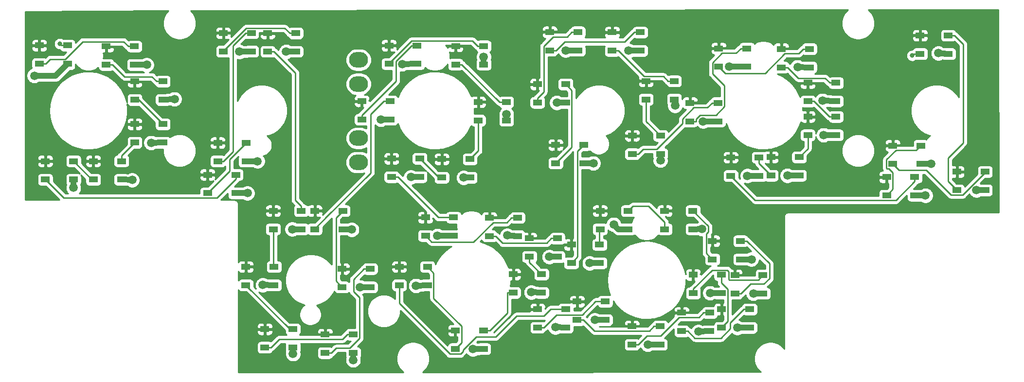
<source format=gbr>
%TF.GenerationSoftware,KiCad,Pcbnew,(5.1.10)-1*%
%TF.CreationDate,2021-11-17T10:49:59+11:00*%
%TF.ProjectId,HUD Panel PCB V2,48554420-5061-46e6-956c-205043422056,rev?*%
%TF.SameCoordinates,Original*%
%TF.FileFunction,Copper,L1,Top*%
%TF.FilePolarity,Positive*%
%FSLAX46Y46*%
G04 Gerber Fmt 4.6, Leading zero omitted, Abs format (unit mm)*
G04 Created by KiCad (PCBNEW (5.1.10)-1) date 2021-11-17 10:49:59*
%MOMM*%
%LPD*%
G01*
G04 APERTURE LIST*
%TA.AperFunction,SMDPad,CuDef*%
%ADD10R,1.500000X1.000000*%
%TD*%
%TA.AperFunction,ComponentPad*%
%ADD11O,3.300000X2.700000*%
%TD*%
%TA.AperFunction,ViaPad*%
%ADD12C,1.500000*%
%TD*%
%TA.AperFunction,ViaPad*%
%ADD13C,0.800000*%
%TD*%
%TA.AperFunction,Conductor*%
%ADD14C,1.000000*%
%TD*%
%TA.AperFunction,Conductor*%
%ADD15C,0.250000*%
%TD*%
%TA.AperFunction,Conductor*%
%ADD16C,0.254000*%
%TD*%
%TA.AperFunction,Conductor*%
%ADD17C,0.100000*%
%TD*%
G04 APERTURE END LIST*
D10*
%TO.P,D56,1*%
%TO.N,/LED+5V*%
X224150000Y-43400000D03*
%TO.P,D56,2*%
%TO.N,/DATAOUT*%
X224150000Y-46600000D03*
%TO.P,D56,4*%
%TO.N,Net-(D55-Pad2)*%
X229050000Y-43400000D03*
%TO.P,D56,3*%
%TO.N,/LEDGND*%
X229050000Y-46600000D03*
%TD*%
%TO.P,D55,1*%
%TO.N,/LED+5V*%
X230550000Y-67150000D03*
%TO.P,D55,2*%
%TO.N,Net-(D55-Pad2)*%
X230550000Y-70350000D03*
%TO.P,D55,4*%
%TO.N,Net-(D54-Pad2)*%
X235450000Y-67150000D03*
%TO.P,D55,3*%
%TO.N,/LEDGND*%
X235450000Y-70350000D03*
%TD*%
%TO.P,D54,1*%
%TO.N,/LED+5V*%
X219382000Y-62586000D03*
%TO.P,D54,2*%
%TO.N,Net-(D54-Pad2)*%
X219382000Y-65786000D03*
%TO.P,D54,4*%
%TO.N,Net-(D53-Pad2)*%
X224282000Y-62586000D03*
%TO.P,D54,3*%
%TO.N,/LEDGND*%
X224282000Y-65786000D03*
%TD*%
%TO.P,D53,1*%
%TO.N,/LED+5V*%
X218313000Y-68072000D03*
%TO.P,D53,2*%
%TO.N,Net-(D53-Pad2)*%
X218313000Y-71272000D03*
%TO.P,D53,4*%
%TO.N,Net-(D52-Pad2)*%
X223213000Y-68072000D03*
%TO.P,D53,3*%
%TO.N,/LEDGND*%
X223213000Y-71272000D03*
%TD*%
%TO.P,D52,1*%
%TO.N,/LED+5V*%
X191200000Y-64650000D03*
%TO.P,D52,2*%
%TO.N,Net-(D52-Pad2)*%
X191200000Y-67850000D03*
%TO.P,D52,4*%
%TO.N,Net-(D51-Pad2)*%
X196100000Y-64650000D03*
%TO.P,D52,3*%
%TO.N,/LEDGND*%
X196100000Y-67850000D03*
%TD*%
%TO.P,D51,1*%
%TO.N,/LED+5V*%
X198200000Y-64600000D03*
%TO.P,D51,2*%
%TO.N,Net-(D51-Pad2)*%
X198200000Y-67800000D03*
%TO.P,D51,4*%
%TO.N,Net-(D50-Pad2)*%
X203100000Y-64600000D03*
%TO.P,D51,3*%
%TO.N,/LEDGND*%
X203100000Y-67800000D03*
%TD*%
%TO.P,D50,1*%
%TO.N,/LED+5V*%
X204600000Y-57550000D03*
%TO.P,D50,2*%
%TO.N,Net-(D50-Pad2)*%
X204600000Y-60750000D03*
%TO.P,D50,4*%
%TO.N,Net-(D49-Pad2)*%
X209500000Y-57550000D03*
%TO.P,D50,3*%
%TO.N,/LEDGND*%
X209500000Y-60750000D03*
%TD*%
%TO.P,D49,1*%
%TO.N,/LED+5V*%
X204600000Y-51650000D03*
%TO.P,D49,2*%
%TO.N,Net-(D49-Pad2)*%
X204600000Y-54850000D03*
%TO.P,D49,4*%
%TO.N,Net-(D48-Pad2)*%
X209500000Y-51650000D03*
%TO.P,D49,3*%
%TO.N,/LEDGND*%
X209500000Y-54850000D03*
%TD*%
%TO.P,D48,1*%
%TO.N,/LED+5V*%
X200000000Y-45750000D03*
%TO.P,D48,2*%
%TO.N,Net-(D48-Pad2)*%
X200000000Y-48950000D03*
%TO.P,D48,4*%
%TO.N,Net-(D47-Pad2)*%
X204900000Y-45750000D03*
%TO.P,D48,3*%
%TO.N,/LEDGND*%
X204900000Y-48950000D03*
%TD*%
%TO.P,D47,1*%
%TO.N,/LED+5V*%
X189100000Y-45650000D03*
%TO.P,D47,2*%
%TO.N,Net-(D47-Pad2)*%
X189100000Y-48850000D03*
%TO.P,D47,4*%
%TO.N,Net-(D46-Pad2)*%
X194000000Y-45650000D03*
%TO.P,D47,3*%
%TO.N,/LEDGND*%
X194000000Y-48850000D03*
%TD*%
%TO.P,D46,1*%
%TO.N,/LED+5V*%
X184100000Y-55150000D03*
%TO.P,D46,2*%
%TO.N,Net-(D46-Pad2)*%
X184100000Y-58350000D03*
%TO.P,D46,4*%
%TO.N,Net-(D45-Pad2)*%
X189000000Y-55150000D03*
%TO.P,D46,3*%
%TO.N,/LEDGND*%
X189000000Y-58350000D03*
%TD*%
%TO.P,D45,1*%
%TO.N,/LED+5V*%
X174050000Y-60850000D03*
%TO.P,D45,2*%
%TO.N,Net-(D45-Pad2)*%
X174050000Y-64050000D03*
%TO.P,D45,4*%
%TO.N,Net-(D44-Pad2)*%
X178950000Y-60850000D03*
%TO.P,D45,3*%
%TO.N,/LEDGND*%
X178950000Y-64050000D03*
%TD*%
%TO.P,D44,1*%
%TO.N,/LED+5V*%
X176450000Y-51350000D03*
%TO.P,D44,2*%
%TO.N,Net-(D44-Pad2)*%
X176450000Y-54550000D03*
%TO.P,D44,4*%
%TO.N,Net-(D43-Pad2)*%
X181350000Y-51350000D03*
%TO.P,D44,3*%
%TO.N,/LEDGND*%
X181350000Y-54550000D03*
%TD*%
%TO.P,D43,1*%
%TO.N,/LED+5V*%
X170550000Y-42850000D03*
%TO.P,D43,2*%
%TO.N,Net-(D43-Pad2)*%
X170550000Y-46050000D03*
%TO.P,D43,4*%
%TO.N,Net-(D42-Pad2)*%
X175450000Y-42850000D03*
%TO.P,D43,3*%
%TO.N,/LEDGND*%
X175450000Y-46050000D03*
%TD*%
%TO.P,D42,1*%
%TO.N,/LED+5V*%
X159700000Y-42800000D03*
%TO.P,D42,2*%
%TO.N,Net-(D42-Pad2)*%
X159700000Y-46000000D03*
%TO.P,D42,4*%
%TO.N,Net-(D41-Pad2)*%
X164600000Y-42800000D03*
%TO.P,D42,3*%
%TO.N,/LEDGND*%
X164600000Y-46000000D03*
%TD*%
%TO.P,D41,1*%
%TO.N,/LED+5V*%
X157550000Y-51900000D03*
%TO.P,D41,2*%
%TO.N,Net-(D41-Pad2)*%
X157550000Y-55100000D03*
%TO.P,D41,4*%
%TO.N,Net-(D40-Pad2)*%
X162450000Y-51900000D03*
%TO.P,D41,3*%
%TO.N,/LEDGND*%
X162450000Y-55100000D03*
%TD*%
%TO.P,D40,1*%
%TO.N,/LED+5V*%
X160708000Y-62459000D03*
%TO.P,D40,2*%
%TO.N,Net-(D40-Pad2)*%
X160708000Y-65659000D03*
%TO.P,D40,4*%
%TO.N,Net-(D39-Pad2)*%
X165608000Y-62459000D03*
%TO.P,D40,3*%
%TO.N,/LEDGND*%
X165608000Y-65659000D03*
%TD*%
%TO.P,D39,1*%
%TO.N,/LED+5V*%
X163450000Y-79850000D03*
%TO.P,D39,2*%
%TO.N,Net-(D39-Pad2)*%
X163450000Y-83050000D03*
%TO.P,D39,4*%
%TO.N,Net-(D38-Pad2)*%
X168350000Y-79850000D03*
%TO.P,D39,3*%
%TO.N,/LEDGND*%
X168350000Y-83050000D03*
%TD*%
%TO.P,D38,1*%
%TO.N,/LED+5V*%
X168450000Y-73950000D03*
%TO.P,D38,2*%
%TO.N,Net-(D38-Pad2)*%
X168450000Y-77150000D03*
%TO.P,D38,4*%
%TO.N,Net-(D37-Pad2)*%
X173350000Y-73950000D03*
%TO.P,D38,3*%
%TO.N,/LEDGND*%
X173350000Y-77150000D03*
%TD*%
%TO.P,D37,1*%
%TO.N,/LED+5V*%
X179700000Y-73950000D03*
%TO.P,D37,2*%
%TO.N,Net-(D37-Pad2)*%
X179700000Y-77150000D03*
%TO.P,D37,4*%
%TO.N,Net-(D36-Pad2)*%
X184600000Y-73950000D03*
%TO.P,D37,3*%
%TO.N,/LEDGND*%
X184600000Y-77150000D03*
%TD*%
%TO.P,D36,1*%
%TO.N,/LED+5V*%
X188000000Y-79200000D03*
%TO.P,D36,2*%
%TO.N,Net-(D36-Pad2)*%
X188000000Y-82400000D03*
%TO.P,D36,4*%
%TO.N,Net-(D35-Pad2)*%
X192900000Y-79200000D03*
%TO.P,D36,3*%
%TO.N,/LEDGND*%
X192900000Y-82400000D03*
%TD*%
%TO.P,D35,1*%
%TO.N,/LED+5V*%
X191900000Y-85150000D03*
%TO.P,D35,2*%
%TO.N,Net-(D35-Pad2)*%
X191900000Y-88350000D03*
%TO.P,D35,4*%
%TO.N,Net-(D34-Pad2)*%
X196800000Y-85150000D03*
%TO.P,D35,3*%
%TO.N,/LEDGND*%
X196800000Y-88350000D03*
%TD*%
%TO.P,D34,1*%
%TO.N,/LED+5V*%
X184650000Y-85100000D03*
%TO.P,D34,2*%
%TO.N,Net-(D34-Pad2)*%
X184650000Y-88300000D03*
%TO.P,D34,4*%
%TO.N,Net-(D33-Pad2)*%
X189550000Y-85100000D03*
%TO.P,D34,3*%
%TO.N,/LEDGND*%
X189550000Y-88300000D03*
%TD*%
%TO.P,D33,1*%
%TO.N,/LED+5V*%
X189600000Y-91100000D03*
%TO.P,D33,2*%
%TO.N,Net-(D33-Pad2)*%
X189600000Y-94300000D03*
%TO.P,D33,4*%
%TO.N,Net-(D32-Pad2)*%
X194500000Y-91100000D03*
%TO.P,D33,3*%
%TO.N,/LEDGND*%
X194500000Y-94300000D03*
%TD*%
%TO.P,D32,1*%
%TO.N,/LED+5V*%
X182650000Y-91700000D03*
%TO.P,D32,2*%
%TO.N,Net-(D32-Pad2)*%
X182650000Y-94900000D03*
%TO.P,D32,4*%
%TO.N,Net-(D31-Pad2)*%
X187550000Y-91700000D03*
%TO.P,D32,3*%
%TO.N,/LEDGND*%
X187550000Y-94900000D03*
%TD*%
%TO.P,D31,1*%
%TO.N,/LED+5V*%
X174000000Y-94050000D03*
%TO.P,D31,2*%
%TO.N,Net-(D31-Pad2)*%
X174000000Y-97250000D03*
%TO.P,D31,4*%
%TO.N,Net-(D30-Pad2)*%
X178900000Y-94050000D03*
%TO.P,D31,3*%
%TO.N,/LEDGND*%
X178900000Y-97250000D03*
%TD*%
%TO.P,D30,1*%
%TO.N,/LED+5V*%
X164450000Y-89750000D03*
%TO.P,D30,2*%
%TO.N,Net-(D30-Pad2)*%
X164450000Y-92950000D03*
%TO.P,D30,4*%
%TO.N,Net-(D29-Pad2)*%
X169350000Y-89750000D03*
%TO.P,D30,3*%
%TO.N,/LEDGND*%
X169350000Y-92950000D03*
%TD*%
%TO.P,D29,1*%
%TO.N,/LED+5V*%
X157582000Y-91084400D03*
%TO.P,D29,2*%
%TO.N,Net-(D29-Pad2)*%
X157582000Y-94284400D03*
%TO.P,D29,4*%
%TO.N,Net-(D28-Pad2)*%
X162482000Y-91084400D03*
%TO.P,D29,3*%
%TO.N,/LEDGND*%
X162482000Y-94284400D03*
%TD*%
%TO.P,D28,1*%
%TO.N,/LED+5V*%
X133500000Y-83700000D03*
%TO.P,D28,2*%
%TO.N,Net-(D28-Pad2)*%
X133500000Y-86900000D03*
%TO.P,D28,4*%
%TO.N,Net-(D27-Pad2)*%
X138400000Y-83700000D03*
%TO.P,D28,3*%
%TO.N,/LEDGND*%
X138400000Y-86900000D03*
%TD*%
%TO.P,D27,1*%
%TO.N,/LED+5V*%
X143250000Y-94800000D03*
%TO.P,D27,2*%
%TO.N,Net-(D27-Pad2)*%
X143250000Y-98000000D03*
%TO.P,D27,4*%
%TO.N,Net-(D26-Pad2)*%
X148150000Y-94800000D03*
%TO.P,D27,3*%
%TO.N,/LEDGND*%
X148150000Y-98000000D03*
%TD*%
%TO.P,D26,1*%
%TO.N,/LED+5V*%
X153350000Y-85000000D03*
%TO.P,D26,2*%
%TO.N,Net-(D26-Pad2)*%
X153350000Y-88200000D03*
%TO.P,D26,4*%
%TO.N,Net-(D25-Pad2)*%
X158250000Y-85000000D03*
%TO.P,D26,3*%
%TO.N,/LEDGND*%
X158250000Y-88200000D03*
%TD*%
%TO.P,D25,1*%
%TO.N,/LED+5V*%
X156150000Y-78750000D03*
%TO.P,D25,2*%
%TO.N,Net-(D25-Pad2)*%
X156150000Y-81950000D03*
%TO.P,D25,4*%
%TO.N,Net-(D24-Pad2)*%
X161050000Y-78750000D03*
%TO.P,D25,3*%
%TO.N,/LEDGND*%
X161050000Y-81950000D03*
%TD*%
%TO.P,D24,1*%
%TO.N,/LED+5V*%
X149200000Y-75150000D03*
%TO.P,D24,2*%
%TO.N,Net-(D24-Pad2)*%
X149200000Y-78350000D03*
%TO.P,D24,4*%
%TO.N,Net-(D23-Pad2)*%
X154100000Y-75150000D03*
%TO.P,D24,3*%
%TO.N,/LEDGND*%
X154100000Y-78350000D03*
%TD*%
%TO.P,D23,1*%
%TO.N,/LED+5V*%
X138050000Y-75100000D03*
%TO.P,D23,2*%
%TO.N,Net-(D23-Pad2)*%
X138050000Y-78300000D03*
%TO.P,D23,4*%
%TO.N,Net-(D22-Pad2)*%
X142950000Y-75100000D03*
%TO.P,D23,3*%
%TO.N,/LEDGND*%
X142950000Y-78300000D03*
%TD*%
%TO.P,D22,1*%
%TO.N,/LED+5V*%
X132150000Y-64850000D03*
%TO.P,D22,2*%
%TO.N,Net-(D22-Pad2)*%
X132150000Y-68050000D03*
%TO.P,D22,4*%
%TO.N,Net-(D21-Pad2)*%
X137050000Y-64850000D03*
%TO.P,D22,3*%
%TO.N,/LEDGND*%
X137050000Y-68050000D03*
%TD*%
%TO.P,D21,1*%
%TO.N,/LED+5V*%
X140900000Y-64950000D03*
%TO.P,D21,2*%
%TO.N,Net-(D21-Pad2)*%
X140900000Y-68150000D03*
%TO.P,D21,4*%
%TO.N,Net-(D20-Pad2)*%
X145800000Y-64950000D03*
%TO.P,D21,3*%
%TO.N,/LEDGND*%
X145800000Y-68150000D03*
%TD*%
%TO.P,D20,1*%
%TO.N,/LED+5V*%
X147250000Y-55000000D03*
%TO.P,D20,2*%
%TO.N,Net-(D20-Pad2)*%
X147250000Y-58200000D03*
%TO.P,D20,4*%
%TO.N,Net-(D19-Pad2)*%
X152150000Y-55000000D03*
%TO.P,D20,3*%
%TO.N,/LEDGND*%
X152150000Y-58200000D03*
%TD*%
%TO.P,D19,1*%
%TO.N,/LED+5V*%
X143300000Y-45250000D03*
%TO.P,D19,2*%
%TO.N,Net-(D19-Pad2)*%
X143300000Y-48450000D03*
%TO.P,D19,4*%
%TO.N,Net-(D18-Pad2)*%
X148200000Y-45250000D03*
%TO.P,D19,3*%
%TO.N,/LEDGND*%
X148200000Y-48450000D03*
%TD*%
%TO.P,D18,1*%
%TO.N,/LED+5V*%
X131700000Y-45150000D03*
%TO.P,D18,2*%
%TO.N,Net-(D18-Pad2)*%
X131700000Y-48350000D03*
%TO.P,D18,4*%
%TO.N,Net-(D17-Pad2)*%
X136600000Y-45150000D03*
%TO.P,D18,3*%
%TO.N,/LEDGND*%
X136600000Y-48350000D03*
%TD*%
%TO.P,D17,1*%
%TO.N,/LED+5V*%
X126988000Y-54838800D03*
%TO.P,D17,2*%
%TO.N,Net-(D17-Pad2)*%
X126988000Y-58038800D03*
%TO.P,D17,4*%
%TO.N,Net-(D16-Pad2)*%
X131888000Y-54838800D03*
%TO.P,D17,3*%
%TO.N,/LEDGND*%
X131888000Y-58038800D03*
%TD*%
%TO.P,D16,1*%
%TO.N,/LED+5V*%
X118800000Y-73950000D03*
%TO.P,D16,2*%
%TO.N,Net-(D16-Pad2)*%
X118800000Y-77150000D03*
%TO.P,D16,4*%
%TO.N,Net-(D15-Pad2)*%
X123700000Y-73950000D03*
%TO.P,D16,3*%
%TO.N,/LEDGND*%
X123700000Y-77150000D03*
%TD*%
%TO.P,D15,1*%
%TO.N,/LED+5V*%
X123550000Y-84050000D03*
%TO.P,D15,2*%
%TO.N,Net-(D15-Pad2)*%
X123550000Y-87250000D03*
%TO.P,D15,4*%
%TO.N,Net-(D14-Pad2)*%
X128450000Y-84050000D03*
%TO.P,D15,3*%
%TO.N,/LEDGND*%
X128450000Y-87250000D03*
%TD*%
%TO.P,D14,1*%
%TO.N,/LED+5V*%
X120600000Y-95500000D03*
%TO.P,D14,2*%
%TO.N,Net-(D14-Pad2)*%
X120600000Y-98700000D03*
%TO.P,D14,4*%
%TO.N,Net-(D13-Pad2)*%
X125500000Y-95500000D03*
%TO.P,D14,3*%
%TO.N,/LEDGND*%
X125500000Y-98700000D03*
%TD*%
%TO.P,D13,1*%
%TO.N,/LED+5V*%
X110100000Y-94550000D03*
%TO.P,D13,2*%
%TO.N,Net-(D13-Pad2)*%
X110100000Y-97750000D03*
%TO.P,D13,4*%
%TO.N,Net-(D12-Pad2)*%
X115000000Y-94550000D03*
%TO.P,D13,3*%
%TO.N,/LEDGND*%
X115000000Y-97750000D03*
%TD*%
%TO.P,D12,1*%
%TO.N,/LED+5V*%
X106800000Y-83700000D03*
%TO.P,D12,2*%
%TO.N,Net-(D12-Pad2)*%
X106800000Y-86900000D03*
%TO.P,D12,4*%
%TO.N,Net-(D11-Pad2)*%
X111700000Y-83700000D03*
%TO.P,D12,3*%
%TO.N,/LEDGND*%
X111700000Y-86900000D03*
%TD*%
%TO.P,D11,1*%
%TO.N,/LED+5V*%
X111550000Y-73950000D03*
%TO.P,D11,2*%
%TO.N,Net-(D11-Pad2)*%
X111550000Y-77150000D03*
%TO.P,D11,4*%
%TO.N,Net-(D10-Pad2)*%
X116450000Y-73950000D03*
%TO.P,D11,3*%
%TO.N,/LEDGND*%
X116450000Y-77150000D03*
%TD*%
%TO.P,D10,1*%
%TO.N,/LED+5V*%
X110600000Y-43000000D03*
%TO.P,D10,2*%
%TO.N,Net-(D10-Pad2)*%
X110600000Y-46200000D03*
%TO.P,D10,4*%
%TO.N,Net-(D10-Pad4)*%
X115500000Y-43000000D03*
%TO.P,D10,3*%
%TO.N,/LEDGND*%
X115500000Y-46200000D03*
%TD*%
%TO.P,D9,1*%
%TO.N,/LED+5V*%
X102870000Y-42976800D03*
%TO.P,D9,2*%
%TO.N,Net-(D10-Pad4)*%
X102870000Y-46176800D03*
%TO.P,D9,4*%
%TO.N,Net-(D8-Pad2)*%
X107770000Y-42976800D03*
%TO.P,D9,3*%
%TO.N,/LEDGND*%
X107770000Y-46176800D03*
%TD*%
%TO.P,D8,1*%
%TO.N,/LED+5V*%
X101907000Y-62103000D03*
%TO.P,D8,2*%
%TO.N,Net-(D8-Pad2)*%
X101907000Y-65303000D03*
%TO.P,D8,4*%
%TO.N,Net-(D7-Pad2)*%
X106807000Y-62103000D03*
%TO.P,D8,3*%
%TO.N,/LEDGND*%
X106807000Y-65303000D03*
%TD*%
%TO.P,D7,1*%
%TO.N,/LED+5V*%
X100129000Y-67666000D03*
%TO.P,D7,2*%
%TO.N,Net-(D7-Pad2)*%
X100129000Y-70866000D03*
%TO.P,D7,4*%
%TO.N,Net-(D6-Pad2)*%
X105029000Y-67666000D03*
%TO.P,D7,3*%
%TO.N,/LEDGND*%
X105029000Y-70866000D03*
%TD*%
%TO.P,D6,1*%
%TO.N,/LED+5V*%
X71900000Y-65300000D03*
%TO.P,D6,2*%
%TO.N,Net-(D6-Pad2)*%
X71900000Y-68500000D03*
%TO.P,D6,4*%
%TO.N,Net-(D5-Pad2)*%
X76800000Y-65300000D03*
%TO.P,D6,3*%
%TO.N,/LEDGND*%
X76800000Y-68500000D03*
%TD*%
%TO.P,D5,1*%
%TO.N,/LED+5V*%
X80250000Y-65300000D03*
%TO.P,D5,2*%
%TO.N,Net-(D5-Pad2)*%
X80250000Y-68500000D03*
%TO.P,D5,4*%
%TO.N,Net-(D4-Pad2)*%
X85150000Y-65300000D03*
%TO.P,D5,3*%
%TO.N,/LEDGND*%
X85150000Y-68500000D03*
%TD*%
%TO.P,D4,1*%
%TO.N,/LED+5V*%
X87450000Y-58850000D03*
%TO.P,D4,2*%
%TO.N,Net-(D4-Pad2)*%
X87450000Y-62050000D03*
%TO.P,D4,4*%
%TO.N,Net-(D3-Pad2)*%
X92350000Y-58850000D03*
%TO.P,D4,3*%
%TO.N,/LEDGND*%
X92350000Y-62050000D03*
%TD*%
%TO.P,D3,1*%
%TO.N,/LED+5V*%
X87450000Y-51400000D03*
%TO.P,D3,2*%
%TO.N,Net-(D3-Pad2)*%
X87450000Y-54600000D03*
%TO.P,D3,4*%
%TO.N,Net-(D2-Pad2)*%
X92350000Y-51400000D03*
%TO.P,D3,3*%
%TO.N,/LEDGND*%
X92350000Y-54600000D03*
%TD*%
%TO.P,D2,1*%
%TO.N,/LED+5V*%
X82500000Y-45300000D03*
%TO.P,D2,2*%
%TO.N,Net-(D2-Pad2)*%
X82500000Y-48500000D03*
%TO.P,D2,4*%
%TO.N,Net-(D1-Pad2)*%
X87400000Y-45300000D03*
%TO.P,D2,3*%
%TO.N,/LEDGND*%
X87400000Y-48500000D03*
%TD*%
%TO.P,D1,1*%
%TO.N,/LED+5V*%
X70854400Y-45136000D03*
%TO.P,D1,2*%
%TO.N,Net-(D1-Pad2)*%
X70854400Y-48336000D03*
%TO.P,D1,4*%
%TO.N,/DATAIN*%
X75754400Y-45136000D03*
%TO.P,D1,3*%
%TO.N,/LEDGND*%
X75754400Y-48336000D03*
%TD*%
D11*
%TO.P,J2,4*%
%TO.N,/DATAOUT*%
X126400000Y-51850000D03*
%TO.P,J2,3*%
%TO.N,/LEDGND*%
X126400000Y-47650000D03*
%TO.P,J2,2*%
%TO.N,/LED+5V*%
X120900000Y-51850000D03*
%TO.P,J2,1*%
%TA.AperFunction,ComponentPad*%
G36*
G01*
X119500001Y-46300000D02*
X122299999Y-46300000D01*
G75*
G02*
X122550000Y-46550001I0J-250001D01*
G01*
X122550000Y-48749999D01*
G75*
G02*
X122299999Y-49000000I-250001J0D01*
G01*
X119500001Y-49000000D01*
G75*
G02*
X119250000Y-48749999I0J250001D01*
G01*
X119250000Y-46550001D01*
G75*
G02*
X119500001Y-46300000I250001J0D01*
G01*
G37*
%TD.AperFunction*%
%TD*%
%TO.P,J1,4*%
%TO.N,/DATAIN*%
X126400000Y-65500000D03*
%TO.P,J1,3*%
%TO.N,/LEDGND*%
X126400000Y-61300000D03*
%TO.P,J1,2*%
%TO.N,/LED+5V*%
X120900000Y-65500000D03*
%TO.P,J1,1*%
%TA.AperFunction,ComponentPad*%
G36*
G01*
X119500001Y-59950000D02*
X122299999Y-59950000D01*
G75*
G02*
X122550000Y-60200001I0J-250001D01*
G01*
X122550000Y-62399999D01*
G75*
G02*
X122299999Y-62650000I-250001J0D01*
G01*
X119500001Y-62650000D01*
G75*
G02*
X119250000Y-62399999I0J250001D01*
G01*
X119250000Y-60200001D01*
G75*
G02*
X119500001Y-59950000I250001J0D01*
G01*
G37*
%TD.AperFunction*%
%TD*%
D12*
%TO.N,/LEDGND*%
X69977000Y-50419000D03*
X89535000Y-48514000D03*
X94361000Y-54483000D03*
X90297000Y-62103000D03*
X86995000Y-68580000D03*
X76800000Y-69942000D03*
X105664000Y-46228000D03*
X113820000Y-46200000D03*
X109728000Y-86868000D03*
X115000000Y-98868000D03*
X125476000Y-99949000D03*
X126620000Y-87250000D03*
X125222000Y-77216000D03*
X114874000Y-77150000D03*
X136398000Y-86995000D03*
X140140000Y-78300000D03*
X135509000Y-68072000D03*
X144702000Y-68150000D03*
X130302000Y-58038800D03*
X133985000Y-48387000D03*
X148200000Y-47126000D03*
X152150000Y-57146000D03*
X160927000Y-55100000D03*
X178950000Y-65158000D03*
X181483000Y-55626000D03*
X186366000Y-58350000D03*
X190963000Y-48850000D03*
X173406000Y-46050000D03*
X162459000Y-46000000D03*
X202819000Y-48895000D03*
X207137000Y-54737000D03*
X207347000Y-60750000D03*
X201059000Y-67800000D03*
X194088000Y-67850000D03*
X227330000Y-46482000D03*
X233942000Y-70350000D03*
X146304000Y-98044000D03*
X156464000Y-88138000D03*
X160655000Y-94234000D03*
X167513000Y-92964000D03*
X166616000Y-83050000D03*
X159604000Y-81950000D03*
X152273000Y-78232000D03*
X170815000Y-76327000D03*
X186182000Y-77089000D03*
X194795000Y-82400000D03*
X195114000Y-88350000D03*
X187579000Y-88265000D03*
X192339000Y-94300000D03*
X185547000Y-94996000D03*
X176752000Y-97250000D03*
X226060000Y-65786000D03*
X225069000Y-71272000D03*
X108814000Y-65303000D03*
X107061000Y-70866000D03*
X167259000Y-65659000D03*
D13*
%TO.N,/DATAIN*%
X74399400Y-44856300D03*
%TO.N,/DATAOUT*%
X222776000Y-46898500D03*
%TD*%
D14*
%TO.N,/LEDGND*%
X75754400Y-48336000D02*
X73671400Y-50419000D01*
X73671400Y-50419000D02*
X69977000Y-50419000D01*
X76800000Y-68500000D02*
X76800000Y-69942000D01*
X115500000Y-46200000D02*
X113820000Y-46200000D01*
X115000000Y-97750000D02*
X115000000Y-98868000D01*
X128450000Y-87250000D02*
X126620000Y-87250000D01*
X116450000Y-77150000D02*
X114874000Y-77150000D01*
X145800000Y-68150000D02*
X144702000Y-68150000D01*
X131888000Y-58038800D02*
X130302000Y-58038800D01*
X148200000Y-48450000D02*
X148200000Y-47126000D01*
X152150000Y-58200000D02*
X152150000Y-57146000D01*
X162450000Y-55100000D02*
X160927000Y-55100000D01*
X178950000Y-64050000D02*
X178950000Y-65158000D01*
X189000000Y-58350000D02*
X186366000Y-58350000D01*
X194000000Y-48850000D02*
X190963000Y-48850000D01*
X175450000Y-46050000D02*
X173406000Y-46050000D01*
X164600000Y-46000000D02*
X162459000Y-46000000D01*
X209500000Y-60750000D02*
X207347000Y-60750000D01*
X203100000Y-67800000D02*
X201059000Y-67800000D01*
X196100000Y-67850000D02*
X194088000Y-67850000D01*
X235450000Y-70350000D02*
X233942000Y-70350000D01*
X168350000Y-83050000D02*
X166616000Y-83050000D01*
X161050000Y-81950000D02*
X159604000Y-81950000D01*
X173350000Y-77150000D02*
X171638000Y-77150000D01*
X171638000Y-77150000D02*
X170815000Y-76327000D01*
X192900000Y-82400000D02*
X194795000Y-82400000D01*
X194500000Y-94300000D02*
X192339000Y-94300000D01*
X178900000Y-97250000D02*
X176752000Y-97250000D01*
X87400000Y-48500000D02*
X89535000Y-48514000D01*
X89535000Y-48514000D02*
X89521000Y-48500000D01*
X92350000Y-54600000D02*
X94361000Y-54483000D01*
X94361000Y-54483000D02*
X94244000Y-54600000D01*
X92350000Y-62050000D02*
X90297000Y-62103000D01*
X90297000Y-62103000D02*
X90350000Y-62050000D01*
X85150000Y-68500000D02*
X86995000Y-68580000D01*
X86995000Y-68580000D02*
X86915000Y-68500000D01*
X107770000Y-46176800D02*
X105664000Y-46228000D01*
X105664000Y-46228000D02*
X105715000Y-46176800D01*
X111700000Y-86900000D02*
X109728000Y-86868000D01*
X109728000Y-86868000D02*
X109760000Y-86900000D01*
X125500000Y-98700000D02*
X125476000Y-99949000D01*
X125476000Y-99949000D02*
X125500000Y-99925000D01*
X123700000Y-77150000D02*
X125222000Y-77216000D01*
X125222000Y-77216000D02*
X125156000Y-77150000D01*
X138400000Y-86900000D02*
X136398000Y-86995000D01*
X136398000Y-86995000D02*
X136493000Y-86900000D01*
X142950000Y-78300000D02*
X140140000Y-78300000D01*
X140140000Y-78300000D02*
X140013000Y-78300000D01*
X137050000Y-68050000D02*
X135509000Y-68072000D01*
X135509000Y-68072000D02*
X135531000Y-68050000D01*
X136600000Y-48350000D02*
X133985000Y-48387000D01*
X133985000Y-48387000D02*
X133895000Y-48350000D01*
X181350000Y-54550000D02*
X181483000Y-55626000D01*
X181483000Y-55626000D02*
X181350000Y-55747000D01*
X204900000Y-48950000D02*
X202819000Y-48895000D01*
X202819000Y-48895000D02*
X202874000Y-48950000D01*
X209500000Y-54850000D02*
X207137000Y-54737000D01*
X207137000Y-54737000D02*
X207250000Y-54850000D01*
X229050000Y-46600000D02*
X227330000Y-46482000D01*
X227330000Y-46482000D02*
X227448000Y-46600000D01*
X148150000Y-98000000D02*
X146304000Y-98044000D01*
X146304000Y-98044000D02*
X146348000Y-98000000D01*
X158250000Y-88200000D02*
X156464000Y-88138000D01*
X156464000Y-88138000D02*
X156526000Y-88200000D01*
X162482000Y-94284400D02*
X160655000Y-94234000D01*
X160655000Y-94234000D02*
X160705000Y-94284400D01*
X169350000Y-92950000D02*
X167513000Y-92964000D01*
X167513000Y-92964000D02*
X167527000Y-92950000D01*
X154100000Y-78350000D02*
X152273000Y-78232000D01*
X152273000Y-78232000D02*
X152264000Y-78350000D01*
X184600000Y-77150000D02*
X186182000Y-77089000D01*
X186182000Y-77089000D02*
X186248000Y-77150000D01*
X196800000Y-88350000D02*
X195114000Y-88350000D01*
X195114000Y-88350000D02*
X194987000Y-88350000D01*
X189550000Y-88300000D02*
X187579000Y-88265000D01*
X187579000Y-88265000D02*
X187614000Y-88300000D01*
X187550000Y-94900000D02*
X185547000Y-94996000D01*
X185547000Y-94996000D02*
X185643000Y-94900000D01*
X224282000Y-65786000D02*
X226060000Y-65786000D01*
X223213000Y-71272000D02*
X225069000Y-71272000D01*
X106807000Y-65303000D02*
X108814000Y-65303000D01*
X105029000Y-70866000D02*
X107061000Y-70866000D01*
X165608000Y-65659000D02*
X167259000Y-65659000D01*
X167259000Y-65659000D02*
X167259000Y-65659000D01*
D15*
%TO.N,/DATAIN*%
X75754400Y-45136000D02*
X74679100Y-45136000D01*
X74679100Y-45136000D02*
X74399400Y-44856300D01*
%TO.N,Net-(D10-Pad4)*%
X102870000Y-46176800D02*
X102870000Y-46092400D01*
X102870000Y-46092400D02*
X106811000Y-42151400D01*
X106811000Y-42151400D02*
X113576000Y-42151400D01*
X113576000Y-42151400D02*
X114425000Y-43000000D01*
X114425000Y-43000000D02*
X115500000Y-43000000D01*
%TO.N,/DATAOUT*%
X224150000Y-46600000D02*
X223075000Y-46600000D01*
X223075000Y-46600000D02*
X222776000Y-46898500D01*
%TO.N,Net-(D1-Pad2)*%
X70854400Y-48336000D02*
X71929700Y-48336000D01*
X71929700Y-48336000D02*
X72755000Y-47510700D01*
X72755000Y-47510700D02*
X75360500Y-47510700D01*
X75360500Y-47510700D02*
X78396500Y-44474700D01*
X78396500Y-44474700D02*
X85499400Y-44474700D01*
X85499400Y-44474700D02*
X86324700Y-45300000D01*
X86324700Y-45300000D02*
X87400000Y-45300000D01*
%TO.N,Net-(D2-Pad2)*%
X82500000Y-48500000D02*
X83575300Y-48500000D01*
X83575300Y-48500000D02*
X85650000Y-50574700D01*
X85650000Y-50574700D02*
X90449400Y-50574700D01*
X90449400Y-50574700D02*
X91274700Y-51400000D01*
X91274700Y-51400000D02*
X92350000Y-51400000D01*
%TO.N,Net-(D3-Pad2)*%
X88100000Y-54600000D02*
X92350000Y-58850000D01*
X87450000Y-54600000D02*
X88100000Y-54600000D01*
%TO.N,Net-(D4-Pad2)*%
X85150000Y-64350000D02*
X87450000Y-62050000D01*
X85150000Y-65300000D02*
X85150000Y-64350000D01*
%TO.N,Net-(D5-Pad2)*%
X80000000Y-68500000D02*
X80250000Y-68500000D01*
X76800000Y-65300000D02*
X80000000Y-68500000D01*
%TO.N,Net-(D6-Pad2)*%
X75091001Y-71691001D02*
X71900000Y-68500000D01*
X101753999Y-71691001D02*
X75091001Y-71691001D01*
X105029000Y-68416000D02*
X101753999Y-71691001D01*
X105029000Y-67666000D02*
X105029000Y-68416000D01*
%TO.N,Net-(D7-Pad2)*%
X103953999Y-67041001D02*
X100129000Y-70866000D01*
X103953999Y-64956001D02*
X103953999Y-67041001D01*
X106807000Y-62103000D02*
X103953999Y-64956001D01*
%TO.N,Net-(D8-Pad2)*%
X106770000Y-42976800D02*
X107770000Y-42976800D01*
X104588999Y-45157801D02*
X106770000Y-42976800D01*
X104588999Y-63621001D02*
X104588999Y-45157801D01*
X102907000Y-65303000D02*
X104588999Y-63621001D01*
X101907000Y-65303000D02*
X102907000Y-65303000D01*
%TO.N,Net-(D10-Pad2)*%
X110600000Y-46200000D02*
X111675000Y-46200000D01*
X111675000Y-46200000D02*
X115375000Y-49899400D01*
X116450000Y-73143000D02*
X115375000Y-72068000D01*
X116450000Y-73950000D02*
X116450000Y-73143000D01*
X115375000Y-49899400D02*
X115375000Y-72068000D01*
%TO.N,Net-(D11-Pad2)*%
X111550000Y-83550000D02*
X111700000Y-83700000D01*
X111550000Y-77150000D02*
X111550000Y-83550000D01*
%TO.N,Net-(D12-Pad2)*%
X114450000Y-94550000D02*
X115000000Y-94550000D01*
X106800000Y-86900000D02*
X114450000Y-94550000D01*
%TO.N,Net-(D13-Pad2)*%
X110100000Y-97750000D02*
X111175000Y-97750000D01*
X111175000Y-97750000D02*
X112600000Y-96325300D01*
X112600000Y-96325300D02*
X123599000Y-96325300D01*
X123599000Y-96325300D02*
X124425000Y-95500000D01*
X124425000Y-95500000D02*
X125500000Y-95500000D01*
%TO.N,Net-(D14-Pad2)*%
X120600000Y-98700000D02*
X121675000Y-98700000D01*
X121675000Y-98700000D02*
X122501000Y-97874700D01*
X122501000Y-97874700D02*
X124847000Y-97874700D01*
X124847000Y-97874700D02*
X126575000Y-96146200D01*
X126575000Y-96146200D02*
X126575000Y-89073200D01*
X126575000Y-89073200D02*
X125541000Y-88038800D01*
X125541000Y-88038800D02*
X125541000Y-85883700D01*
X125541000Y-85883700D02*
X127375000Y-84050000D01*
X127375000Y-84050000D02*
X128450000Y-84050000D01*
%TO.N,Net-(D15-Pad2)*%
X122474999Y-86174999D02*
X123550000Y-87250000D01*
X122474999Y-75175001D02*
X122474999Y-86174999D01*
X123700000Y-73950000D02*
X122474999Y-75175001D01*
%TO.N,Net-(D16-Pad2)*%
X128514000Y-67347400D02*
X128514000Y-57137800D01*
X128514000Y-57137800D02*
X130813000Y-54838800D01*
X130813000Y-54838800D02*
X131888000Y-54838800D01*
X118800000Y-77060868D02*
X120853934Y-75006934D01*
X118800000Y-77150000D02*
X118800000Y-77060868D01*
X120853934Y-75006934D02*
X128514000Y-67347400D01*
%TO.N,Net-(D17-Pad2)*%
X135630998Y-45150000D02*
X136600000Y-45150000D01*
X132909999Y-47870999D02*
X135630998Y-45150000D01*
X132909999Y-51366801D02*
X132909999Y-47870999D01*
X126988000Y-57288800D02*
X132909999Y-51366801D01*
X126988000Y-58038800D02*
X126988000Y-57288800D01*
%TO.N,Net-(D18-Pad2)*%
X131700000Y-48350000D02*
X131700000Y-48265600D01*
X131700000Y-48265600D02*
X135641000Y-44324600D01*
X135641000Y-44324600D02*
X146199000Y-44324600D01*
X146199000Y-44324600D02*
X147125000Y-45250000D01*
X147125000Y-45250000D02*
X148200000Y-45250000D01*
%TO.N,Net-(D19-Pad2)*%
X143300000Y-48450000D02*
X144375000Y-48450000D01*
X144375000Y-48450000D02*
X150925000Y-55000000D01*
X150925000Y-55000000D02*
X152150000Y-55000000D01*
%TO.N,Net-(D20-Pad2)*%
X147250000Y-63500000D02*
X145800000Y-64950000D01*
X147250000Y-58200000D02*
X147250000Y-63500000D01*
%TO.N,Net-(D21-Pad2)*%
X140350000Y-68150000D02*
X137050000Y-64850000D01*
X140900000Y-68150000D02*
X140350000Y-68150000D01*
%TO.N,Net-(D22-Pad2)*%
X132150000Y-68050000D02*
X133225000Y-68050000D01*
X133225000Y-68050000D02*
X140275000Y-75100000D01*
X140275000Y-75100000D02*
X142950000Y-75100000D01*
%TO.N,Net-(D23-Pad2)*%
X138050000Y-78300000D02*
X139131000Y-79380700D01*
X139131000Y-79380700D02*
X146424000Y-79380700D01*
X146424000Y-79380700D02*
X149830000Y-75975300D01*
X149830000Y-75975300D02*
X152199000Y-75975300D01*
X152199000Y-75975300D02*
X153025000Y-75150000D01*
X153025000Y-75150000D02*
X154100000Y-75150000D01*
%TO.N,Net-(D24-Pad2)*%
X149200000Y-78350000D02*
X150275000Y-78350000D01*
X150275000Y-78350000D02*
X151501000Y-79575300D01*
X151501000Y-79575300D02*
X159149000Y-79575300D01*
X159149000Y-79575300D02*
X159975000Y-78750000D01*
X159975000Y-78750000D02*
X161050000Y-78750000D01*
%TO.N,Net-(D25-Pad2)*%
X156150000Y-82900000D02*
X158250000Y-85000000D01*
X156150000Y-81950000D02*
X156150000Y-82900000D01*
%TO.N,Net-(D26-Pad2)*%
X153350000Y-88200000D02*
X152275000Y-88200000D01*
X152275000Y-88200000D02*
X152275000Y-91750600D01*
X152275000Y-91750600D02*
X149225000Y-94800000D01*
X149225000Y-94800000D02*
X148150000Y-94800000D01*
%TO.N,Net-(D27-Pad2)*%
X139475001Y-89189999D02*
X139475001Y-84775001D01*
X144325001Y-96924999D02*
X144325001Y-94039999D01*
X139475001Y-84775001D02*
X138400000Y-83700000D01*
X144325001Y-94039999D02*
X139475001Y-89189999D01*
X143250000Y-98000000D02*
X144325001Y-96924999D01*
%TO.N,Net-(D28-Pad2)*%
X159841000Y-91084400D02*
X162482000Y-91084400D01*
X158657000Y-92268300D02*
X159841000Y-91084400D01*
X153916000Y-92268300D02*
X158657000Y-92268300D01*
X146860000Y-95902700D02*
X150281000Y-95902700D01*
X144618000Y-98145200D02*
X146860000Y-95902700D01*
X144618000Y-98416700D02*
X144618000Y-98145200D01*
X142295298Y-98880300D02*
X144154000Y-98880300D01*
X133500000Y-90085002D02*
X142295298Y-98880300D01*
X150281000Y-95902700D02*
X153916000Y-92268300D01*
X144154000Y-98880300D02*
X144618000Y-98416700D01*
X133500000Y-86900000D02*
X133500000Y-90085002D01*
%TO.N,Net-(D29-Pad2)*%
X157582000Y-94284400D02*
X158657000Y-94284400D01*
X158657000Y-94284400D02*
X160891000Y-92050700D01*
X160891000Y-92050700D02*
X165363000Y-92050700D01*
X165363000Y-92050700D02*
X167664000Y-89750000D01*
X167664000Y-89750000D02*
X169350000Y-89750000D01*
%TO.N,Net-(D30-Pad2)*%
X164450000Y-92950000D02*
X165525000Y-92950000D01*
X165525000Y-92950000D02*
X167451000Y-94875300D01*
X167451000Y-94875300D02*
X176999000Y-94875300D01*
X176999000Y-94875300D02*
X177825000Y-94050000D01*
X177825000Y-94050000D02*
X178900000Y-94050000D01*
%TO.N,Net-(D31-Pad2)*%
X174000000Y-97250000D02*
X175075000Y-97250000D01*
X175075000Y-97250000D02*
X176581000Y-95744400D01*
X176581000Y-95744400D02*
X178982000Y-95744400D01*
X178982000Y-95744400D02*
X182201000Y-92525300D01*
X182201000Y-92525300D02*
X185649000Y-92525300D01*
X185649000Y-92525300D02*
X186475000Y-91700000D01*
X186475000Y-91700000D02*
X187550000Y-91700000D01*
%TO.N,Net-(D32-Pad2)*%
X182650000Y-94900000D02*
X183725000Y-94900000D01*
X183725000Y-94900000D02*
X184943000Y-96118100D01*
X184943000Y-96118100D02*
X189505000Y-96118100D01*
X189505000Y-96118100D02*
X191126000Y-94497700D01*
X191126000Y-94497700D02*
X191126000Y-93399000D01*
X191126000Y-93399000D02*
X193425000Y-91100000D01*
X193425000Y-91100000D02*
X194500000Y-91100000D01*
%TO.N,Net-(D33-Pad2)*%
X190675001Y-93224999D02*
X189600000Y-94300000D01*
X190675001Y-87581999D02*
X190675001Y-93224999D01*
X189550000Y-86456998D02*
X190675001Y-87581999D01*
X189550000Y-85100000D02*
X189550000Y-86456998D01*
%TO.N,Net-(D34-Pad2)*%
X195974999Y-85975001D02*
X196800000Y-85150000D01*
X190889999Y-85975001D02*
X195974999Y-85975001D01*
X190824999Y-85910001D02*
X190889999Y-85975001D01*
X190824999Y-84539997D02*
X190824999Y-85910001D01*
X190560001Y-84274999D02*
X190824999Y-84539997D01*
X187925001Y-84274999D02*
X190560001Y-84274999D01*
X184650000Y-87550000D02*
X187925001Y-84274999D01*
X184650000Y-88300000D02*
X184650000Y-87550000D01*
%TO.N,Net-(D35-Pad2)*%
X191900000Y-88350000D02*
X192975000Y-88350000D01*
X192975000Y-88350000D02*
X194623000Y-86702600D01*
X194623000Y-86702600D02*
X196959000Y-86702600D01*
X196959000Y-86702600D02*
X197920000Y-85741500D01*
X197920000Y-85741500D02*
X197920000Y-83144700D01*
X197920000Y-83144700D02*
X193975000Y-79200000D01*
X193975000Y-79200000D02*
X192900000Y-79200000D01*
%TO.N,Net-(D36-Pad2)*%
X187257001Y-76607001D02*
X184600000Y-73950000D01*
X187257001Y-77605001D02*
X187257001Y-76607001D01*
X186924999Y-77937003D02*
X187257001Y-77605001D01*
X186924999Y-81324999D02*
X186924999Y-77937003D01*
X188000000Y-82400000D02*
X186924999Y-81324999D01*
%TO.N,Net-(D37-Pad2)*%
X174175001Y-73124999D02*
X176883999Y-73124999D01*
X173350000Y-73950000D02*
X174175001Y-73124999D01*
X179700000Y-75941000D02*
X179700000Y-77150000D01*
X176883999Y-73124999D02*
X179700000Y-75941000D01*
%TO.N,Net-(D38-Pad2)*%
X168350000Y-77250000D02*
X168450000Y-77150000D01*
X168350000Y-79850000D02*
X168350000Y-77250000D01*
%TO.N,Net-(D39-Pad2)*%
X164532999Y-81967001D02*
X163450000Y-83050000D01*
X164532999Y-63534001D02*
X164532999Y-81967001D01*
X165608000Y-62459000D02*
X164532999Y-63534001D01*
%TO.N,Net-(D40-Pad2)*%
X163525001Y-62841999D02*
X160708000Y-65659000D01*
X163525001Y-52975001D02*
X163525001Y-62841999D01*
X162450000Y-51900000D02*
X163525001Y-52975001D01*
%TO.N,Net-(D41-Pad2)*%
X158625000Y-45301700D02*
X160301000Y-43625300D01*
X160301000Y-43625300D02*
X162699000Y-43625300D01*
X162699000Y-43625300D02*
X163525000Y-42800000D01*
X163525000Y-42800000D02*
X164600000Y-42800000D01*
X157550000Y-55100000D02*
X157550000Y-54290000D01*
X157550000Y-54290000D02*
X158625000Y-53215000D01*
X158625000Y-53215000D02*
X158625000Y-45301700D01*
%TO.N,Net-(D42-Pad2)*%
X159700000Y-46000000D02*
X160775000Y-46000000D01*
X160775000Y-46000000D02*
X162284000Y-44491000D01*
X162284000Y-44491000D02*
X172734000Y-44491000D01*
X172734000Y-44491000D02*
X174375000Y-42850000D01*
X174375000Y-42850000D02*
X175450000Y-42850000D01*
%TO.N,Net-(D43-Pad2)*%
X170550000Y-46050000D02*
X171625000Y-46050000D01*
X171625000Y-46050000D02*
X176100000Y-50524700D01*
X176100000Y-50524700D02*
X179449000Y-50524700D01*
X179449000Y-50524700D02*
X180275000Y-51350000D01*
X180275000Y-51350000D02*
X181350000Y-51350000D01*
%TO.N,Net-(D44-Pad2)*%
X176450000Y-58350000D02*
X178950000Y-60850000D01*
X176450000Y-54550000D02*
X176450000Y-58350000D01*
%TO.N,Net-(D45-Pad2)*%
X174050000Y-64050000D02*
X175125000Y-64050000D01*
X175125000Y-64050000D02*
X175951000Y-63224700D01*
X175951000Y-63224700D02*
X178343000Y-63224700D01*
X178343000Y-63224700D02*
X182808000Y-58759200D01*
X182808000Y-58759200D02*
X182808000Y-57924100D01*
X182808000Y-57924100D02*
X184757000Y-55975300D01*
X184757000Y-55975300D02*
X187099000Y-55975300D01*
X187099000Y-55975300D02*
X187925000Y-55150000D01*
X187925000Y-55150000D02*
X189000000Y-55150000D01*
%TO.N,Net-(D46-Pad2)*%
X184100000Y-58350000D02*
X185175000Y-58350000D01*
X185175000Y-58350000D02*
X185175000Y-57937300D01*
X185175000Y-57937300D02*
X185838000Y-57274600D01*
X185838000Y-57274600D02*
X188623000Y-57274600D01*
X188623000Y-57274600D02*
X190104000Y-55792800D01*
X190104000Y-55792800D02*
X190104000Y-52154100D01*
X190104000Y-52154100D02*
X188025000Y-50074300D01*
X188025000Y-50074300D02*
X188025000Y-48141800D01*
X188025000Y-48141800D02*
X189691000Y-46475300D01*
X189691000Y-46475300D02*
X192099000Y-46475300D01*
X192099000Y-46475300D02*
X192925000Y-45650000D01*
X192925000Y-45650000D02*
X194000000Y-45650000D01*
%TO.N,Net-(D47-Pad2)*%
X189100000Y-48850000D02*
X190225000Y-49974800D01*
X190225000Y-49974800D02*
X197213000Y-49974800D01*
X197213000Y-49974800D02*
X200613000Y-46575300D01*
X200613000Y-46575300D02*
X202999000Y-46575300D01*
X202999000Y-46575300D02*
X203825000Y-45750000D01*
X203825000Y-45750000D02*
X204900000Y-45750000D01*
%TO.N,Net-(D48-Pad2)*%
X200000000Y-48950000D02*
X201075000Y-48950000D01*
X201075000Y-48950000D02*
X202950000Y-50824700D01*
X202950000Y-50824700D02*
X207599000Y-50824700D01*
X207599000Y-50824700D02*
X208425000Y-51650000D01*
X208425000Y-51650000D02*
X209500000Y-51650000D01*
%TO.N,Net-(D49-Pad2)*%
X204600000Y-54850000D02*
X205675000Y-54850000D01*
X205675000Y-54850000D02*
X208375000Y-57550000D01*
X208375000Y-57550000D02*
X209500000Y-57550000D01*
%TO.N,Net-(D50-Pad2)*%
X204600000Y-63100000D02*
X203100000Y-64600000D01*
X204600000Y-60750000D02*
X204600000Y-63100000D01*
%TO.N,Net-(D51-Pad2)*%
X196100000Y-65700000D02*
X198200000Y-67800000D01*
X196100000Y-64650000D02*
X196100000Y-65700000D01*
%TO.N,Net-(D52-Pad2)*%
X219937999Y-72097001D02*
X195447001Y-72097001D01*
X223213000Y-68822000D02*
X219937999Y-72097001D01*
X195447001Y-72097001D02*
X191200000Y-67850000D01*
X223213000Y-68072000D02*
X223213000Y-68822000D01*
%TO.N,Net-(D53-Pad2)*%
X223456999Y-63411001D02*
X224282000Y-62586000D01*
X219921997Y-63411001D02*
X223456999Y-63411001D01*
X218306999Y-66546001D02*
X218306999Y-65025999D01*
X218371999Y-66611001D02*
X218306999Y-66546001D01*
X218306999Y-65025999D02*
X219921997Y-63411001D01*
X218687003Y-66611001D02*
X218371999Y-66611001D01*
X219388001Y-67311999D02*
X218687003Y-66611001D01*
X219388001Y-70196999D02*
X219388001Y-67311999D01*
X218313000Y-71272000D02*
X219388001Y-70196999D01*
%TO.N,Net-(D54-Pad2)*%
X229539999Y-71175001D02*
X231525997Y-71175001D01*
X235450000Y-67250998D02*
X235450000Y-67150000D01*
X225225999Y-66861001D02*
X229539999Y-71175001D01*
X231525997Y-71175001D02*
X235450000Y-67250998D01*
X220457001Y-66861001D02*
X225225999Y-66861001D01*
X219382000Y-65786000D02*
X220457001Y-66861001D01*
%TO.N,Net-(D55-Pad2)*%
X231625000Y-44900000D02*
X230125000Y-43400000D01*
X230125000Y-43400000D02*
X229050000Y-43400000D01*
X230550000Y-70350000D02*
X228981000Y-68781000D01*
X228981000Y-64724000D02*
X231625000Y-62080000D01*
X228981000Y-68781000D02*
X228981000Y-64724000D01*
X231625000Y-62080000D02*
X231625000Y-44900000D01*
%TD*%
D16*
%TO.N,/LED+5V*%
X237844167Y-74219200D02*
X201200419Y-74219200D01*
X201168000Y-74216007D01*
X201135581Y-74219200D01*
X201038617Y-74228750D01*
X200914207Y-74266490D01*
X200799550Y-74327775D01*
X200699052Y-74410252D01*
X200616575Y-74510750D01*
X200555290Y-74625407D01*
X200517550Y-74749817D01*
X200504807Y-74879200D01*
X200508001Y-74911629D01*
X200508000Y-98035063D01*
X200367644Y-97825005D01*
X199964594Y-97421955D01*
X199490657Y-97105281D01*
X198964046Y-96887151D01*
X198405000Y-96775950D01*
X197835000Y-96775950D01*
X197275954Y-96887151D01*
X196749343Y-97105281D01*
X196275406Y-97421955D01*
X195872356Y-97825005D01*
X195555682Y-98298942D01*
X195337552Y-98825553D01*
X195226351Y-99384599D01*
X195226351Y-99954599D01*
X195337552Y-100513645D01*
X195555682Y-101040256D01*
X195872356Y-101514193D01*
X196275406Y-101917243D01*
X196413191Y-102009308D01*
X137550345Y-102040354D01*
X137734594Y-101917243D01*
X138137644Y-101514193D01*
X138454318Y-101040256D01*
X138672448Y-100513645D01*
X138783649Y-99954599D01*
X138783649Y-99384599D01*
X138672448Y-98825553D01*
X138454318Y-98298942D01*
X138137644Y-97825005D01*
X137734594Y-97421955D01*
X137260657Y-97105281D01*
X136734046Y-96887151D01*
X136175000Y-96775950D01*
X135605000Y-96775950D01*
X135045954Y-96887151D01*
X134519343Y-97105281D01*
X134045406Y-97421955D01*
X133642356Y-97825005D01*
X133325682Y-98298942D01*
X133107552Y-98825553D01*
X132996351Y-99384599D01*
X132996351Y-99954599D01*
X133107552Y-100513645D01*
X133325682Y-101040256D01*
X133642356Y-101514193D01*
X134045406Y-101917243D01*
X134232274Y-102042104D01*
X105510083Y-102057253D01*
X105498227Y-95050000D01*
X108711928Y-95050000D01*
X108724188Y-95174482D01*
X108760498Y-95294180D01*
X108819463Y-95404494D01*
X108898815Y-95501185D01*
X108995506Y-95580537D01*
X109105820Y-95639502D01*
X109225518Y-95675812D01*
X109350000Y-95688072D01*
X109814250Y-95685000D01*
X109973000Y-95526250D01*
X109973000Y-94677000D01*
X110227000Y-94677000D01*
X110227000Y-95526250D01*
X110385750Y-95685000D01*
X110850000Y-95688072D01*
X110974482Y-95675812D01*
X111094180Y-95639502D01*
X111204494Y-95580537D01*
X111301185Y-95501185D01*
X111380537Y-95404494D01*
X111439502Y-95294180D01*
X111475812Y-95174482D01*
X111488072Y-95050000D01*
X111485000Y-94835750D01*
X111326250Y-94677000D01*
X110227000Y-94677000D01*
X109973000Y-94677000D01*
X108873750Y-94677000D01*
X108715000Y-94835750D01*
X108711928Y-95050000D01*
X105498227Y-95050000D01*
X105496535Y-94050000D01*
X108711928Y-94050000D01*
X108715000Y-94264250D01*
X108873750Y-94423000D01*
X109973000Y-94423000D01*
X109973000Y-93573750D01*
X110227000Y-93573750D01*
X110227000Y-94423000D01*
X111326250Y-94423000D01*
X111485000Y-94264250D01*
X111488072Y-94050000D01*
X111475812Y-93925518D01*
X111439502Y-93805820D01*
X111380537Y-93695506D01*
X111301185Y-93598815D01*
X111204494Y-93519463D01*
X111094180Y-93460498D01*
X110974482Y-93424188D01*
X110850000Y-93411928D01*
X110385750Y-93415000D01*
X110227000Y-93573750D01*
X109973000Y-93573750D01*
X109814250Y-93415000D01*
X109350000Y-93411928D01*
X109225518Y-93424188D01*
X109105820Y-93460498D01*
X108995506Y-93519463D01*
X108898815Y-93598815D01*
X108819463Y-93695506D01*
X108760498Y-93805820D01*
X108724188Y-93925518D01*
X108711928Y-94050000D01*
X105496535Y-94050000D01*
X105485775Y-87691470D01*
X105519463Y-87754494D01*
X105598815Y-87851185D01*
X105695506Y-87930537D01*
X105805820Y-87989502D01*
X105925518Y-88025812D01*
X106050000Y-88038072D01*
X106863271Y-88038072D01*
X113611928Y-94786730D01*
X113611928Y-95050000D01*
X113624188Y-95174482D01*
X113660498Y-95294180D01*
X113719463Y-95404494D01*
X113798815Y-95501185D01*
X113876940Y-95565300D01*
X112637364Y-95565300D01*
X112600080Y-95561624D01*
X112562716Y-95565300D01*
X112562667Y-95565300D01*
X112518294Y-95569670D01*
X112451092Y-95576282D01*
X112451056Y-95576293D01*
X112451014Y-95576297D01*
X112374565Y-95599487D01*
X112307827Y-95619724D01*
X112307794Y-95619741D01*
X112307753Y-95619754D01*
X112238801Y-95656610D01*
X112175790Y-95690282D01*
X112175760Y-95690307D01*
X112175724Y-95690326D01*
X112119687Y-95736314D01*
X112089056Y-95761447D01*
X112089025Y-95761478D01*
X112059999Y-95785299D01*
X112036229Y-95814263D01*
X111156499Y-96693809D01*
X111094180Y-96660498D01*
X110974482Y-96624188D01*
X110850000Y-96611928D01*
X109350000Y-96611928D01*
X109225518Y-96624188D01*
X109105820Y-96660498D01*
X108995506Y-96719463D01*
X108898815Y-96798815D01*
X108819463Y-96895506D01*
X108760498Y-97005820D01*
X108724188Y-97125518D01*
X108711928Y-97250000D01*
X108711928Y-98250000D01*
X108724188Y-98374482D01*
X108760498Y-98494180D01*
X108819463Y-98604494D01*
X108898815Y-98701185D01*
X108995506Y-98780537D01*
X109105820Y-98839502D01*
X109225518Y-98875812D01*
X109350000Y-98888072D01*
X110850000Y-98888072D01*
X110974482Y-98875812D01*
X111094180Y-98839502D01*
X111204494Y-98780537D01*
X111301185Y-98701185D01*
X111380537Y-98604494D01*
X111439502Y-98494180D01*
X111449596Y-98460906D01*
X111467172Y-98455576D01*
X111467203Y-98455559D01*
X111467247Y-98455546D01*
X111543662Y-98414701D01*
X111599209Y-98385018D01*
X111599238Y-98384995D01*
X111599276Y-98384974D01*
X111659842Y-98335269D01*
X111685943Y-98313853D01*
X111685969Y-98313827D01*
X111715001Y-98290001D01*
X111738776Y-98261032D01*
X112914755Y-97085300D01*
X113636388Y-97085300D01*
X113624188Y-97125518D01*
X113611928Y-97250000D01*
X113611928Y-98250000D01*
X113624188Y-98374482D01*
X113660498Y-98494180D01*
X113661756Y-98496533D01*
X113615000Y-98731589D01*
X113615000Y-99004411D01*
X113668225Y-99271989D01*
X113772629Y-99524043D01*
X113924201Y-99750886D01*
X114117114Y-99943799D01*
X114343957Y-100095371D01*
X114596011Y-100199775D01*
X114863589Y-100253000D01*
X115136411Y-100253000D01*
X115403989Y-100199775D01*
X115656043Y-100095371D01*
X115882886Y-99943799D01*
X116075799Y-99750886D01*
X116227371Y-99524043D01*
X116331775Y-99271989D01*
X116385000Y-99004411D01*
X116385000Y-98731589D01*
X116338244Y-98496533D01*
X116339502Y-98494180D01*
X116375812Y-98374482D01*
X116388072Y-98250000D01*
X116388072Y-97250000D01*
X116375812Y-97125518D01*
X116363612Y-97085300D01*
X123561515Y-97085300D01*
X123598677Y-97088976D01*
X123636162Y-97085300D01*
X123636333Y-97085300D01*
X123675706Y-97081422D01*
X123747668Y-97074365D01*
X123747818Y-97074320D01*
X123747986Y-97074303D01*
X123820863Y-97052196D01*
X123890947Y-97030970D01*
X123891090Y-97030894D01*
X123891247Y-97030846D01*
X123958534Y-96994880D01*
X124023006Y-96960453D01*
X124023127Y-96960353D01*
X124023276Y-96960274D01*
X124082031Y-96912055D01*
X124109763Y-96889316D01*
X124109875Y-96889204D01*
X124139001Y-96865301D01*
X124162699Y-96836425D01*
X124443286Y-96556076D01*
X124505820Y-96589502D01*
X124625518Y-96625812D01*
X124750000Y-96638072D01*
X125008624Y-96638072D01*
X124532134Y-97114700D01*
X122538485Y-97114700D01*
X122501324Y-97111024D01*
X122463836Y-97114700D01*
X122463667Y-97114700D01*
X122425492Y-97118460D01*
X122352331Y-97125634D01*
X122352176Y-97125681D01*
X122352014Y-97125697D01*
X122280844Y-97147286D01*
X122209052Y-97169030D01*
X122208908Y-97169107D01*
X122208753Y-97169154D01*
X122143383Y-97204096D01*
X122076993Y-97239546D01*
X122076866Y-97239650D01*
X122076724Y-97239726D01*
X122019574Y-97286628D01*
X121990236Y-97310684D01*
X121990119Y-97310801D01*
X121960999Y-97334699D01*
X121937305Y-97363570D01*
X121656714Y-97643924D01*
X121594180Y-97610498D01*
X121474482Y-97574188D01*
X121350000Y-97561928D01*
X119850000Y-97561928D01*
X119725518Y-97574188D01*
X119605820Y-97610498D01*
X119495506Y-97669463D01*
X119398815Y-97748815D01*
X119319463Y-97845506D01*
X119260498Y-97955820D01*
X119224188Y-98075518D01*
X119211928Y-98200000D01*
X119211928Y-99200000D01*
X119224188Y-99324482D01*
X119260498Y-99444180D01*
X119319463Y-99554494D01*
X119398815Y-99651185D01*
X119495506Y-99730537D01*
X119605820Y-99789502D01*
X119725518Y-99825812D01*
X119850000Y-99838072D01*
X121350000Y-99838072D01*
X121474482Y-99825812D01*
X121594180Y-99789502D01*
X121704494Y-99730537D01*
X121801185Y-99651185D01*
X121880537Y-99554494D01*
X121939502Y-99444180D01*
X121949589Y-99410927D01*
X121966947Y-99405670D01*
X121967090Y-99405594D01*
X121967247Y-99405546D01*
X122034534Y-99369580D01*
X122099006Y-99335153D01*
X122099127Y-99335053D01*
X122099276Y-99334974D01*
X122158031Y-99286755D01*
X122185763Y-99264016D01*
X122185875Y-99263904D01*
X122215001Y-99240001D01*
X122238699Y-99211125D01*
X122815614Y-98634700D01*
X124111928Y-98634700D01*
X124111928Y-99200000D01*
X124124188Y-99324482D01*
X124160498Y-99444180D01*
X124174861Y-99471050D01*
X124144225Y-99545011D01*
X124091000Y-99812589D01*
X124091000Y-100085411D01*
X124144225Y-100352989D01*
X124248629Y-100605043D01*
X124400201Y-100831886D01*
X124593114Y-101024799D01*
X124819957Y-101176371D01*
X125072011Y-101280775D01*
X125339589Y-101334000D01*
X125612411Y-101334000D01*
X125879989Y-101280775D01*
X126132043Y-101176371D01*
X126358886Y-101024799D01*
X126551799Y-100831886D01*
X126703371Y-100605043D01*
X126807775Y-100352989D01*
X126861000Y-100085411D01*
X126861000Y-99812589D01*
X126807775Y-99545011D01*
X126798096Y-99521644D01*
X126839502Y-99444180D01*
X126875812Y-99324482D01*
X126888072Y-99200000D01*
X126888072Y-98200000D01*
X126875812Y-98075518D01*
X126839502Y-97955820D01*
X126780537Y-97845506D01*
X126701185Y-97748815D01*
X126604494Y-97669463D01*
X126494180Y-97610498D01*
X126374482Y-97574188D01*
X126250000Y-97561928D01*
X126234328Y-97561928D01*
X127086045Y-96709965D01*
X127115001Y-96686201D01*
X127138836Y-96657158D01*
X127138873Y-96657121D01*
X127161301Y-96629785D01*
X127209974Y-96570476D01*
X127210001Y-96570425D01*
X127210035Y-96570384D01*
X127245293Y-96504400D01*
X127280546Y-96438447D01*
X127280562Y-96438393D01*
X127280588Y-96438345D01*
X127302184Y-96367114D01*
X127324003Y-96295186D01*
X127324009Y-96295129D01*
X127324024Y-96295078D01*
X127331462Y-96219453D01*
X127335000Y-96183533D01*
X127335000Y-96183477D01*
X127338677Y-96146090D01*
X127335000Y-96108814D01*
X127335000Y-91129599D01*
X127916351Y-91129599D01*
X127916351Y-91699599D01*
X128027552Y-92258645D01*
X128245682Y-92785256D01*
X128562356Y-93259193D01*
X128965406Y-93662243D01*
X129439343Y-93978917D01*
X129965954Y-94197047D01*
X130525000Y-94308248D01*
X131095000Y-94308248D01*
X131654046Y-94197047D01*
X132180657Y-93978917D01*
X132654594Y-93662243D01*
X133057644Y-93259193D01*
X133374318Y-92785256D01*
X133592448Y-92258645D01*
X133703649Y-91699599D01*
X133703649Y-91363452D01*
X141731499Y-99391303D01*
X141755297Y-99420301D01*
X141871022Y-99515274D01*
X142003051Y-99585846D01*
X142146312Y-99629303D01*
X142257965Y-99640300D01*
X142257973Y-99640300D01*
X142295298Y-99643976D01*
X142332623Y-99640300D01*
X144116512Y-99640300D01*
X144153671Y-99643976D01*
X144191161Y-99640300D01*
X144191333Y-99640300D01*
X144229692Y-99636522D01*
X144302662Y-99629367D01*
X144302819Y-99629319D01*
X144302986Y-99629303D01*
X144375150Y-99607413D01*
X144445942Y-99585972D01*
X144446087Y-99585894D01*
X144446247Y-99585846D01*
X144512409Y-99550481D01*
X144578002Y-99515457D01*
X144578130Y-99515352D01*
X144578276Y-99515274D01*
X144636975Y-99467101D01*
X144664759Y-99444319D01*
X144664870Y-99444209D01*
X144694001Y-99420301D01*
X144717700Y-99391424D01*
X145128873Y-98980605D01*
X145158001Y-98956701D01*
X145205887Y-98898352D01*
X145207678Y-98896171D01*
X145228201Y-98926886D01*
X145421114Y-99119799D01*
X145647957Y-99271371D01*
X145900011Y-99375775D01*
X146167589Y-99429000D01*
X146440411Y-99429000D01*
X146707989Y-99375775D01*
X146960043Y-99271371D01*
X147127168Y-99159702D01*
X148034630Y-99138072D01*
X148900000Y-99138072D01*
X149024482Y-99125812D01*
X149144180Y-99089502D01*
X149254494Y-99030537D01*
X149351185Y-98951185D01*
X149430537Y-98854494D01*
X149489502Y-98744180D01*
X149525812Y-98624482D01*
X149538072Y-98500000D01*
X149538072Y-97500000D01*
X149525812Y-97375518D01*
X149489502Y-97255820D01*
X149430537Y-97145506D01*
X149351185Y-97048815D01*
X149254494Y-96969463D01*
X149144180Y-96910498D01*
X149024482Y-96874188D01*
X148900000Y-96861928D01*
X147400000Y-96861928D01*
X147275518Y-96874188D01*
X147234971Y-96886488D01*
X147070462Y-96890409D01*
X146996562Y-96841030D01*
X147174852Y-96662700D01*
X150243645Y-96662700D01*
X150280937Y-96666376D01*
X150318293Y-96662700D01*
X150318333Y-96662700D01*
X150363023Y-96658298D01*
X150429924Y-96651715D01*
X150429953Y-96651706D01*
X150429986Y-96651703D01*
X150505464Y-96628807D01*
X150573188Y-96608270D01*
X150573214Y-96608256D01*
X150573247Y-96608246D01*
X150644081Y-96570384D01*
X150705223Y-96537709D01*
X150705246Y-96537690D01*
X150705276Y-96537674D01*
X150767178Y-96486872D01*
X150791956Y-96466541D01*
X150791975Y-96466522D01*
X150821001Y-96442701D01*
X150844782Y-96413724D01*
X154230766Y-93028300D01*
X158619661Y-93028300D01*
X158656968Y-93031976D01*
X158694308Y-93028300D01*
X158694333Y-93028300D01*
X158745559Y-93023255D01*
X158805954Y-93017309D01*
X158805968Y-93017305D01*
X158805986Y-93017303D01*
X158868298Y-92998401D01*
X158638473Y-93228195D01*
X158576180Y-93194898D01*
X158456482Y-93158588D01*
X158332000Y-93146328D01*
X156832000Y-93146328D01*
X156707518Y-93158588D01*
X156587820Y-93194898D01*
X156477506Y-93253863D01*
X156380815Y-93333215D01*
X156301463Y-93429906D01*
X156242498Y-93540220D01*
X156206188Y-93659918D01*
X156193928Y-93784400D01*
X156193928Y-94784400D01*
X156206188Y-94908882D01*
X156242498Y-95028580D01*
X156301463Y-95138894D01*
X156380815Y-95235585D01*
X156477506Y-95314937D01*
X156587820Y-95373902D01*
X156707518Y-95410212D01*
X156832000Y-95422472D01*
X158332000Y-95422472D01*
X158456482Y-95410212D01*
X158576180Y-95373902D01*
X158686494Y-95314937D01*
X158783185Y-95235585D01*
X158862537Y-95138894D01*
X158921502Y-95028580D01*
X158931596Y-94995303D01*
X158949199Y-94989965D01*
X158949218Y-94989955D01*
X158949247Y-94989946D01*
X159026015Y-94948912D01*
X159081233Y-94919402D01*
X159081251Y-94919388D01*
X159081276Y-94919374D01*
X159149561Y-94863334D01*
X159167964Y-94848233D01*
X159167975Y-94848222D01*
X159197001Y-94824401D01*
X159220789Y-94795415D01*
X159339336Y-94676884D01*
X159427629Y-94890043D01*
X159579201Y-95116886D01*
X159772114Y-95309799D01*
X159998957Y-95461371D01*
X160251011Y-95565775D01*
X160518589Y-95619000D01*
X160791411Y-95619000D01*
X161058989Y-95565775D01*
X161311043Y-95461371D01*
X161417174Y-95390456D01*
X161554919Y-95394256D01*
X161607518Y-95410212D01*
X161732000Y-95422472D01*
X163232000Y-95422472D01*
X163356482Y-95410212D01*
X163476180Y-95373902D01*
X163586494Y-95314937D01*
X163683185Y-95235585D01*
X163762537Y-95138894D01*
X163821502Y-95028580D01*
X163857812Y-94908882D01*
X163870072Y-94784400D01*
X163870072Y-94088072D01*
X165200000Y-94088072D01*
X165324482Y-94075812D01*
X165444180Y-94039502D01*
X165506551Y-94006164D01*
X166887247Y-95386360D01*
X166910999Y-95415301D01*
X166940047Y-95439140D01*
X166940099Y-95439192D01*
X166967135Y-95461371D01*
X167026724Y-95510274D01*
X167026788Y-95510308D01*
X167026839Y-95510350D01*
X167090902Y-95544578D01*
X167158753Y-95580846D01*
X167158820Y-95580866D01*
X167158881Y-95580899D01*
X167228599Y-95602033D01*
X167302014Y-95624303D01*
X167302087Y-95624310D01*
X167302149Y-95624329D01*
X167371423Y-95631139D01*
X167413667Y-95635300D01*
X167413746Y-95635300D01*
X167451138Y-95638976D01*
X167488391Y-95635300D01*
X175615184Y-95635300D01*
X175056518Y-96193819D01*
X174994180Y-96160498D01*
X174874482Y-96124188D01*
X174750000Y-96111928D01*
X173250000Y-96111928D01*
X173125518Y-96124188D01*
X173005820Y-96160498D01*
X172895506Y-96219463D01*
X172798815Y-96298815D01*
X172719463Y-96395506D01*
X172660498Y-96505820D01*
X172624188Y-96625518D01*
X172611928Y-96750000D01*
X172611928Y-97750000D01*
X172624188Y-97874482D01*
X172660498Y-97994180D01*
X172719463Y-98104494D01*
X172798815Y-98201185D01*
X172895506Y-98280537D01*
X173005820Y-98339502D01*
X173125518Y-98375812D01*
X173250000Y-98388072D01*
X174750000Y-98388072D01*
X174874482Y-98375812D01*
X174994180Y-98339502D01*
X175104494Y-98280537D01*
X175201185Y-98201185D01*
X175280537Y-98104494D01*
X175339502Y-97994180D01*
X175349595Y-97960908D01*
X175367152Y-97955585D01*
X175367196Y-97955561D01*
X175367247Y-97955546D01*
X175436757Y-97918392D01*
X175499191Y-97885030D01*
X175499228Y-97885000D01*
X175499276Y-97884974D01*
X175511684Y-97874791D01*
X175524629Y-97906043D01*
X175676201Y-98132886D01*
X175869114Y-98325799D01*
X176095957Y-98477371D01*
X176348011Y-98581775D01*
X176615589Y-98635000D01*
X176888411Y-98635000D01*
X177155989Y-98581775D01*
X177408043Y-98477371D01*
X177546286Y-98385000D01*
X178118808Y-98385000D01*
X178150000Y-98388072D01*
X179650000Y-98388072D01*
X179774482Y-98375812D01*
X179894180Y-98339502D01*
X180004494Y-98280537D01*
X180101185Y-98201185D01*
X180180537Y-98104494D01*
X180239502Y-97994180D01*
X180275812Y-97874482D01*
X180288072Y-97750000D01*
X180288072Y-96750000D01*
X180275812Y-96625518D01*
X180239502Y-96505820D01*
X180180537Y-96395506D01*
X180101185Y-96298815D01*
X180004494Y-96219463D01*
X179894180Y-96160498D01*
X179774482Y-96124188D01*
X179685747Y-96115449D01*
X181261928Y-94539220D01*
X181261928Y-95400000D01*
X181274188Y-95524482D01*
X181310498Y-95644180D01*
X181369463Y-95754494D01*
X181448815Y-95851185D01*
X181545506Y-95930537D01*
X181655820Y-95989502D01*
X181775518Y-96025812D01*
X181900000Y-96038072D01*
X183400000Y-96038072D01*
X183524482Y-96025812D01*
X183644180Y-95989502D01*
X183706400Y-95956244D01*
X184379190Y-96629090D01*
X184402999Y-96658101D01*
X184461573Y-96706172D01*
X184518697Y-96753056D01*
X184518712Y-96753064D01*
X184518724Y-96753074D01*
X184585336Y-96788679D01*
X184650724Y-96823634D01*
X184650739Y-96823639D01*
X184650753Y-96823646D01*
X184732568Y-96848464D01*
X184793983Y-96867096D01*
X184793995Y-96867097D01*
X184794014Y-96867103D01*
X184890816Y-96876637D01*
X184942968Y-96881776D01*
X184980309Y-96878100D01*
X189467606Y-96878100D01*
X189504859Y-96881776D01*
X189542254Y-96878100D01*
X189542333Y-96878100D01*
X189583587Y-96874037D01*
X189653847Y-96867130D01*
X189653912Y-96867110D01*
X189653986Y-96867103D01*
X189728446Y-96844516D01*
X189797115Y-96823700D01*
X189797175Y-96823668D01*
X189797247Y-96823646D01*
X189866554Y-96786600D01*
X189929158Y-96753152D01*
X189929210Y-96753109D01*
X189929276Y-96753074D01*
X189988285Y-96704647D01*
X190015898Y-96681994D01*
X190015947Y-96681945D01*
X190045001Y-96658101D01*
X190068755Y-96629156D01*
X191389358Y-95309043D01*
X191456114Y-95375799D01*
X191682957Y-95527371D01*
X191935011Y-95631775D01*
X192202589Y-95685000D01*
X192475411Y-95685000D01*
X192742989Y-95631775D01*
X192995043Y-95527371D01*
X193133286Y-95435000D01*
X193718808Y-95435000D01*
X193750000Y-95438072D01*
X195250000Y-95438072D01*
X195374482Y-95425812D01*
X195494180Y-95389502D01*
X195604494Y-95330537D01*
X195701185Y-95251185D01*
X195780537Y-95154494D01*
X195839502Y-95044180D01*
X195875812Y-94924482D01*
X195888072Y-94800000D01*
X195888072Y-93800000D01*
X195875812Y-93675518D01*
X195839502Y-93555820D01*
X195780537Y-93445506D01*
X195701185Y-93348815D01*
X195604494Y-93269463D01*
X195494180Y-93210498D01*
X195374482Y-93174188D01*
X195250000Y-93161928D01*
X193750000Y-93161928D01*
X193718808Y-93165000D01*
X193133286Y-93165000D01*
X192995043Y-93072629D01*
X192742989Y-92968225D01*
X192650061Y-92949740D01*
X193443572Y-92156229D01*
X193505820Y-92189502D01*
X193625518Y-92225812D01*
X193750000Y-92238072D01*
X195250000Y-92238072D01*
X195374482Y-92225812D01*
X195494180Y-92189502D01*
X195604494Y-92130537D01*
X195701185Y-92051185D01*
X195780537Y-91954494D01*
X195839502Y-91844180D01*
X195875812Y-91724482D01*
X195888072Y-91600000D01*
X195888072Y-90600000D01*
X195875812Y-90475518D01*
X195839502Y-90355820D01*
X195780537Y-90245506D01*
X195701185Y-90148815D01*
X195604494Y-90069463D01*
X195494180Y-90010498D01*
X195374482Y-89974188D01*
X195250000Y-89961928D01*
X193750000Y-89961928D01*
X193625518Y-89974188D01*
X193505820Y-90010498D01*
X193395506Y-90069463D01*
X193298815Y-90148815D01*
X193219463Y-90245506D01*
X193160498Y-90355820D01*
X193150403Y-90389100D01*
X193132753Y-90394454D01*
X193000723Y-90465026D01*
X192933032Y-90520579D01*
X192884999Y-90559999D01*
X192861201Y-90588997D01*
X191435001Y-92015198D01*
X191435001Y-89488072D01*
X192650000Y-89488072D01*
X192774482Y-89475812D01*
X192894180Y-89439502D01*
X193004494Y-89380537D01*
X193101185Y-89301185D01*
X193180537Y-89204494D01*
X193239502Y-89094180D01*
X193249594Y-89060911D01*
X193267118Y-89055599D01*
X193267178Y-89055567D01*
X193267247Y-89055546D01*
X193335181Y-89019234D01*
X193399160Y-88985051D01*
X193399212Y-88985008D01*
X193399276Y-88984974D01*
X193458418Y-88936437D01*
X193485900Y-88913892D01*
X193485947Y-88913845D01*
X193515001Y-88890001D01*
X193538757Y-88861055D01*
X193759608Y-88640284D01*
X193782225Y-88753989D01*
X193886629Y-89006043D01*
X194038201Y-89232886D01*
X194231114Y-89425799D01*
X194457957Y-89577371D01*
X194710011Y-89681775D01*
X194977589Y-89735000D01*
X195250411Y-89735000D01*
X195517989Y-89681775D01*
X195770043Y-89577371D01*
X195908286Y-89485000D01*
X196018808Y-89485000D01*
X196050000Y-89488072D01*
X197550000Y-89488072D01*
X197674482Y-89475812D01*
X197794180Y-89439502D01*
X197904494Y-89380537D01*
X198001185Y-89301185D01*
X198080537Y-89204494D01*
X198139502Y-89094180D01*
X198175812Y-88974482D01*
X198188072Y-88850000D01*
X198188072Y-87850000D01*
X198175812Y-87725518D01*
X198139502Y-87605820D01*
X198080537Y-87495506D01*
X198001185Y-87398815D01*
X197904494Y-87319463D01*
X197794180Y-87260498D01*
X197674482Y-87224188D01*
X197550000Y-87211928D01*
X197524470Y-87211928D01*
X198431023Y-86305282D01*
X198460001Y-86281501D01*
X198483808Y-86252492D01*
X198483826Y-86252474D01*
X198517074Y-86211957D01*
X198554974Y-86165776D01*
X198554982Y-86165761D01*
X198554996Y-86165744D01*
X198593579Y-86093552D01*
X198625546Y-86033747D01*
X198625552Y-86033726D01*
X198625561Y-86033710D01*
X198646947Y-85963196D01*
X198669003Y-85890486D01*
X198669005Y-85890462D01*
X198669010Y-85890447D01*
X198675353Y-85826015D01*
X198680000Y-85778833D01*
X198680000Y-85778804D01*
X198683676Y-85741461D01*
X198680000Y-85704156D01*
X198680000Y-83182008D01*
X198683676Y-83144670D01*
X198679014Y-83097351D01*
X198669003Y-82995714D01*
X198668997Y-82995694D01*
X198668996Y-82995685D01*
X198652103Y-82940001D01*
X198625546Y-82852453D01*
X198625537Y-82852437D01*
X198625534Y-82852426D01*
X198595649Y-82796520D01*
X198554974Y-82720424D01*
X198554964Y-82720411D01*
X198554957Y-82720399D01*
X198509379Y-82664866D01*
X198460001Y-82604699D01*
X198430992Y-82580892D01*
X194538790Y-78688986D01*
X194515001Y-78659999D01*
X194485992Y-78636192D01*
X194485981Y-78636181D01*
X194460161Y-78614993D01*
X194399276Y-78565026D01*
X194399260Y-78565018D01*
X194399251Y-78565010D01*
X194343102Y-78535000D01*
X194267247Y-78494454D01*
X194267230Y-78494449D01*
X194267219Y-78494443D01*
X194249597Y-78489098D01*
X194239502Y-78455820D01*
X194180537Y-78345506D01*
X194101185Y-78248815D01*
X194004494Y-78169463D01*
X193894180Y-78110498D01*
X193774482Y-78074188D01*
X193650000Y-78061928D01*
X192150000Y-78061928D01*
X192025518Y-78074188D01*
X191905820Y-78110498D01*
X191795506Y-78169463D01*
X191698815Y-78248815D01*
X191619463Y-78345506D01*
X191560498Y-78455820D01*
X191524188Y-78575518D01*
X191511928Y-78700000D01*
X191511928Y-79700000D01*
X191524188Y-79824482D01*
X191560498Y-79944180D01*
X191619463Y-80054494D01*
X191698815Y-80151185D01*
X191795506Y-80230537D01*
X191905820Y-80289502D01*
X192025518Y-80325812D01*
X192150000Y-80338072D01*
X193650000Y-80338072D01*
X193774482Y-80325812D01*
X193894180Y-80289502D01*
X193956453Y-80256216D01*
X194715295Y-81015000D01*
X194658589Y-81015000D01*
X194391011Y-81068225D01*
X194138957Y-81172629D01*
X194000714Y-81265000D01*
X193681192Y-81265000D01*
X193650000Y-81261928D01*
X192150000Y-81261928D01*
X192025518Y-81274188D01*
X191905820Y-81310498D01*
X191795506Y-81369463D01*
X191698815Y-81448815D01*
X191619463Y-81545506D01*
X191560498Y-81655820D01*
X191524188Y-81775518D01*
X191511928Y-81900000D01*
X191511928Y-82900000D01*
X191524188Y-83024482D01*
X191560498Y-83144180D01*
X191619463Y-83254494D01*
X191698815Y-83351185D01*
X191795506Y-83430537D01*
X191905820Y-83489502D01*
X192025518Y-83525812D01*
X192150000Y-83538072D01*
X193650000Y-83538072D01*
X193681192Y-83535000D01*
X194000714Y-83535000D01*
X194138957Y-83627371D01*
X194391011Y-83731775D01*
X194658589Y-83785000D01*
X194931411Y-83785000D01*
X195198989Y-83731775D01*
X195451043Y-83627371D01*
X195677886Y-83475799D01*
X195870799Y-83282886D01*
X196022371Y-83056043D01*
X196126775Y-82803989D01*
X196180000Y-82536411D01*
X196180000Y-82479593D01*
X197160001Y-83459520D01*
X197160001Y-84011928D01*
X196050000Y-84011928D01*
X195925518Y-84024188D01*
X195805820Y-84060498D01*
X195695506Y-84119463D01*
X195598815Y-84198815D01*
X195519463Y-84295506D01*
X195460498Y-84405820D01*
X195424188Y-84525518D01*
X195411928Y-84650000D01*
X195411928Y-85215001D01*
X191753000Y-85215001D01*
X191753000Y-85023000D01*
X191773000Y-85023000D01*
X191773000Y-84173750D01*
X192027000Y-84173750D01*
X192027000Y-85023000D01*
X193126250Y-85023000D01*
X193285000Y-84864250D01*
X193288072Y-84650000D01*
X193275812Y-84525518D01*
X193239502Y-84405820D01*
X193180537Y-84295506D01*
X193101185Y-84198815D01*
X193004494Y-84119463D01*
X192894180Y-84060498D01*
X192774482Y-84024188D01*
X192650000Y-84011928D01*
X192185750Y-84015000D01*
X192027000Y-84173750D01*
X191773000Y-84173750D01*
X191614250Y-84015000D01*
X191376020Y-84013424D01*
X191365000Y-83999996D01*
X191335997Y-83976194D01*
X191123805Y-83764002D01*
X191100002Y-83734998D01*
X190984277Y-83640025D01*
X190852248Y-83569453D01*
X190708987Y-83525996D01*
X190597334Y-83514999D01*
X190597323Y-83514999D01*
X190560001Y-83511323D01*
X190522679Y-83514999D01*
X188910128Y-83514999D01*
X188994180Y-83489502D01*
X189104494Y-83430537D01*
X189201185Y-83351185D01*
X189280537Y-83254494D01*
X189339502Y-83144180D01*
X189375812Y-83024482D01*
X189388072Y-82900000D01*
X189388072Y-81900000D01*
X189375812Y-81775518D01*
X189339502Y-81655820D01*
X189280537Y-81545506D01*
X189201185Y-81448815D01*
X189104494Y-81369463D01*
X188994180Y-81310498D01*
X188874482Y-81274188D01*
X188750000Y-81261928D01*
X187936729Y-81261928D01*
X187684999Y-81010198D01*
X187684999Y-80335194D01*
X187714250Y-80335000D01*
X187873000Y-80176250D01*
X187873000Y-79327000D01*
X188127000Y-79327000D01*
X188127000Y-80176250D01*
X188285750Y-80335000D01*
X188750000Y-80338072D01*
X188874482Y-80325812D01*
X188994180Y-80289502D01*
X189104494Y-80230537D01*
X189201185Y-80151185D01*
X189280537Y-80054494D01*
X189339502Y-79944180D01*
X189375812Y-79824482D01*
X189388072Y-79700000D01*
X189385000Y-79485750D01*
X189226250Y-79327000D01*
X188127000Y-79327000D01*
X187873000Y-79327000D01*
X187853000Y-79327000D01*
X187853000Y-79073000D01*
X187873000Y-79073000D01*
X187873000Y-78223750D01*
X188127000Y-78223750D01*
X188127000Y-79073000D01*
X189226250Y-79073000D01*
X189385000Y-78914250D01*
X189388072Y-78700000D01*
X189375812Y-78575518D01*
X189339502Y-78455820D01*
X189280537Y-78345506D01*
X189201185Y-78248815D01*
X189104494Y-78169463D01*
X188994180Y-78110498D01*
X188874482Y-78074188D01*
X188750000Y-78061928D01*
X188285750Y-78065000D01*
X188127000Y-78223750D01*
X187873000Y-78223750D01*
X187795492Y-78146242D01*
X187797002Y-78145002D01*
X187891975Y-78029277D01*
X187962547Y-77897248D01*
X188006004Y-77753987D01*
X188017001Y-77642334D01*
X188017001Y-77642326D01*
X188020677Y-77605001D01*
X188017001Y-77567676D01*
X188017001Y-76644324D01*
X188020677Y-76607001D01*
X188017001Y-76569678D01*
X188017001Y-76569668D01*
X188006004Y-76458015D01*
X187962547Y-76314754D01*
X187891975Y-76182725D01*
X187797002Y-76067000D01*
X187768004Y-76043202D01*
X185988072Y-74263271D01*
X185988072Y-73450000D01*
X185975812Y-73325518D01*
X185939502Y-73205820D01*
X185880537Y-73095506D01*
X185801185Y-72998815D01*
X185704494Y-72919463D01*
X185594180Y-72860498D01*
X185474482Y-72824188D01*
X185350000Y-72811928D01*
X183850000Y-72811928D01*
X183725518Y-72824188D01*
X183605820Y-72860498D01*
X183495506Y-72919463D01*
X183398815Y-72998815D01*
X183319463Y-73095506D01*
X183260498Y-73205820D01*
X183224188Y-73325518D01*
X183211928Y-73450000D01*
X183211928Y-74450000D01*
X183224188Y-74574482D01*
X183260498Y-74694180D01*
X183319463Y-74804494D01*
X183398815Y-74901185D01*
X183495506Y-74980537D01*
X183605820Y-75039502D01*
X183725518Y-75075812D01*
X183850000Y-75088072D01*
X184663271Y-75088072D01*
X185472528Y-75897329D01*
X185340411Y-75985607D01*
X184657799Y-76011928D01*
X183850000Y-76011928D01*
X183725518Y-76024188D01*
X183605820Y-76060498D01*
X183495506Y-76119463D01*
X183398815Y-76198815D01*
X183319463Y-76295506D01*
X183260498Y-76405820D01*
X183224188Y-76525518D01*
X183211928Y-76650000D01*
X183211928Y-77650000D01*
X183224188Y-77774482D01*
X183260498Y-77894180D01*
X183319463Y-78004494D01*
X183398815Y-78101185D01*
X183495506Y-78180537D01*
X183605820Y-78239502D01*
X183725518Y-78275812D01*
X183850000Y-78288072D01*
X185350000Y-78288072D01*
X185466441Y-78276604D01*
X185525957Y-78316371D01*
X185778011Y-78420775D01*
X186045589Y-78474000D01*
X186165000Y-78474000D01*
X186164999Y-81287676D01*
X186161323Y-81324999D01*
X186164999Y-81362321D01*
X186164999Y-81362331D01*
X186175996Y-81473984D01*
X186215764Y-81605083D01*
X186219453Y-81617245D01*
X186290025Y-81749275D01*
X186329870Y-81797825D01*
X186384998Y-81865000D01*
X186414001Y-81888803D01*
X186611928Y-82086729D01*
X186611928Y-82900000D01*
X186624188Y-83024482D01*
X186660498Y-83144180D01*
X186719463Y-83254494D01*
X186798815Y-83351185D01*
X186895506Y-83430537D01*
X187005820Y-83489502D01*
X187125518Y-83525812D01*
X187250000Y-83538072D01*
X187736205Y-83538072D01*
X187632754Y-83569453D01*
X187500725Y-83640025D01*
X187385000Y-83734998D01*
X187361202Y-83763996D01*
X186035000Y-85090198D01*
X186035000Y-84972998D01*
X185876252Y-84972998D01*
X186035000Y-84814250D01*
X186038072Y-84600000D01*
X186025812Y-84475518D01*
X185989502Y-84355820D01*
X185930537Y-84245506D01*
X185851185Y-84148815D01*
X185754494Y-84069463D01*
X185644180Y-84010498D01*
X185524482Y-83974188D01*
X185400000Y-83961928D01*
X184935750Y-83965000D01*
X184777000Y-84123750D01*
X184777000Y-84973000D01*
X184797000Y-84973000D01*
X184797000Y-85227000D01*
X184777000Y-85227000D01*
X184777000Y-86076250D01*
X184912974Y-86212224D01*
X184138998Y-86986201D01*
X184110000Y-87009999D01*
X184086202Y-87038997D01*
X184086201Y-87038998D01*
X184015026Y-87125724D01*
X183995674Y-87161928D01*
X183900000Y-87161928D01*
X183775518Y-87174188D01*
X183655820Y-87210498D01*
X183545506Y-87269463D01*
X183448815Y-87348815D01*
X183369463Y-87445506D01*
X183310498Y-87555820D01*
X183274188Y-87675518D01*
X183261928Y-87800000D01*
X183261928Y-88800000D01*
X183274188Y-88924482D01*
X183310498Y-89044180D01*
X183369463Y-89154494D01*
X183448815Y-89251185D01*
X183545506Y-89330537D01*
X183655820Y-89389502D01*
X183775518Y-89425812D01*
X183900000Y-89438072D01*
X185400000Y-89438072D01*
X185524482Y-89425812D01*
X185644180Y-89389502D01*
X185754494Y-89330537D01*
X185851185Y-89251185D01*
X185930537Y-89154494D01*
X185989502Y-89044180D01*
X186025812Y-88924482D01*
X186038072Y-88800000D01*
X186038072Y-87800000D01*
X186025812Y-87675518D01*
X185989502Y-87555820D01*
X185930537Y-87445506D01*
X185884902Y-87389899D01*
X188161928Y-85112874D01*
X188161928Y-85600000D01*
X188174188Y-85724482D01*
X188210498Y-85844180D01*
X188269463Y-85954494D01*
X188348815Y-86051185D01*
X188445506Y-86130537D01*
X188555820Y-86189502D01*
X188675518Y-86225812D01*
X188790001Y-86237087D01*
X188790001Y-86419666D01*
X188786324Y-86456998D01*
X188790001Y-86494331D01*
X188800998Y-86605984D01*
X188807489Y-86627382D01*
X188844454Y-86749244D01*
X188915026Y-86881274D01*
X188983739Y-86965000D01*
X189010000Y-86996999D01*
X189038998Y-87020797D01*
X189176388Y-87158187D01*
X188394697Y-87144306D01*
X188235043Y-87037629D01*
X187982989Y-86933225D01*
X187715411Y-86880000D01*
X187442589Y-86880000D01*
X187175011Y-86933225D01*
X186922957Y-87037629D01*
X186696114Y-87189201D01*
X186503201Y-87382114D01*
X186351629Y-87608957D01*
X186247225Y-87861011D01*
X186194000Y-88128589D01*
X186194000Y-88401411D01*
X186247225Y-88668989D01*
X186351629Y-88921043D01*
X186503201Y-89147886D01*
X186696114Y-89340799D01*
X186922957Y-89492371D01*
X187175011Y-89596775D01*
X187442589Y-89650000D01*
X187715411Y-89650000D01*
X187982989Y-89596775D01*
X188235043Y-89492371D01*
X188352463Y-89413913D01*
X188653941Y-89419267D01*
X188675518Y-89425812D01*
X188800000Y-89438072D01*
X189915001Y-89438072D01*
X189915001Y-89964806D01*
X189885750Y-89965000D01*
X189727000Y-90123750D01*
X189727000Y-90973000D01*
X189747000Y-90973000D01*
X189747000Y-91227000D01*
X189727000Y-91227000D01*
X189727000Y-92076250D01*
X189885750Y-92235000D01*
X189915002Y-92235194D01*
X189915002Y-92910196D01*
X189663270Y-93161928D01*
X188850000Y-93161928D01*
X188725518Y-93174188D01*
X188605820Y-93210498D01*
X188495506Y-93269463D01*
X188398815Y-93348815D01*
X188319463Y-93445506D01*
X188260498Y-93555820D01*
X188224188Y-93675518D01*
X188215678Y-93761928D01*
X186800000Y-93761928D01*
X186675518Y-93774188D01*
X186555820Y-93810498D01*
X186554075Y-93811431D01*
X186286307Y-93824264D01*
X186203043Y-93768629D01*
X185950989Y-93664225D01*
X185683411Y-93611000D01*
X185410589Y-93611000D01*
X185143011Y-93664225D01*
X184890957Y-93768629D01*
X184664114Y-93920201D01*
X184471201Y-94113114D01*
X184319629Y-94339957D01*
X184296235Y-94396436D01*
X184288814Y-94389015D01*
X184265001Y-94359999D01*
X184191892Y-94300000D01*
X184149302Y-94265044D01*
X184149290Y-94265038D01*
X184149276Y-94265026D01*
X184068233Y-94221707D01*
X184017275Y-94194466D01*
X184017262Y-94194462D01*
X184017247Y-94194454D01*
X183999597Y-94189100D01*
X183989502Y-94155820D01*
X183930537Y-94045506D01*
X183851185Y-93948815D01*
X183754494Y-93869463D01*
X183644180Y-93810498D01*
X183524482Y-93774188D01*
X183400000Y-93761928D01*
X182039196Y-93761928D01*
X182515810Y-93285300D01*
X185611515Y-93285300D01*
X185648677Y-93288976D01*
X185686162Y-93285300D01*
X185686333Y-93285300D01*
X185725706Y-93281422D01*
X185797668Y-93274365D01*
X185797818Y-93274320D01*
X185797986Y-93274303D01*
X185870863Y-93252196D01*
X185940947Y-93230970D01*
X185941090Y-93230894D01*
X185941247Y-93230846D01*
X186008534Y-93194880D01*
X186073006Y-93160453D01*
X186073127Y-93160353D01*
X186073276Y-93160274D01*
X186132031Y-93112055D01*
X186159763Y-93089316D01*
X186159875Y-93089204D01*
X186189001Y-93065301D01*
X186212699Y-93036425D01*
X186493286Y-92756076D01*
X186555820Y-92789502D01*
X186675518Y-92825812D01*
X186800000Y-92838072D01*
X188300000Y-92838072D01*
X188424482Y-92825812D01*
X188544180Y-92789502D01*
X188654494Y-92730537D01*
X188751185Y-92651185D01*
X188830537Y-92554494D01*
X188889502Y-92444180D01*
X188925812Y-92324482D01*
X188934377Y-92237514D01*
X189314250Y-92235000D01*
X189473000Y-92076250D01*
X189473000Y-91227000D01*
X189453000Y-91227000D01*
X189453000Y-90973000D01*
X189473000Y-90973000D01*
X189473000Y-90123750D01*
X189314250Y-89965000D01*
X188850000Y-89961928D01*
X188725518Y-89974188D01*
X188605820Y-90010498D01*
X188495506Y-90069463D01*
X188398815Y-90148815D01*
X188319463Y-90245506D01*
X188260498Y-90355820D01*
X188224188Y-90475518D01*
X188215678Y-90561928D01*
X186800000Y-90561928D01*
X186675518Y-90574188D01*
X186555820Y-90610498D01*
X186445506Y-90669463D01*
X186348815Y-90748815D01*
X186269463Y-90845506D01*
X186210498Y-90955820D01*
X186200411Y-90989072D01*
X186183052Y-90994330D01*
X186182908Y-90994407D01*
X186182753Y-90994454D01*
X186117383Y-91029396D01*
X186050993Y-91064846D01*
X186050866Y-91064950D01*
X186050724Y-91065026D01*
X185993574Y-91111928D01*
X185964236Y-91135984D01*
X185964119Y-91136101D01*
X185934999Y-91159999D01*
X185911305Y-91188870D01*
X185334387Y-91765300D01*
X182238318Y-91765300D01*
X182200988Y-91761624D01*
X182163670Y-91765300D01*
X182163667Y-91765300D01*
X182052014Y-91776297D01*
X182052005Y-91776300D01*
X182052002Y-91776300D01*
X182013655Y-91787933D01*
X181908753Y-91819754D01*
X181908746Y-91819758D01*
X181908742Y-91819759D01*
X181895196Y-91827000D01*
X181423750Y-91827000D01*
X181265000Y-91985750D01*
X181261928Y-92200000D01*
X181274188Y-92324482D01*
X181286486Y-92365024D01*
X180264224Y-93387318D01*
X180239502Y-93305820D01*
X180180537Y-93195506D01*
X180101185Y-93098815D01*
X180004494Y-93019463D01*
X179894180Y-92960498D01*
X179774482Y-92924188D01*
X179650000Y-92911928D01*
X178150000Y-92911928D01*
X178025518Y-92924188D01*
X177905820Y-92960498D01*
X177795506Y-93019463D01*
X177698815Y-93098815D01*
X177619463Y-93195506D01*
X177560498Y-93305820D01*
X177550411Y-93339072D01*
X177533052Y-93344330D01*
X177532908Y-93344407D01*
X177532753Y-93344454D01*
X177467383Y-93379396D01*
X177400993Y-93414846D01*
X177400866Y-93414950D01*
X177400724Y-93415026D01*
X177344577Y-93461105D01*
X177314236Y-93485984D01*
X177314119Y-93486101D01*
X177284999Y-93509999D01*
X177261305Y-93538870D01*
X176684387Y-94115300D01*
X168282891Y-94115300D01*
X168316401Y-94092910D01*
X168951189Y-94088072D01*
X170100000Y-94088072D01*
X170224482Y-94075812D01*
X170344180Y-94039502D01*
X170454494Y-93980537D01*
X170551185Y-93901185D01*
X170630537Y-93804494D01*
X170689502Y-93694180D01*
X170725812Y-93574482D01*
X170728223Y-93550000D01*
X172611928Y-93550000D01*
X172615000Y-93764250D01*
X172773750Y-93923000D01*
X173873000Y-93923000D01*
X173873000Y-93073750D01*
X174127000Y-93073750D01*
X174127000Y-93923000D01*
X175226250Y-93923000D01*
X175385000Y-93764250D01*
X175388072Y-93550000D01*
X175375812Y-93425518D01*
X175339502Y-93305820D01*
X175280537Y-93195506D01*
X175201185Y-93098815D01*
X175104494Y-93019463D01*
X174994180Y-92960498D01*
X174874482Y-92924188D01*
X174750000Y-92911928D01*
X174285750Y-92915000D01*
X174127000Y-93073750D01*
X173873000Y-93073750D01*
X173714250Y-92915000D01*
X173250000Y-92911928D01*
X173125518Y-92924188D01*
X173005820Y-92960498D01*
X172895506Y-93019463D01*
X172798815Y-93098815D01*
X172719463Y-93195506D01*
X172660498Y-93305820D01*
X172624188Y-93425518D01*
X172611928Y-93550000D01*
X170728223Y-93550000D01*
X170738072Y-93450000D01*
X170738072Y-92450000D01*
X170725812Y-92325518D01*
X170689502Y-92205820D01*
X170630537Y-92095506D01*
X170551185Y-91998815D01*
X170454494Y-91919463D01*
X170344180Y-91860498D01*
X170224482Y-91824188D01*
X170100000Y-91811928D01*
X168600000Y-91811928D01*
X168503645Y-91821418D01*
X168298280Y-91822983D01*
X168169043Y-91736629D01*
X167916989Y-91632225D01*
X167649411Y-91579000D01*
X167376589Y-91579000D01*
X167109011Y-91632225D01*
X166856957Y-91736629D01*
X166630114Y-91888201D01*
X166437201Y-92081114D01*
X166285629Y-92307957D01*
X166189612Y-92539764D01*
X166088757Y-92438946D01*
X166071096Y-92417426D01*
X167978773Y-90510000D01*
X168018954Y-90510000D01*
X168069463Y-90604494D01*
X168148815Y-90701185D01*
X168245506Y-90780537D01*
X168355820Y-90839502D01*
X168475518Y-90875812D01*
X168600000Y-90888072D01*
X170100000Y-90888072D01*
X170224482Y-90875812D01*
X170344180Y-90839502D01*
X170454494Y-90780537D01*
X170551185Y-90701185D01*
X170630537Y-90604494D01*
X170689502Y-90494180D01*
X170725812Y-90374482D01*
X170738072Y-90250000D01*
X170738072Y-89634736D01*
X171053018Y-90132784D01*
X171784146Y-90958056D01*
X172638189Y-91655361D01*
X173593028Y-92206637D01*
X174623932Y-92597608D01*
X175704203Y-92818147D01*
X176805862Y-92862542D01*
X177900376Y-92729644D01*
X178959398Y-92422894D01*
X179955500Y-91950238D01*
X180862883Y-91323917D01*
X181401115Y-90806938D01*
X181369463Y-90845506D01*
X181310498Y-90955820D01*
X181274188Y-91075518D01*
X181261928Y-91200000D01*
X181265000Y-91414250D01*
X181423750Y-91573000D01*
X182523000Y-91573000D01*
X182523000Y-90723750D01*
X182777000Y-90723750D01*
X182777000Y-91573000D01*
X183876250Y-91573000D01*
X184035000Y-91414250D01*
X184038072Y-91200000D01*
X184025812Y-91075518D01*
X183989502Y-90955820D01*
X183930537Y-90845506D01*
X183851185Y-90748815D01*
X183754494Y-90669463D01*
X183644180Y-90610498D01*
X183524482Y-90574188D01*
X183400000Y-90561928D01*
X182935750Y-90565000D01*
X182777000Y-90723750D01*
X182523000Y-90723750D01*
X182364250Y-90565000D01*
X181900000Y-90561928D01*
X181775518Y-90574188D01*
X181655820Y-90610498D01*
X181545506Y-90669463D01*
X181536819Y-90676592D01*
X181658046Y-90560152D01*
X182320396Y-89678724D01*
X182832778Y-88702462D01*
X183181921Y-87656650D01*
X183358783Y-86568375D01*
X183358783Y-85934513D01*
X183369463Y-85954494D01*
X183448815Y-86051185D01*
X183545506Y-86130537D01*
X183655820Y-86189502D01*
X183775518Y-86225812D01*
X183900000Y-86238072D01*
X184364250Y-86235000D01*
X184523000Y-86076250D01*
X184523000Y-85227000D01*
X184503000Y-85227000D01*
X184503000Y-84973000D01*
X184523000Y-84973000D01*
X184523000Y-84123750D01*
X184364250Y-83965000D01*
X183900000Y-83961928D01*
X183775518Y-83974188D01*
X183655820Y-84010498D01*
X183545506Y-84069463D01*
X183448815Y-84148815D01*
X183369463Y-84245506D01*
X183310498Y-84355820D01*
X183274188Y-84475518D01*
X183261928Y-84600000D01*
X183265000Y-84814250D01*
X183423748Y-84972998D01*
X183278691Y-84972998D01*
X183181921Y-84377548D01*
X182832778Y-83331736D01*
X182320396Y-82355474D01*
X181658046Y-81474046D01*
X180862883Y-80710281D01*
X179955500Y-80083960D01*
X178959398Y-79611304D01*
X177900376Y-79304554D01*
X176805862Y-79171656D01*
X175704203Y-79216051D01*
X174623932Y-79436590D01*
X173593028Y-79827561D01*
X172638189Y-80378837D01*
X171784146Y-81076142D01*
X171053018Y-81901414D01*
X170463742Y-82833281D01*
X170031578Y-83847607D01*
X169767720Y-84918121D01*
X169679001Y-86017099D01*
X169767720Y-87116077D01*
X170031578Y-88186591D01*
X170217738Y-88623524D01*
X170100000Y-88611928D01*
X168600000Y-88611928D01*
X168475518Y-88624188D01*
X168355820Y-88660498D01*
X168245506Y-88719463D01*
X168148815Y-88798815D01*
X168069463Y-88895506D01*
X168018954Y-88990000D01*
X167701346Y-88990000D01*
X167664049Y-88986324D01*
X167626701Y-88990000D01*
X167626667Y-88990000D01*
X167577931Y-88994800D01*
X167515062Y-89000988D01*
X167515041Y-89000994D01*
X167515014Y-89000997D01*
X167439959Y-89023764D01*
X167371799Y-89044435D01*
X167371777Y-89044447D01*
X167371753Y-89044454D01*
X167302670Y-89081380D01*
X167239765Y-89114999D01*
X167239747Y-89115014D01*
X167239724Y-89115026D01*
X167182526Y-89161967D01*
X167153033Y-89186168D01*
X167153014Y-89186187D01*
X167123999Y-89209999D01*
X167100219Y-89238976D01*
X165712310Y-90626704D01*
X165730537Y-90604494D01*
X165789502Y-90494180D01*
X165825812Y-90374482D01*
X165838072Y-90250000D01*
X165835000Y-90035750D01*
X165676250Y-89877000D01*
X164577000Y-89877000D01*
X164577000Y-90726250D01*
X164735750Y-90885000D01*
X165200000Y-90888072D01*
X165324482Y-90875812D01*
X165444180Y-90839502D01*
X165554494Y-90780537D01*
X165576605Y-90762391D01*
X165048227Y-91290700D01*
X163870072Y-91290700D01*
X163870072Y-90886947D01*
X164164250Y-90885000D01*
X164323000Y-90726250D01*
X164323000Y-89877000D01*
X163223750Y-89877000D01*
X163154422Y-89946328D01*
X161732000Y-89946328D01*
X161607518Y-89958588D01*
X161487820Y-89994898D01*
X161377506Y-90053863D01*
X161280815Y-90133215D01*
X161201463Y-90229906D01*
X161150954Y-90324400D01*
X159878339Y-90324400D01*
X159841032Y-90320724D01*
X159803691Y-90324400D01*
X159803667Y-90324400D01*
X159753665Y-90329325D01*
X159692045Y-90335391D01*
X159692031Y-90335395D01*
X159692014Y-90335397D01*
X159614689Y-90358853D01*
X159548783Y-90378842D01*
X159548770Y-90378849D01*
X159548753Y-90378854D01*
X159474137Y-90418738D01*
X159416750Y-90449409D01*
X159416739Y-90449418D01*
X159416724Y-90449426D01*
X159366129Y-90490948D01*
X159330020Y-90520579D01*
X159330003Y-90520596D01*
X159300999Y-90544399D01*
X159277216Y-90573378D01*
X158893165Y-90957398D01*
X158808252Y-90957398D01*
X158967000Y-90798650D01*
X158970072Y-90584400D01*
X158957812Y-90459918D01*
X158921502Y-90340220D01*
X158862537Y-90229906D01*
X158783185Y-90133215D01*
X158686494Y-90053863D01*
X158576180Y-89994898D01*
X158456482Y-89958588D01*
X158332000Y-89946328D01*
X157867750Y-89949400D01*
X157709000Y-90108150D01*
X157709000Y-90957400D01*
X157729000Y-90957400D01*
X157729000Y-91211400D01*
X157709000Y-91211400D01*
X157709000Y-91231400D01*
X157455000Y-91231400D01*
X157455000Y-91211400D01*
X156355750Y-91211400D01*
X156197000Y-91370150D01*
X156195019Y-91508300D01*
X153953354Y-91508300D01*
X153916062Y-91504624D01*
X153878706Y-91508300D01*
X153878667Y-91508300D01*
X153835094Y-91512592D01*
X153767075Y-91519285D01*
X153767046Y-91519294D01*
X153767014Y-91519297D01*
X153694901Y-91541172D01*
X153623811Y-91562730D01*
X153623783Y-91562745D01*
X153623753Y-91562754D01*
X153558736Y-91597507D01*
X153491776Y-91633291D01*
X153491751Y-91633312D01*
X153491724Y-91633326D01*
X153435806Y-91679217D01*
X153405043Y-91704459D01*
X153405019Y-91704483D01*
X153375999Y-91728299D01*
X153352222Y-91757271D01*
X149966235Y-95142700D01*
X149957140Y-95142700D01*
X152785978Y-92314419D01*
X152815001Y-92290601D01*
X152860632Y-92235000D01*
X152909932Y-92174939D01*
X152909950Y-92174905D01*
X152909974Y-92174876D01*
X152945714Y-92108012D01*
X152980517Y-92042917D01*
X152980528Y-92042881D01*
X152980546Y-92042847D01*
X153002708Y-91969787D01*
X153023988Y-91899660D01*
X153023992Y-91899624D01*
X153024003Y-91899586D01*
X153032637Y-91811928D01*
X153038676Y-91750676D01*
X153035000Y-91713315D01*
X153035000Y-90584400D01*
X156193928Y-90584400D01*
X156197000Y-90798650D01*
X156355750Y-90957400D01*
X157455000Y-90957400D01*
X157455000Y-90108150D01*
X157296250Y-89949400D01*
X156832000Y-89946328D01*
X156707518Y-89958588D01*
X156587820Y-89994898D01*
X156477506Y-90053863D01*
X156380815Y-90133215D01*
X156301463Y-90229906D01*
X156242498Y-90340220D01*
X156206188Y-90459918D01*
X156193928Y-90584400D01*
X153035000Y-90584400D01*
X153035000Y-89338072D01*
X154100000Y-89338072D01*
X154224482Y-89325812D01*
X154344180Y-89289502D01*
X154454494Y-89230537D01*
X154551185Y-89151185D01*
X154630537Y-89054494D01*
X154689502Y-88944180D01*
X154725812Y-88824482D01*
X154738072Y-88700000D01*
X154738072Y-88001589D01*
X155079000Y-88001589D01*
X155079000Y-88274411D01*
X155132225Y-88541989D01*
X155236629Y-88794043D01*
X155388201Y-89020886D01*
X155581114Y-89213799D01*
X155807957Y-89365371D01*
X156060011Y-89469775D01*
X156327589Y-89523000D01*
X156600411Y-89523000D01*
X156867989Y-89469775D01*
X157120043Y-89365371D01*
X157218086Y-89299861D01*
X157299257Y-89302678D01*
X157375518Y-89325812D01*
X157500000Y-89338072D01*
X159000000Y-89338072D01*
X159124482Y-89325812D01*
X159244180Y-89289502D01*
X159318081Y-89250000D01*
X163061928Y-89250000D01*
X163065000Y-89464250D01*
X163223750Y-89623000D01*
X164323000Y-89623000D01*
X164323000Y-88773750D01*
X164577000Y-88773750D01*
X164577000Y-89623000D01*
X165676250Y-89623000D01*
X165835000Y-89464250D01*
X165838072Y-89250000D01*
X165825812Y-89125518D01*
X165789502Y-89005820D01*
X165730537Y-88895506D01*
X165651185Y-88798815D01*
X165554494Y-88719463D01*
X165444180Y-88660498D01*
X165324482Y-88624188D01*
X165200000Y-88611928D01*
X164735750Y-88615000D01*
X164577000Y-88773750D01*
X164323000Y-88773750D01*
X164164250Y-88615000D01*
X163700000Y-88611928D01*
X163575518Y-88624188D01*
X163455820Y-88660498D01*
X163345506Y-88719463D01*
X163248815Y-88798815D01*
X163169463Y-88895506D01*
X163110498Y-89005820D01*
X163074188Y-89125518D01*
X163061928Y-89250000D01*
X159318081Y-89250000D01*
X159354494Y-89230537D01*
X159451185Y-89151185D01*
X159530537Y-89054494D01*
X159589502Y-88944180D01*
X159625812Y-88824482D01*
X159638072Y-88700000D01*
X159638072Y-87700000D01*
X159625812Y-87575518D01*
X159589502Y-87455820D01*
X159530537Y-87345506D01*
X159451185Y-87248815D01*
X159354494Y-87169463D01*
X159244180Y-87110498D01*
X159124482Y-87074188D01*
X159000000Y-87061928D01*
X158181185Y-87061928D01*
X157300735Y-87031364D01*
X157120043Y-86910629D01*
X156867989Y-86806225D01*
X156600411Y-86753000D01*
X156327589Y-86753000D01*
X156060011Y-86806225D01*
X155807957Y-86910629D01*
X155581114Y-87062201D01*
X155388201Y-87255114D01*
X155236629Y-87481957D01*
X155132225Y-87734011D01*
X155079000Y-88001589D01*
X154738072Y-88001589D01*
X154738072Y-87700000D01*
X154725812Y-87575518D01*
X154689502Y-87455820D01*
X154630537Y-87345506D01*
X154551185Y-87248815D01*
X154454494Y-87169463D01*
X154344180Y-87110498D01*
X154224482Y-87074188D01*
X154100000Y-87061928D01*
X152798574Y-87061928D01*
X152878784Y-86568375D01*
X152878784Y-86136227D01*
X153064250Y-86135000D01*
X153223000Y-85976250D01*
X153223000Y-85127000D01*
X153477000Y-85127000D01*
X153477000Y-85976250D01*
X153635750Y-86135000D01*
X154100000Y-86138072D01*
X154224482Y-86125812D01*
X154344180Y-86089502D01*
X154454494Y-86030537D01*
X154551185Y-85951185D01*
X154630537Y-85854494D01*
X154689502Y-85744180D01*
X154725812Y-85624482D01*
X154738072Y-85500000D01*
X154735000Y-85285750D01*
X154576250Y-85127000D01*
X153477000Y-85127000D01*
X153223000Y-85127000D01*
X153203000Y-85127000D01*
X153203000Y-84873000D01*
X153223000Y-84873000D01*
X153223000Y-84023750D01*
X153477000Y-84023750D01*
X153477000Y-84873000D01*
X154576250Y-84873000D01*
X154735000Y-84714250D01*
X154738072Y-84500000D01*
X154725812Y-84375518D01*
X154689502Y-84255820D01*
X154630537Y-84145506D01*
X154551185Y-84048815D01*
X154454494Y-83969463D01*
X154344180Y-83910498D01*
X154224482Y-83874188D01*
X154100000Y-83861928D01*
X153635750Y-83865000D01*
X153477000Y-84023750D01*
X153223000Y-84023750D01*
X153064250Y-83865000D01*
X152600000Y-83861928D01*
X152532018Y-83868623D01*
X152352779Y-83331736D01*
X151840397Y-82355474D01*
X151178047Y-81474046D01*
X151153013Y-81450000D01*
X154761928Y-81450000D01*
X154761928Y-82450000D01*
X154774188Y-82574482D01*
X154810498Y-82694180D01*
X154869463Y-82804494D01*
X154948815Y-82901185D01*
X155045506Y-82980537D01*
X155155820Y-83039502D01*
X155275518Y-83075812D01*
X155400000Y-83088072D01*
X155412854Y-83088072D01*
X155444454Y-83192246D01*
X155515026Y-83324276D01*
X155586201Y-83411002D01*
X155610000Y-83440001D01*
X155638998Y-83463799D01*
X156861928Y-84686730D01*
X156861928Y-85500000D01*
X156874188Y-85624482D01*
X156910498Y-85744180D01*
X156969463Y-85854494D01*
X157048815Y-85951185D01*
X157145506Y-86030537D01*
X157255820Y-86089502D01*
X157375518Y-86125812D01*
X157500000Y-86138072D01*
X159000000Y-86138072D01*
X159124482Y-86125812D01*
X159244180Y-86089502D01*
X159354494Y-86030537D01*
X159451185Y-85951185D01*
X159530537Y-85854494D01*
X159589502Y-85744180D01*
X159625812Y-85624482D01*
X159638072Y-85500000D01*
X159638072Y-84500000D01*
X159625812Y-84375518D01*
X159589502Y-84255820D01*
X159530537Y-84145506D01*
X159451185Y-84048815D01*
X159354494Y-83969463D01*
X159244180Y-83910498D01*
X159124482Y-83874188D01*
X159000000Y-83861928D01*
X158186730Y-83861928D01*
X157282420Y-82957619D01*
X157351185Y-82901185D01*
X157430537Y-82804494D01*
X157489502Y-82694180D01*
X157525812Y-82574482D01*
X157538072Y-82450000D01*
X157538072Y-81813589D01*
X158219000Y-81813589D01*
X158219000Y-82086411D01*
X158272225Y-82353989D01*
X158376629Y-82606043D01*
X158528201Y-82832886D01*
X158721114Y-83025799D01*
X158947957Y-83177371D01*
X159200011Y-83281775D01*
X159467589Y-83335000D01*
X159740411Y-83335000D01*
X160007989Y-83281775D01*
X160260043Y-83177371D01*
X160393688Y-83088072D01*
X161800000Y-83088072D01*
X161924482Y-83075812D01*
X162044180Y-83039502D01*
X162061928Y-83030015D01*
X162061928Y-83550000D01*
X162074188Y-83674482D01*
X162110498Y-83794180D01*
X162169463Y-83904494D01*
X162248815Y-84001185D01*
X162345506Y-84080537D01*
X162455820Y-84139502D01*
X162575518Y-84175812D01*
X162700000Y-84188072D01*
X164200000Y-84188072D01*
X164324482Y-84175812D01*
X164444180Y-84139502D01*
X164554494Y-84080537D01*
X164651185Y-84001185D01*
X164730537Y-83904494D01*
X164789502Y-83794180D01*
X164825812Y-83674482D01*
X164838072Y-83550000D01*
X164838072Y-82913589D01*
X165231000Y-82913589D01*
X165231000Y-83186411D01*
X165284225Y-83453989D01*
X165388629Y-83706043D01*
X165540201Y-83932886D01*
X165733114Y-84125799D01*
X165959957Y-84277371D01*
X166212011Y-84381775D01*
X166479589Y-84435000D01*
X166752411Y-84435000D01*
X167019989Y-84381775D01*
X167272043Y-84277371D01*
X167410286Y-84185000D01*
X167568808Y-84185000D01*
X167600000Y-84188072D01*
X169100000Y-84188072D01*
X169224482Y-84175812D01*
X169344180Y-84139502D01*
X169454494Y-84080537D01*
X169551185Y-84001185D01*
X169630537Y-83904494D01*
X169689502Y-83794180D01*
X169725812Y-83674482D01*
X169738072Y-83550000D01*
X169738072Y-82550000D01*
X169725812Y-82425518D01*
X169689502Y-82305820D01*
X169630537Y-82195506D01*
X169551185Y-82098815D01*
X169454494Y-82019463D01*
X169344180Y-81960498D01*
X169224482Y-81924188D01*
X169100000Y-81911928D01*
X167600000Y-81911928D01*
X167568808Y-81915000D01*
X167410286Y-81915000D01*
X167272043Y-81822629D01*
X167019989Y-81718225D01*
X166752411Y-81665000D01*
X166479589Y-81665000D01*
X166212011Y-81718225D01*
X165959957Y-81822629D01*
X165733114Y-81974201D01*
X165540201Y-82167114D01*
X165388629Y-82393957D01*
X165284225Y-82646011D01*
X165231000Y-82913589D01*
X164838072Y-82913589D01*
X164838072Y-82736730D01*
X165044002Y-82530800D01*
X165073000Y-82507002D01*
X165109852Y-82462098D01*
X165167973Y-82391278D01*
X165238545Y-82259248D01*
X165241043Y-82251014D01*
X165282002Y-82115987D01*
X165292999Y-82004334D01*
X165292999Y-82004324D01*
X165296675Y-81967001D01*
X165292999Y-81929678D01*
X165292999Y-79350000D01*
X166961928Y-79350000D01*
X166961928Y-80350000D01*
X166974188Y-80474482D01*
X167010498Y-80594180D01*
X167069463Y-80704494D01*
X167148815Y-80801185D01*
X167245506Y-80880537D01*
X167355820Y-80939502D01*
X167475518Y-80975812D01*
X167600000Y-80988072D01*
X169100000Y-80988072D01*
X169224482Y-80975812D01*
X169344180Y-80939502D01*
X169454494Y-80880537D01*
X169551185Y-80801185D01*
X169630537Y-80704494D01*
X169689502Y-80594180D01*
X169725812Y-80474482D01*
X169738072Y-80350000D01*
X169738072Y-79350000D01*
X169725812Y-79225518D01*
X169689502Y-79105820D01*
X169630537Y-78995506D01*
X169551185Y-78898815D01*
X169454494Y-78819463D01*
X169344180Y-78760498D01*
X169224482Y-78724188D01*
X169110000Y-78712913D01*
X169110000Y-78288072D01*
X169200000Y-78288072D01*
X169324482Y-78275812D01*
X169444180Y-78239502D01*
X169554494Y-78180537D01*
X169651185Y-78101185D01*
X169730537Y-78004494D01*
X169789502Y-77894180D01*
X169825812Y-77774482D01*
X169838072Y-77650000D01*
X169838072Y-77308757D01*
X169932114Y-77402799D01*
X170158957Y-77554371D01*
X170411011Y-77658775D01*
X170574080Y-77691212D01*
X170796008Y-77913140D01*
X170831551Y-77956449D01*
X171004377Y-78098284D01*
X171201553Y-78203676D01*
X171415501Y-78268577D01*
X171546895Y-78281518D01*
X171638000Y-78290491D01*
X171693752Y-78285000D01*
X172568808Y-78285000D01*
X172600000Y-78288072D01*
X174100000Y-78288072D01*
X174224482Y-78275812D01*
X174344180Y-78239502D01*
X174454494Y-78180537D01*
X174467369Y-78169971D01*
X174473793Y-78179585D01*
X174842514Y-78548306D01*
X175276085Y-78838009D01*
X175757843Y-79037559D01*
X176269275Y-79139289D01*
X176790725Y-79139289D01*
X177302157Y-79037559D01*
X177783915Y-78838009D01*
X178217486Y-78548306D01*
X178586207Y-78179585D01*
X178589089Y-78175271D01*
X178595506Y-78180537D01*
X178705820Y-78239502D01*
X178825518Y-78275812D01*
X178950000Y-78288072D01*
X180450000Y-78288072D01*
X180574482Y-78275812D01*
X180694180Y-78239502D01*
X180804494Y-78180537D01*
X180901185Y-78101185D01*
X180980537Y-78004494D01*
X181039502Y-77894180D01*
X181075812Y-77774482D01*
X181088072Y-77650000D01*
X181088072Y-76650000D01*
X181075812Y-76525518D01*
X181039502Y-76405820D01*
X180980537Y-76295506D01*
X180901185Y-76198815D01*
X180804494Y-76119463D01*
X180694180Y-76060498D01*
X180574482Y-76024188D01*
X180460000Y-76012913D01*
X180460000Y-75978323D01*
X180463676Y-75941000D01*
X180460000Y-75903677D01*
X180460000Y-75903667D01*
X180449003Y-75792014D01*
X180405546Y-75648753D01*
X180334974Y-75516724D01*
X180240001Y-75400999D01*
X180211004Y-75377202D01*
X179827002Y-74993200D01*
X179827002Y-74926252D01*
X179985750Y-75085000D01*
X180450000Y-75088072D01*
X180574482Y-75075812D01*
X180694180Y-75039502D01*
X180804494Y-74980537D01*
X180901185Y-74901185D01*
X180980537Y-74804494D01*
X181039502Y-74694180D01*
X181075812Y-74574482D01*
X181088072Y-74450000D01*
X181085000Y-74235750D01*
X180926250Y-74077000D01*
X179827000Y-74077000D01*
X179827000Y-74097000D01*
X179573000Y-74097000D01*
X179573000Y-74077000D01*
X179553000Y-74077000D01*
X179553000Y-73823000D01*
X179573000Y-73823000D01*
X179573000Y-72973750D01*
X179827000Y-72973750D01*
X179827000Y-73823000D01*
X180926250Y-73823000D01*
X181085000Y-73664250D01*
X181088072Y-73450000D01*
X181075812Y-73325518D01*
X181039502Y-73205820D01*
X180980537Y-73095506D01*
X180901185Y-72998815D01*
X180804494Y-72919463D01*
X180694180Y-72860498D01*
X180574482Y-72824188D01*
X180450000Y-72811928D01*
X179985750Y-72815000D01*
X179827000Y-72973750D01*
X179573000Y-72973750D01*
X179414250Y-72815000D01*
X178950000Y-72811928D01*
X178825518Y-72824188D01*
X178705820Y-72860498D01*
X178595506Y-72919463D01*
X178498815Y-72998815D01*
X178419463Y-73095506D01*
X178360498Y-73205820D01*
X178324188Y-73325518D01*
X178311928Y-73450000D01*
X178312337Y-73478536D01*
X177447803Y-72614002D01*
X177424000Y-72584998D01*
X177308275Y-72490025D01*
X177176246Y-72419453D01*
X177032985Y-72375996D01*
X176921332Y-72364999D01*
X176921321Y-72364999D01*
X176883999Y-72361323D01*
X176846677Y-72364999D01*
X174212334Y-72364999D01*
X174175001Y-72361322D01*
X174137668Y-72364999D01*
X174026015Y-72375996D01*
X173882754Y-72419453D01*
X173750725Y-72490025D01*
X173635000Y-72584998D01*
X173611202Y-72613997D01*
X173413270Y-72811928D01*
X172600000Y-72811928D01*
X172475518Y-72824188D01*
X172355820Y-72860498D01*
X172245506Y-72919463D01*
X172148815Y-72998815D01*
X172069463Y-73095506D01*
X172010498Y-73205820D01*
X171974188Y-73325518D01*
X171961928Y-73450000D01*
X171961928Y-74450000D01*
X171974188Y-74574482D01*
X172010498Y-74694180D01*
X172069463Y-74804494D01*
X172148815Y-74901185D01*
X172245506Y-74980537D01*
X172355820Y-75039502D01*
X172475518Y-75075812D01*
X172600000Y-75088072D01*
X174100000Y-75088072D01*
X174224482Y-75075812D01*
X174309896Y-75049902D01*
X174184090Y-75238184D01*
X173984540Y-75719942D01*
X173926460Y-76011928D01*
X172600000Y-76011928D01*
X172568808Y-76015000D01*
X172165073Y-76015000D01*
X172146775Y-75923011D01*
X172042371Y-75670957D01*
X171890799Y-75444114D01*
X171697886Y-75251201D01*
X171471043Y-75099629D01*
X171218989Y-74995225D01*
X170951411Y-74942000D01*
X170678589Y-74942000D01*
X170411011Y-74995225D01*
X170158957Y-75099629D01*
X169932114Y-75251201D01*
X169739201Y-75444114D01*
X169587629Y-75670957D01*
X169483225Y-75923011D01*
X169454753Y-76066149D01*
X169444180Y-76060498D01*
X169324482Y-76024188D01*
X169200000Y-76011928D01*
X167700000Y-76011928D01*
X167575518Y-76024188D01*
X167455820Y-76060498D01*
X167345506Y-76119463D01*
X167248815Y-76198815D01*
X167169463Y-76295506D01*
X167110498Y-76405820D01*
X167074188Y-76525518D01*
X167061928Y-76650000D01*
X167061928Y-77650000D01*
X167074188Y-77774482D01*
X167110498Y-77894180D01*
X167169463Y-78004494D01*
X167248815Y-78101185D01*
X167345506Y-78180537D01*
X167455820Y-78239502D01*
X167575518Y-78275812D01*
X167590001Y-78277238D01*
X167590000Y-78712913D01*
X167475518Y-78724188D01*
X167355820Y-78760498D01*
X167245506Y-78819463D01*
X167148815Y-78898815D01*
X167069463Y-78995506D01*
X167010498Y-79105820D01*
X166974188Y-79225518D01*
X166961928Y-79350000D01*
X165292999Y-79350000D01*
X165292999Y-74450000D01*
X167061928Y-74450000D01*
X167074188Y-74574482D01*
X167110498Y-74694180D01*
X167169463Y-74804494D01*
X167248815Y-74901185D01*
X167345506Y-74980537D01*
X167455820Y-75039502D01*
X167575518Y-75075812D01*
X167700000Y-75088072D01*
X168164250Y-75085000D01*
X168323000Y-74926250D01*
X168323000Y-74077000D01*
X168577000Y-74077000D01*
X168577000Y-74926250D01*
X168735750Y-75085000D01*
X169200000Y-75088072D01*
X169324482Y-75075812D01*
X169444180Y-75039502D01*
X169554494Y-74980537D01*
X169651185Y-74901185D01*
X169730537Y-74804494D01*
X169789502Y-74694180D01*
X169825812Y-74574482D01*
X169838072Y-74450000D01*
X169835000Y-74235750D01*
X169676250Y-74077000D01*
X168577000Y-74077000D01*
X168323000Y-74077000D01*
X167223750Y-74077000D01*
X167065000Y-74235750D01*
X167061928Y-74450000D01*
X165292999Y-74450000D01*
X165292999Y-73450000D01*
X167061928Y-73450000D01*
X167065000Y-73664250D01*
X167223750Y-73823000D01*
X168323000Y-73823000D01*
X168323000Y-72973750D01*
X168577000Y-72973750D01*
X168577000Y-73823000D01*
X169676250Y-73823000D01*
X169835000Y-73664250D01*
X169838072Y-73450000D01*
X169825812Y-73325518D01*
X169789502Y-73205820D01*
X169730537Y-73095506D01*
X169651185Y-72998815D01*
X169554494Y-72919463D01*
X169444180Y-72860498D01*
X169324482Y-72824188D01*
X169200000Y-72811928D01*
X168735750Y-72815000D01*
X168577000Y-72973750D01*
X168323000Y-72973750D01*
X168164250Y-72815000D01*
X167700000Y-72811928D01*
X167575518Y-72824188D01*
X167455820Y-72860498D01*
X167345506Y-72919463D01*
X167248815Y-72998815D01*
X167169463Y-73095506D01*
X167110498Y-73205820D01*
X167074188Y-73325518D01*
X167061928Y-73450000D01*
X165292999Y-73450000D01*
X165292999Y-67350000D01*
X189811928Y-67350000D01*
X189811928Y-68350000D01*
X189824188Y-68474482D01*
X189860498Y-68594180D01*
X189919463Y-68704494D01*
X189998815Y-68801185D01*
X190095506Y-68880537D01*
X190205820Y-68939502D01*
X190325518Y-68975812D01*
X190450000Y-68988072D01*
X191263271Y-68988072D01*
X194883206Y-72608009D01*
X194907000Y-72637002D01*
X194935993Y-72660796D01*
X194935997Y-72660800D01*
X194976010Y-72693637D01*
X195022725Y-72731975D01*
X195154754Y-72802547D01*
X195298015Y-72846004D01*
X195409668Y-72857001D01*
X195409677Y-72857001D01*
X195447000Y-72860677D01*
X195484323Y-72857001D01*
X219900677Y-72857001D01*
X219937999Y-72860677D01*
X219975321Y-72857001D01*
X219975332Y-72857001D01*
X220086985Y-72846004D01*
X220230246Y-72802547D01*
X220362275Y-72731975D01*
X220478000Y-72637002D01*
X220501803Y-72607998D01*
X221824928Y-71284873D01*
X221824928Y-71772000D01*
X221837188Y-71896482D01*
X221873498Y-72016180D01*
X221932463Y-72126494D01*
X222011815Y-72223185D01*
X222108506Y-72302537D01*
X222218820Y-72361502D01*
X222338518Y-72397812D01*
X222463000Y-72410072D01*
X223963000Y-72410072D01*
X223994192Y-72407000D01*
X224274714Y-72407000D01*
X224412957Y-72499371D01*
X224665011Y-72603775D01*
X224932589Y-72657000D01*
X225205411Y-72657000D01*
X225472989Y-72603775D01*
X225725043Y-72499371D01*
X225951886Y-72347799D01*
X226144799Y-72154886D01*
X226296371Y-71928043D01*
X226400775Y-71675989D01*
X226454000Y-71408411D01*
X226454000Y-71135589D01*
X226400775Y-70868011D01*
X226296371Y-70615957D01*
X226144799Y-70389114D01*
X225951886Y-70196201D01*
X225725043Y-70044629D01*
X225472989Y-69940225D01*
X225205411Y-69887000D01*
X224932589Y-69887000D01*
X224665011Y-69940225D01*
X224412957Y-70044629D01*
X224274714Y-70137000D01*
X223994192Y-70137000D01*
X223963000Y-70133928D01*
X222975874Y-70133928D01*
X223724003Y-69385799D01*
X223753001Y-69362001D01*
X223847974Y-69246276D01*
X223867326Y-69210072D01*
X223963000Y-69210072D01*
X224087482Y-69197812D01*
X224207180Y-69161502D01*
X224317494Y-69102537D01*
X224414185Y-69023185D01*
X224493537Y-68926494D01*
X224552502Y-68816180D01*
X224588812Y-68696482D01*
X224601072Y-68572000D01*
X224601072Y-67621001D01*
X224911198Y-67621001D01*
X228976200Y-71686004D01*
X228999998Y-71715002D01*
X229115723Y-71809975D01*
X229247752Y-71880547D01*
X229391013Y-71924004D01*
X229502666Y-71935001D01*
X229502675Y-71935001D01*
X229539998Y-71938677D01*
X229577321Y-71935001D01*
X231488675Y-71935001D01*
X231525997Y-71938677D01*
X231563319Y-71935001D01*
X231563330Y-71935001D01*
X231674983Y-71924004D01*
X231818244Y-71880547D01*
X231950273Y-71809975D01*
X232065998Y-71715002D01*
X232089801Y-71685998D01*
X232736710Y-71039089D01*
X232866201Y-71232886D01*
X233059114Y-71425799D01*
X233285957Y-71577371D01*
X233538011Y-71681775D01*
X233805589Y-71735000D01*
X234078411Y-71735000D01*
X234345989Y-71681775D01*
X234598043Y-71577371D01*
X234731688Y-71488072D01*
X236200000Y-71488072D01*
X236324482Y-71475812D01*
X236444180Y-71439502D01*
X236554494Y-71380537D01*
X236651185Y-71301185D01*
X236730537Y-71204494D01*
X236789502Y-71094180D01*
X236825812Y-70974482D01*
X236838072Y-70850000D01*
X236838072Y-69850000D01*
X236825812Y-69725518D01*
X236789502Y-69605820D01*
X236730537Y-69495506D01*
X236651185Y-69398815D01*
X236554494Y-69319463D01*
X236444180Y-69260498D01*
X236324482Y-69224188D01*
X236200000Y-69211928D01*
X234731688Y-69211928D01*
X234631090Y-69144710D01*
X235487728Y-68288072D01*
X236200000Y-68288072D01*
X236324482Y-68275812D01*
X236444180Y-68239502D01*
X236554494Y-68180537D01*
X236651185Y-68101185D01*
X236730537Y-68004494D01*
X236789502Y-67894180D01*
X236825812Y-67774482D01*
X236838072Y-67650000D01*
X236838072Y-66650000D01*
X236825812Y-66525518D01*
X236789502Y-66405820D01*
X236730537Y-66295506D01*
X236651185Y-66198815D01*
X236554494Y-66119463D01*
X236444180Y-66060498D01*
X236324482Y-66024188D01*
X236200000Y-66011928D01*
X234700000Y-66011928D01*
X234575518Y-66024188D01*
X234455820Y-66060498D01*
X234345506Y-66119463D01*
X234248815Y-66198815D01*
X234169463Y-66295506D01*
X234110498Y-66405820D01*
X234074188Y-66525518D01*
X234061928Y-66650000D01*
X234061928Y-67564268D01*
X231919962Y-69706234D01*
X231889502Y-69605820D01*
X231830537Y-69495506D01*
X231751185Y-69398815D01*
X231654494Y-69319463D01*
X231544180Y-69260498D01*
X231424482Y-69224188D01*
X231300000Y-69211928D01*
X230486730Y-69211928D01*
X229741000Y-68466199D01*
X229741000Y-68282261D01*
X229800000Y-68288072D01*
X230264250Y-68285000D01*
X230423000Y-68126250D01*
X230423000Y-67277000D01*
X230677000Y-67277000D01*
X230677000Y-68126250D01*
X230835750Y-68285000D01*
X231300000Y-68288072D01*
X231424482Y-68275812D01*
X231544180Y-68239502D01*
X231654494Y-68180537D01*
X231751185Y-68101185D01*
X231830537Y-68004494D01*
X231889502Y-67894180D01*
X231925812Y-67774482D01*
X231938072Y-67650000D01*
X231935000Y-67435750D01*
X231776250Y-67277000D01*
X230677000Y-67277000D01*
X230423000Y-67277000D01*
X230403000Y-67277000D01*
X230403000Y-67023000D01*
X230423000Y-67023000D01*
X230423000Y-66173750D01*
X230677000Y-66173750D01*
X230677000Y-67023000D01*
X231776250Y-67023000D01*
X231935000Y-66864250D01*
X231938072Y-66650000D01*
X231925812Y-66525518D01*
X231889502Y-66405820D01*
X231830537Y-66295506D01*
X231751185Y-66198815D01*
X231654494Y-66119463D01*
X231544180Y-66060498D01*
X231424482Y-66024188D01*
X231300000Y-66011928D01*
X230835750Y-66015000D01*
X230677000Y-66173750D01*
X230423000Y-66173750D01*
X230264250Y-66015000D01*
X229800000Y-66011928D01*
X229741000Y-66017739D01*
X229741000Y-65038801D01*
X232136004Y-62643798D01*
X232165001Y-62620001D01*
X232259974Y-62504276D01*
X232330546Y-62372247D01*
X232374003Y-62228986D01*
X232385000Y-62117333D01*
X232385000Y-62117325D01*
X232388676Y-62080000D01*
X232385000Y-62042675D01*
X232385000Y-44937322D01*
X232388676Y-44899999D01*
X232385000Y-44862676D01*
X232385000Y-44862667D01*
X232374003Y-44751014D01*
X232330546Y-44607753D01*
X232259974Y-44475724D01*
X232165001Y-44359999D01*
X232136003Y-44336201D01*
X230688804Y-42889003D01*
X230665001Y-42859999D01*
X230549276Y-42765026D01*
X230417247Y-42694454D01*
X230399597Y-42689100D01*
X230389502Y-42655820D01*
X230330537Y-42545506D01*
X230251185Y-42448815D01*
X230154494Y-42369463D01*
X230044180Y-42310498D01*
X229924482Y-42274188D01*
X229800000Y-42261928D01*
X228300000Y-42261928D01*
X228175518Y-42274188D01*
X228055820Y-42310498D01*
X227945506Y-42369463D01*
X227848815Y-42448815D01*
X227769463Y-42545506D01*
X227710498Y-42655820D01*
X227674188Y-42775518D01*
X227661928Y-42900000D01*
X227661928Y-43900000D01*
X227674188Y-44024482D01*
X227710498Y-44144180D01*
X227769463Y-44254494D01*
X227848815Y-44351185D01*
X227945506Y-44430537D01*
X228055820Y-44489502D01*
X228175518Y-44525812D01*
X228300000Y-44538072D01*
X229800000Y-44538072D01*
X229924482Y-44525812D01*
X230044180Y-44489502D01*
X230106428Y-44456229D01*
X230865001Y-45214803D01*
X230865000Y-54149150D01*
X230510613Y-53618772D01*
X229883328Y-52991487D01*
X229145717Y-52498631D01*
X228326129Y-52159146D01*
X227456058Y-51986079D01*
X226568942Y-51986079D01*
X225698871Y-52159146D01*
X224879283Y-52498631D01*
X224141672Y-52991487D01*
X223514387Y-53618772D01*
X223021531Y-54356383D01*
X222682046Y-55175971D01*
X222508979Y-56046042D01*
X222508979Y-56933158D01*
X222682046Y-57803229D01*
X223021531Y-58622817D01*
X223514387Y-59360428D01*
X224141672Y-59987713D01*
X224879283Y-60480569D01*
X225698871Y-60820054D01*
X225869363Y-60853967D01*
X225673705Y-60984702D01*
X225404008Y-61254399D01*
X225247962Y-61487938D01*
X225156482Y-61460188D01*
X225032000Y-61447928D01*
X223532000Y-61447928D01*
X223407518Y-61460188D01*
X223287820Y-61496498D01*
X223177506Y-61555463D01*
X223080815Y-61634815D01*
X223001463Y-61731506D01*
X222942498Y-61841820D01*
X222906188Y-61961518D01*
X222893928Y-62086000D01*
X222893928Y-62651001D01*
X219959319Y-62651001D01*
X219921996Y-62647325D01*
X219884673Y-62651001D01*
X219884664Y-62651001D01*
X219773011Y-62661998D01*
X219636294Y-62703470D01*
X219629750Y-62705455D01*
X219615634Y-62713000D01*
X219509000Y-62713000D01*
X219509000Y-62733000D01*
X219255000Y-62733000D01*
X219255000Y-62713000D01*
X218155750Y-62713000D01*
X217997000Y-62871750D01*
X217993928Y-63086000D01*
X218006188Y-63210482D01*
X218042498Y-63330180D01*
X218101463Y-63440494D01*
X218180815Y-63537185D01*
X218277506Y-63616537D01*
X218387820Y-63675502D01*
X218507518Y-63711812D01*
X218542900Y-63715297D01*
X217795997Y-64462200D01*
X217766999Y-64485998D01*
X217743201Y-64514996D01*
X217743200Y-64514997D01*
X217672025Y-64601723D01*
X217601453Y-64733753D01*
X217581642Y-64799065D01*
X217557997Y-64877013D01*
X217556718Y-64890001D01*
X217543323Y-65025999D01*
X217547000Y-65063331D01*
X217546999Y-66508678D01*
X217543323Y-66546001D01*
X217546999Y-66583323D01*
X217546999Y-66583333D01*
X217557996Y-66694986D01*
X217595755Y-66819463D01*
X217601453Y-66838247D01*
X217652914Y-66934523D01*
X217563000Y-66933928D01*
X217438518Y-66946188D01*
X217318820Y-66982498D01*
X217208506Y-67041463D01*
X217111815Y-67120815D01*
X217032463Y-67217506D01*
X216973498Y-67327820D01*
X216937188Y-67447518D01*
X216924928Y-67572000D01*
X216928000Y-67786250D01*
X217086750Y-67945000D01*
X218186000Y-67945000D01*
X218186000Y-67925000D01*
X218440000Y-67925000D01*
X218440000Y-67945000D01*
X218460000Y-67945000D01*
X218460000Y-68199000D01*
X218440000Y-68199000D01*
X218440000Y-69048250D01*
X218598750Y-69207000D01*
X218628001Y-69207194D01*
X218628001Y-69882197D01*
X218376270Y-70133928D01*
X217563000Y-70133928D01*
X217438518Y-70146188D01*
X217318820Y-70182498D01*
X217208506Y-70241463D01*
X217111815Y-70320815D01*
X217032463Y-70417506D01*
X216973498Y-70527820D01*
X216937188Y-70647518D01*
X216924928Y-70772000D01*
X216924928Y-71337001D01*
X195761804Y-71337001D01*
X193551823Y-69127021D01*
X193684011Y-69181775D01*
X193951589Y-69235000D01*
X194224411Y-69235000D01*
X194491989Y-69181775D01*
X194744043Y-69077371D01*
X194882286Y-68985000D01*
X195318808Y-68985000D01*
X195350000Y-68988072D01*
X196850000Y-68988072D01*
X196974482Y-68975812D01*
X197094180Y-68939502D01*
X197196771Y-68884665D01*
X197205820Y-68889502D01*
X197325518Y-68925812D01*
X197450000Y-68938072D01*
X198950000Y-68938072D01*
X199074482Y-68925812D01*
X199194180Y-68889502D01*
X199304494Y-68830537D01*
X199401185Y-68751185D01*
X199480537Y-68654494D01*
X199539502Y-68544180D01*
X199575812Y-68424482D01*
X199588072Y-68300000D01*
X199588072Y-67663589D01*
X199674000Y-67663589D01*
X199674000Y-67936411D01*
X199727225Y-68203989D01*
X199831629Y-68456043D01*
X199983201Y-68682886D01*
X200176114Y-68875799D01*
X200402957Y-69027371D01*
X200655011Y-69131775D01*
X200922589Y-69185000D01*
X201195411Y-69185000D01*
X201462989Y-69131775D01*
X201715043Y-69027371D01*
X201853286Y-68935000D01*
X202318808Y-68935000D01*
X202350000Y-68938072D01*
X203850000Y-68938072D01*
X203974482Y-68925812D01*
X204094180Y-68889502D01*
X204204494Y-68830537D01*
X204301185Y-68751185D01*
X204380537Y-68654494D01*
X204424631Y-68572000D01*
X216924928Y-68572000D01*
X216937188Y-68696482D01*
X216973498Y-68816180D01*
X217032463Y-68926494D01*
X217111815Y-69023185D01*
X217208506Y-69102537D01*
X217318820Y-69161502D01*
X217438518Y-69197812D01*
X217563000Y-69210072D01*
X218027250Y-69207000D01*
X218186000Y-69048250D01*
X218186000Y-68199000D01*
X217086750Y-68199000D01*
X216928000Y-68357750D01*
X216924928Y-68572000D01*
X204424631Y-68572000D01*
X204439502Y-68544180D01*
X204475812Y-68424482D01*
X204488072Y-68300000D01*
X204488072Y-67300000D01*
X204475812Y-67175518D01*
X204439502Y-67055820D01*
X204380537Y-66945506D01*
X204301185Y-66848815D01*
X204204494Y-66769463D01*
X204094180Y-66710498D01*
X203974482Y-66674188D01*
X203850000Y-66661928D01*
X202350000Y-66661928D01*
X202318808Y-66665000D01*
X201853286Y-66665000D01*
X201715043Y-66572629D01*
X201462989Y-66468225D01*
X201195411Y-66415000D01*
X200922589Y-66415000D01*
X200655011Y-66468225D01*
X200402957Y-66572629D01*
X200176114Y-66724201D01*
X199983201Y-66917114D01*
X199831629Y-67143957D01*
X199727225Y-67396011D01*
X199674000Y-67663589D01*
X199588072Y-67663589D01*
X199588072Y-67300000D01*
X199575812Y-67175518D01*
X199539502Y-67055820D01*
X199480537Y-66945506D01*
X199401185Y-66848815D01*
X199304494Y-66769463D01*
X199194180Y-66710498D01*
X199074482Y-66674188D01*
X198950000Y-66661928D01*
X198136730Y-66661928D01*
X197172461Y-65697659D01*
X197196771Y-65684665D01*
X197205820Y-65689502D01*
X197325518Y-65725812D01*
X197450000Y-65738072D01*
X197914250Y-65735000D01*
X198073000Y-65576250D01*
X198073000Y-64727000D01*
X198327000Y-64727000D01*
X198327000Y-65576250D01*
X198485750Y-65735000D01*
X198950000Y-65738072D01*
X199074482Y-65725812D01*
X199194180Y-65689502D01*
X199304494Y-65630537D01*
X199401185Y-65551185D01*
X199480537Y-65454494D01*
X199539502Y-65344180D01*
X199575812Y-65224482D01*
X199588072Y-65100000D01*
X199585000Y-64885750D01*
X199426250Y-64727000D01*
X198327000Y-64727000D01*
X198073000Y-64727000D01*
X198053000Y-64727000D01*
X198053000Y-64473000D01*
X198073000Y-64473000D01*
X198073000Y-63623750D01*
X198327000Y-63623750D01*
X198327000Y-64473000D01*
X199426250Y-64473000D01*
X199585000Y-64314250D01*
X199588072Y-64100000D01*
X201711928Y-64100000D01*
X201711928Y-65100000D01*
X201724188Y-65224482D01*
X201760498Y-65344180D01*
X201819463Y-65454494D01*
X201898815Y-65551185D01*
X201995506Y-65630537D01*
X202105820Y-65689502D01*
X202225518Y-65725812D01*
X202350000Y-65738072D01*
X203850000Y-65738072D01*
X203974482Y-65725812D01*
X204094180Y-65689502D01*
X204204494Y-65630537D01*
X204301185Y-65551185D01*
X204380537Y-65454494D01*
X204439502Y-65344180D01*
X204475812Y-65224482D01*
X204488072Y-65100000D01*
X204488072Y-64286730D01*
X205111003Y-63663799D01*
X205140001Y-63640001D01*
X205234974Y-63524276D01*
X205305546Y-63392247D01*
X205349003Y-63248986D01*
X205354851Y-63189601D01*
X210466352Y-63189601D01*
X210466352Y-63759599D01*
X210577553Y-64318646D01*
X210795683Y-64845256D01*
X211112357Y-65319193D01*
X211515407Y-65722243D01*
X211989344Y-66038917D01*
X212515954Y-66257047D01*
X213075001Y-66368248D01*
X213644999Y-66368248D01*
X214204046Y-66257047D01*
X214730656Y-66038917D01*
X215204593Y-65722243D01*
X215607643Y-65319193D01*
X215924317Y-64845256D01*
X216142447Y-64318646D01*
X216253648Y-63759599D01*
X216253648Y-63189601D01*
X216142447Y-62630554D01*
X215924317Y-62103944D01*
X215912328Y-62086000D01*
X217993928Y-62086000D01*
X217997000Y-62300250D01*
X218155750Y-62459000D01*
X219255000Y-62459000D01*
X219255000Y-61609750D01*
X219509000Y-61609750D01*
X219509000Y-62459000D01*
X220608250Y-62459000D01*
X220767000Y-62300250D01*
X220770072Y-62086000D01*
X220757812Y-61961518D01*
X220721502Y-61841820D01*
X220662537Y-61731506D01*
X220583185Y-61634815D01*
X220486494Y-61555463D01*
X220376180Y-61496498D01*
X220256482Y-61460188D01*
X220132000Y-61447928D01*
X219667750Y-61451000D01*
X219509000Y-61609750D01*
X219255000Y-61609750D01*
X219096250Y-61451000D01*
X218632000Y-61447928D01*
X218507518Y-61460188D01*
X218387820Y-61496498D01*
X218277506Y-61555463D01*
X218180815Y-61634815D01*
X218101463Y-61731506D01*
X218042498Y-61841820D01*
X218006188Y-61961518D01*
X217993928Y-62086000D01*
X215912328Y-62086000D01*
X215607643Y-61630007D01*
X215204593Y-61226957D01*
X214730656Y-60910283D01*
X214204046Y-60692153D01*
X213644999Y-60580952D01*
X213075001Y-60580952D01*
X212515954Y-60692153D01*
X211989344Y-60910283D01*
X211515407Y-61226957D01*
X211112357Y-61630007D01*
X210795683Y-62103944D01*
X210577553Y-62630554D01*
X210466352Y-63189601D01*
X205354851Y-63189601D01*
X205360000Y-63137333D01*
X205360000Y-63137324D01*
X205363676Y-63100001D01*
X205360000Y-63062678D01*
X205360000Y-61887087D01*
X205474482Y-61875812D01*
X205594180Y-61839502D01*
X205704494Y-61780537D01*
X205801185Y-61701185D01*
X205880537Y-61604494D01*
X205939502Y-61494180D01*
X205975812Y-61374482D01*
X205988072Y-61250000D01*
X205988072Y-61017483D01*
X206015225Y-61153989D01*
X206119629Y-61406043D01*
X206271201Y-61632886D01*
X206464114Y-61825799D01*
X206690957Y-61977371D01*
X206943011Y-62081775D01*
X207210589Y-62135000D01*
X207483411Y-62135000D01*
X207750989Y-62081775D01*
X208003043Y-61977371D01*
X208141286Y-61885000D01*
X208718808Y-61885000D01*
X208750000Y-61888072D01*
X210250000Y-61888072D01*
X210374482Y-61875812D01*
X210494180Y-61839502D01*
X210604494Y-61780537D01*
X210701185Y-61701185D01*
X210780537Y-61604494D01*
X210839502Y-61494180D01*
X210875812Y-61374482D01*
X210888072Y-61250000D01*
X210888072Y-60250000D01*
X210875812Y-60125518D01*
X210839502Y-60005820D01*
X210780537Y-59895506D01*
X210701185Y-59798815D01*
X210604494Y-59719463D01*
X210494180Y-59660498D01*
X210374482Y-59624188D01*
X210250000Y-59611928D01*
X208750000Y-59611928D01*
X208718808Y-59615000D01*
X208141286Y-59615000D01*
X208003043Y-59522629D01*
X207750989Y-59418225D01*
X207483411Y-59365000D01*
X207210589Y-59365000D01*
X206943011Y-59418225D01*
X206690957Y-59522629D01*
X206464114Y-59674201D01*
X206271201Y-59867114D01*
X206119629Y-60093957D01*
X206015225Y-60346011D01*
X205988072Y-60482517D01*
X205988072Y-60250000D01*
X205975812Y-60125518D01*
X205939502Y-60005820D01*
X205880537Y-59895506D01*
X205801185Y-59798815D01*
X205704494Y-59719463D01*
X205594180Y-59660498D01*
X205474482Y-59624188D01*
X205350000Y-59611928D01*
X203850000Y-59611928D01*
X203725518Y-59624188D01*
X203605820Y-59660498D01*
X203495506Y-59719463D01*
X203398815Y-59798815D01*
X203319463Y-59895506D01*
X203260498Y-60005820D01*
X203224188Y-60125518D01*
X203211928Y-60250000D01*
X203211928Y-61250000D01*
X203224188Y-61374482D01*
X203260498Y-61494180D01*
X203319463Y-61604494D01*
X203398815Y-61701185D01*
X203495506Y-61780537D01*
X203605820Y-61839502D01*
X203725518Y-61875812D01*
X203840000Y-61887087D01*
X203840001Y-62785197D01*
X203163271Y-63461928D01*
X202350000Y-63461928D01*
X202225518Y-63474188D01*
X202105820Y-63510498D01*
X201995506Y-63569463D01*
X201898815Y-63648815D01*
X201819463Y-63745506D01*
X201760498Y-63855820D01*
X201724188Y-63975518D01*
X201711928Y-64100000D01*
X199588072Y-64100000D01*
X199575812Y-63975518D01*
X199539502Y-63855820D01*
X199480537Y-63745506D01*
X199401185Y-63648815D01*
X199304494Y-63569463D01*
X199194180Y-63510498D01*
X199074482Y-63474188D01*
X198950000Y-63461928D01*
X198485750Y-63465000D01*
X198327000Y-63623750D01*
X198073000Y-63623750D01*
X197914250Y-63465000D01*
X197450000Y-63461928D01*
X197325518Y-63474188D01*
X197205820Y-63510498D01*
X197103229Y-63565335D01*
X197094180Y-63560498D01*
X196974482Y-63524188D01*
X196850000Y-63511928D01*
X195350000Y-63511928D01*
X195225518Y-63524188D01*
X195105820Y-63560498D01*
X194995506Y-63619463D01*
X194898815Y-63698815D01*
X194819463Y-63795506D01*
X194760498Y-63905820D01*
X194724188Y-64025518D01*
X194711928Y-64150000D01*
X194711928Y-65150000D01*
X194724188Y-65274482D01*
X194760498Y-65394180D01*
X194819463Y-65504494D01*
X194898815Y-65601185D01*
X194995506Y-65680537D01*
X195105820Y-65739502D01*
X195225518Y-65775812D01*
X195344949Y-65787575D01*
X195350998Y-65848986D01*
X195360569Y-65880537D01*
X195394454Y-65992246D01*
X195465026Y-66124276D01*
X195526352Y-66199001D01*
X195560000Y-66240001D01*
X195588998Y-66263799D01*
X196037127Y-66711928D01*
X195350000Y-66711928D01*
X195318808Y-66715000D01*
X194882286Y-66715000D01*
X194744043Y-66622629D01*
X194491989Y-66518225D01*
X194224411Y-66465000D01*
X193951589Y-66465000D01*
X193684011Y-66518225D01*
X193431957Y-66622629D01*
X193205114Y-66774201D01*
X193012201Y-66967114D01*
X192860629Y-67193957D01*
X192756225Y-67446011D01*
X192703000Y-67713589D01*
X192703000Y-67986411D01*
X192756225Y-68253989D01*
X192810979Y-68386178D01*
X192588072Y-68163271D01*
X192588072Y-67350000D01*
X192575812Y-67225518D01*
X192539502Y-67105820D01*
X192480537Y-66995506D01*
X192401185Y-66898815D01*
X192304494Y-66819463D01*
X192194180Y-66760498D01*
X192074482Y-66724188D01*
X191950000Y-66711928D01*
X190450000Y-66711928D01*
X190325518Y-66724188D01*
X190205820Y-66760498D01*
X190095506Y-66819463D01*
X189998815Y-66898815D01*
X189919463Y-66995506D01*
X189860498Y-67105820D01*
X189824188Y-67225518D01*
X189811928Y-67350000D01*
X165292999Y-67350000D01*
X165292999Y-66797072D01*
X166358000Y-66797072D01*
X166389192Y-66794000D01*
X166464714Y-66794000D01*
X166602957Y-66886371D01*
X166855011Y-66990775D01*
X167122589Y-67044000D01*
X167395411Y-67044000D01*
X167662989Y-66990775D01*
X167915043Y-66886371D01*
X168141886Y-66734799D01*
X168334799Y-66541886D01*
X168486371Y-66315043D01*
X168590775Y-66062989D01*
X168644000Y-65795411D01*
X168644000Y-65522589D01*
X168590775Y-65255011D01*
X168486371Y-65002957D01*
X168334799Y-64776114D01*
X168141886Y-64583201D01*
X167915043Y-64431629D01*
X167662989Y-64327225D01*
X167395411Y-64274000D01*
X167122589Y-64274000D01*
X166855011Y-64327225D01*
X166602957Y-64431629D01*
X166464714Y-64524000D01*
X166389192Y-64524000D01*
X166358000Y-64520928D01*
X165292999Y-64520928D01*
X165292999Y-63848802D01*
X165544729Y-63597072D01*
X166358000Y-63597072D01*
X166482482Y-63584812D01*
X166602180Y-63548502D01*
X166664696Y-63515086D01*
X166669992Y-63523012D01*
X166939689Y-63792709D01*
X167256819Y-64004609D01*
X167609195Y-64150568D01*
X167983275Y-64224977D01*
X168364685Y-64224977D01*
X168738765Y-64150568D01*
X169091141Y-64004609D01*
X169408271Y-63792709D01*
X169650980Y-63550000D01*
X172661928Y-63550000D01*
X172661928Y-64550000D01*
X172674188Y-64674482D01*
X172710498Y-64794180D01*
X172769463Y-64904494D01*
X172848815Y-65001185D01*
X172945506Y-65080537D01*
X173055820Y-65139502D01*
X173175518Y-65175812D01*
X173300000Y-65188072D01*
X174800000Y-65188072D01*
X174924482Y-65175812D01*
X175044180Y-65139502D01*
X175154494Y-65080537D01*
X175251185Y-65001185D01*
X175330537Y-64904494D01*
X175389502Y-64794180D01*
X175399589Y-64760927D01*
X175416947Y-64755670D01*
X175417090Y-64755594D01*
X175417247Y-64755546D01*
X175484534Y-64719580D01*
X175549006Y-64685153D01*
X175549127Y-64685053D01*
X175549276Y-64684974D01*
X175608031Y-64636755D01*
X175635763Y-64614016D01*
X175635875Y-64613904D01*
X175665001Y-64590001D01*
X175688699Y-64561125D01*
X176265614Y-63984700D01*
X177561928Y-63984700D01*
X177561928Y-64550000D01*
X177574188Y-64674482D01*
X177610339Y-64793656D01*
X177565000Y-65021589D01*
X177565000Y-65294411D01*
X177618225Y-65561989D01*
X177722629Y-65814043D01*
X177874201Y-66040886D01*
X178067114Y-66233799D01*
X178293957Y-66385371D01*
X178546011Y-66489775D01*
X178813589Y-66543000D01*
X179086411Y-66543000D01*
X179353989Y-66489775D01*
X179606043Y-66385371D01*
X179832886Y-66233799D01*
X180025799Y-66040886D01*
X180177371Y-65814043D01*
X180281775Y-65561989D01*
X180335000Y-65294411D01*
X180335000Y-65150000D01*
X189811928Y-65150000D01*
X189824188Y-65274482D01*
X189860498Y-65394180D01*
X189919463Y-65504494D01*
X189998815Y-65601185D01*
X190095506Y-65680537D01*
X190205820Y-65739502D01*
X190325518Y-65775812D01*
X190450000Y-65788072D01*
X190914250Y-65785000D01*
X191073000Y-65626250D01*
X191073000Y-64777000D01*
X191327000Y-64777000D01*
X191327000Y-65626250D01*
X191485750Y-65785000D01*
X191950000Y-65788072D01*
X192074482Y-65775812D01*
X192194180Y-65739502D01*
X192304494Y-65680537D01*
X192401185Y-65601185D01*
X192480537Y-65504494D01*
X192539502Y-65394180D01*
X192575812Y-65274482D01*
X192588072Y-65150000D01*
X192585000Y-64935750D01*
X192426250Y-64777000D01*
X191327000Y-64777000D01*
X191073000Y-64777000D01*
X189973750Y-64777000D01*
X189815000Y-64935750D01*
X189811928Y-65150000D01*
X180335000Y-65150000D01*
X180335000Y-65021589D01*
X180289661Y-64793656D01*
X180325812Y-64674482D01*
X180338072Y-64550000D01*
X180338072Y-64150000D01*
X189811928Y-64150000D01*
X189815000Y-64364250D01*
X189973750Y-64523000D01*
X191073000Y-64523000D01*
X191073000Y-63673750D01*
X191327000Y-63673750D01*
X191327000Y-64523000D01*
X192426250Y-64523000D01*
X192585000Y-64364250D01*
X192588072Y-64150000D01*
X192575812Y-64025518D01*
X192539502Y-63905820D01*
X192480537Y-63795506D01*
X192401185Y-63698815D01*
X192304494Y-63619463D01*
X192194180Y-63560498D01*
X192074482Y-63524188D01*
X191950000Y-63511928D01*
X191485750Y-63515000D01*
X191327000Y-63673750D01*
X191073000Y-63673750D01*
X190914250Y-63515000D01*
X190450000Y-63511928D01*
X190325518Y-63524188D01*
X190205820Y-63560498D01*
X190095506Y-63619463D01*
X189998815Y-63698815D01*
X189919463Y-63795506D01*
X189860498Y-63905820D01*
X189824188Y-64025518D01*
X189811928Y-64150000D01*
X180338072Y-64150000D01*
X180338072Y-63550000D01*
X180325812Y-63425518D01*
X180289502Y-63305820D01*
X180230537Y-63195506D01*
X180151185Y-63098815D01*
X180054494Y-63019463D01*
X179944180Y-62960498D01*
X179824482Y-62924188D01*
X179727746Y-62914661D01*
X183180013Y-59462008D01*
X183225518Y-59475812D01*
X183350000Y-59488072D01*
X184850000Y-59488072D01*
X184974482Y-59475812D01*
X185094180Y-59439502D01*
X185204494Y-59380537D01*
X185301185Y-59301185D01*
X185327020Y-59269705D01*
X185483114Y-59425799D01*
X185709957Y-59577371D01*
X185962011Y-59681775D01*
X186229589Y-59735000D01*
X186502411Y-59735000D01*
X186769989Y-59681775D01*
X187022043Y-59577371D01*
X187160286Y-59485000D01*
X188218808Y-59485000D01*
X188250000Y-59488072D01*
X189750000Y-59488072D01*
X189874482Y-59475812D01*
X189994180Y-59439502D01*
X190104494Y-59380537D01*
X190201185Y-59301185D01*
X190280537Y-59204494D01*
X190339502Y-59094180D01*
X190375812Y-58974482D01*
X190388072Y-58850000D01*
X190388072Y-58744749D01*
X190783741Y-59673418D01*
X191373018Y-60605285D01*
X192104145Y-61430558D01*
X192958188Y-62127862D01*
X193913027Y-62679139D01*
X194943932Y-63070110D01*
X196024203Y-63290648D01*
X197125862Y-63335044D01*
X198220376Y-63202146D01*
X199279398Y-62895396D01*
X200275500Y-62422740D01*
X201182883Y-61796419D01*
X201978047Y-61032653D01*
X202640397Y-60151225D01*
X203152779Y-59174963D01*
X203383819Y-58482913D01*
X203398815Y-58501185D01*
X203495506Y-58580537D01*
X203605820Y-58639502D01*
X203725518Y-58675812D01*
X203850000Y-58688072D01*
X204314250Y-58685000D01*
X204473000Y-58526250D01*
X204473000Y-57677000D01*
X204727000Y-57677000D01*
X204727000Y-58526250D01*
X204885750Y-58685000D01*
X205350000Y-58688072D01*
X205474482Y-58675812D01*
X205594180Y-58639502D01*
X205704494Y-58580537D01*
X205801185Y-58501185D01*
X205880537Y-58404494D01*
X205939502Y-58294180D01*
X205975812Y-58174482D01*
X205988072Y-58050000D01*
X205985000Y-57835750D01*
X205826250Y-57677000D01*
X204727000Y-57677000D01*
X204473000Y-57677000D01*
X204453000Y-57677000D01*
X204453000Y-57423000D01*
X204473000Y-57423000D01*
X204473000Y-56573750D01*
X204727000Y-56573750D01*
X204727000Y-57423000D01*
X205826250Y-57423000D01*
X205985000Y-57264250D01*
X205988072Y-57050000D01*
X205975812Y-56925518D01*
X205939502Y-56805820D01*
X205880537Y-56695506D01*
X205801185Y-56598815D01*
X205704494Y-56519463D01*
X205594180Y-56460498D01*
X205474482Y-56424188D01*
X205350000Y-56411928D01*
X204885750Y-56415000D01*
X204727000Y-56573750D01*
X204473000Y-56573750D01*
X204314250Y-56415000D01*
X203850000Y-56411928D01*
X203725518Y-56424188D01*
X203678784Y-56438365D01*
X203678784Y-55961635D01*
X203725518Y-55975812D01*
X203850000Y-55988072D01*
X205350000Y-55988072D01*
X205474482Y-55975812D01*
X205594180Y-55939502D01*
X205656428Y-55906229D01*
X207811201Y-58061003D01*
X207834999Y-58090001D01*
X207863997Y-58113799D01*
X207950724Y-58184974D01*
X208082753Y-58255546D01*
X208155470Y-58277604D01*
X208160498Y-58294180D01*
X208219463Y-58404494D01*
X208298815Y-58501185D01*
X208395506Y-58580537D01*
X208505820Y-58639502D01*
X208625518Y-58675812D01*
X208750000Y-58688072D01*
X210250000Y-58688072D01*
X210374482Y-58675812D01*
X210494180Y-58639502D01*
X210604494Y-58580537D01*
X210701185Y-58501185D01*
X210780537Y-58404494D01*
X210839502Y-58294180D01*
X210875812Y-58174482D01*
X210888072Y-58050000D01*
X210888072Y-57050000D01*
X210875812Y-56925518D01*
X210839502Y-56805820D01*
X210780537Y-56695506D01*
X210701185Y-56598815D01*
X210604494Y-56519463D01*
X210494180Y-56460498D01*
X210374482Y-56424188D01*
X210250000Y-56411928D01*
X208750000Y-56411928D01*
X208625518Y-56424188D01*
X208505820Y-56460498D01*
X208410989Y-56511187D01*
X207835682Y-55935880D01*
X207876426Y-55908656D01*
X208504284Y-55938681D01*
X208505820Y-55939502D01*
X208625518Y-55975812D01*
X208750000Y-55988072D01*
X210250000Y-55988072D01*
X210374482Y-55975812D01*
X210494180Y-55939502D01*
X210604494Y-55880537D01*
X210701185Y-55801185D01*
X210780537Y-55704494D01*
X210839502Y-55594180D01*
X210875812Y-55474482D01*
X210888072Y-55350000D01*
X210888072Y-54350000D01*
X210875812Y-54225518D01*
X210839502Y-54105820D01*
X210780537Y-53995506D01*
X210701185Y-53898815D01*
X210604494Y-53819463D01*
X210494180Y-53760498D01*
X210374482Y-53724188D01*
X210250000Y-53711928D01*
X209462873Y-53711928D01*
X207990423Y-53641515D01*
X207793043Y-53509629D01*
X207540989Y-53405225D01*
X207273411Y-53352000D01*
X207000589Y-53352000D01*
X206733011Y-53405225D01*
X206480957Y-53509629D01*
X206254114Y-53661201D01*
X206061201Y-53854114D01*
X205918842Y-54067169D01*
X205880537Y-53995506D01*
X205801185Y-53898815D01*
X205704494Y-53819463D01*
X205594180Y-53760498D01*
X205474482Y-53724188D01*
X205350000Y-53711928D01*
X203850000Y-53711928D01*
X203725518Y-53724188D01*
X203605820Y-53760498D01*
X203495506Y-53819463D01*
X203398815Y-53898815D01*
X203319463Y-53995506D01*
X203260498Y-54105820D01*
X203257148Y-54116862D01*
X203152779Y-53804237D01*
X202640397Y-52827975D01*
X202130932Y-52150000D01*
X203211928Y-52150000D01*
X203224188Y-52274482D01*
X203260498Y-52394180D01*
X203319463Y-52504494D01*
X203398815Y-52601185D01*
X203495506Y-52680537D01*
X203605820Y-52739502D01*
X203725518Y-52775812D01*
X203850000Y-52788072D01*
X204314250Y-52785000D01*
X204473000Y-52626250D01*
X204473000Y-51777000D01*
X204727000Y-51777000D01*
X204727000Y-52626250D01*
X204885750Y-52785000D01*
X205350000Y-52788072D01*
X205474482Y-52775812D01*
X205594180Y-52739502D01*
X205704494Y-52680537D01*
X205801185Y-52601185D01*
X205880537Y-52504494D01*
X205939502Y-52394180D01*
X205975812Y-52274482D01*
X205988072Y-52150000D01*
X205985000Y-51935750D01*
X205826250Y-51777000D01*
X204727000Y-51777000D01*
X204473000Y-51777000D01*
X203373750Y-51777000D01*
X203215000Y-51935750D01*
X203211928Y-52150000D01*
X202130932Y-52150000D01*
X201978047Y-51946547D01*
X201182883Y-51182781D01*
X200275500Y-50556460D01*
X199288393Y-50088072D01*
X200750000Y-50088072D01*
X200874482Y-50075812D01*
X200994180Y-50039502D01*
X201056482Y-50006200D01*
X202386221Y-51335727D01*
X202409999Y-51364701D01*
X202439019Y-51388517D01*
X202439042Y-51388540D01*
X202468059Y-51412350D01*
X202525724Y-51459674D01*
X202525752Y-51459689D01*
X202525774Y-51459707D01*
X202588497Y-51493228D01*
X202657753Y-51530246D01*
X202657783Y-51530255D01*
X202657809Y-51530269D01*
X202724535Y-51550504D01*
X202801014Y-51573703D01*
X202801048Y-51573706D01*
X202801073Y-51573714D01*
X202864834Y-51579989D01*
X202912667Y-51584700D01*
X202912707Y-51584700D01*
X202950060Y-51588376D01*
X202987352Y-51584700D01*
X207284387Y-51584700D01*
X207861305Y-52161130D01*
X207884999Y-52190001D01*
X207914119Y-52213899D01*
X207914236Y-52214016D01*
X207943574Y-52238072D01*
X208000724Y-52284974D01*
X208000866Y-52285050D01*
X208000993Y-52285154D01*
X208067383Y-52320604D01*
X208132753Y-52355546D01*
X208132908Y-52355593D01*
X208133052Y-52355670D01*
X208150411Y-52360928D01*
X208160498Y-52394180D01*
X208219463Y-52504494D01*
X208298815Y-52601185D01*
X208395506Y-52680537D01*
X208505820Y-52739502D01*
X208625518Y-52775812D01*
X208750000Y-52788072D01*
X210250000Y-52788072D01*
X210374482Y-52775812D01*
X210494180Y-52739502D01*
X210604494Y-52680537D01*
X210701185Y-52601185D01*
X210780537Y-52504494D01*
X210839502Y-52394180D01*
X210875812Y-52274482D01*
X210888072Y-52150000D01*
X210888072Y-51150000D01*
X210875812Y-51025518D01*
X210839502Y-50905820D01*
X210780537Y-50795506D01*
X210701185Y-50698815D01*
X210604494Y-50619463D01*
X210494180Y-50560498D01*
X210374482Y-50524188D01*
X210250000Y-50511928D01*
X208750000Y-50511928D01*
X208625518Y-50524188D01*
X208505820Y-50560498D01*
X208443286Y-50593924D01*
X208162699Y-50313575D01*
X208139001Y-50284699D01*
X208109875Y-50260796D01*
X208109763Y-50260684D01*
X208082031Y-50237945D01*
X208023276Y-50189726D01*
X208023127Y-50189647D01*
X208023006Y-50189547D01*
X207958534Y-50155120D01*
X207891247Y-50119154D01*
X207891090Y-50119106D01*
X207890947Y-50119030D01*
X207820863Y-50097804D01*
X207747986Y-50075697D01*
X207747818Y-50075680D01*
X207747668Y-50075635D01*
X207675696Y-50068577D01*
X207636333Y-50064700D01*
X207636162Y-50064700D01*
X207598677Y-50061024D01*
X207561515Y-50064700D01*
X205811113Y-50064700D01*
X205894180Y-50039502D01*
X206004494Y-49980537D01*
X206101185Y-49901185D01*
X206180537Y-49804494D01*
X206239502Y-49694180D01*
X206275812Y-49574482D01*
X206288072Y-49450000D01*
X206288072Y-48450000D01*
X206275812Y-48325518D01*
X206239502Y-48205820D01*
X206180537Y-48095506D01*
X206101185Y-47998815D01*
X206004494Y-47919463D01*
X205894180Y-47860498D01*
X205774482Y-47824188D01*
X205650000Y-47811928D01*
X204798732Y-47811928D01*
X203645381Y-47781445D01*
X203475043Y-47667629D01*
X203222989Y-47563225D01*
X202955411Y-47510000D01*
X202682589Y-47510000D01*
X202415011Y-47563225D01*
X202162957Y-47667629D01*
X201936114Y-47819201D01*
X201743201Y-48012114D01*
X201591629Y-48238957D01*
X201544684Y-48352292D01*
X201499276Y-48315026D01*
X201499249Y-48315011D01*
X201499225Y-48314992D01*
X201436591Y-48281519D01*
X201367247Y-48244454D01*
X201367215Y-48244444D01*
X201367190Y-48244431D01*
X201349596Y-48239096D01*
X201339502Y-48205820D01*
X201280537Y-48095506D01*
X201201185Y-47998815D01*
X201104494Y-47919463D01*
X200994180Y-47860498D01*
X200874482Y-47824188D01*
X200750000Y-47811928D01*
X200451071Y-47811928D01*
X200927769Y-47335300D01*
X202961515Y-47335300D01*
X202998677Y-47338976D01*
X203036162Y-47335300D01*
X203036333Y-47335300D01*
X203075706Y-47331422D01*
X203147668Y-47324365D01*
X203147818Y-47324320D01*
X203147986Y-47324303D01*
X203220863Y-47302196D01*
X203290947Y-47280970D01*
X203291090Y-47280894D01*
X203291247Y-47280846D01*
X203358534Y-47244880D01*
X203423006Y-47210453D01*
X203423127Y-47210353D01*
X203423276Y-47210274D01*
X203482031Y-47162055D01*
X203509763Y-47139316D01*
X203509875Y-47139204D01*
X203539001Y-47115301D01*
X203562700Y-47086424D01*
X203843286Y-46806076D01*
X203905820Y-46839502D01*
X204025518Y-46875812D01*
X204150000Y-46888072D01*
X205650000Y-46888072D01*
X205774482Y-46875812D01*
X205894180Y-46839502D01*
X205974515Y-46796561D01*
X221741000Y-46796561D01*
X221741000Y-47000439D01*
X221780774Y-47200398D01*
X221858795Y-47388756D01*
X221972063Y-47558274D01*
X222116226Y-47702437D01*
X222285744Y-47815705D01*
X222474102Y-47893726D01*
X222674061Y-47933500D01*
X222877939Y-47933500D01*
X223077898Y-47893726D01*
X223266256Y-47815705D01*
X223384698Y-47736565D01*
X223400000Y-47738072D01*
X224900000Y-47738072D01*
X225024482Y-47725812D01*
X225144180Y-47689502D01*
X225254494Y-47630537D01*
X225351185Y-47551185D01*
X225430537Y-47454494D01*
X225489502Y-47344180D01*
X225525812Y-47224482D01*
X225538072Y-47100000D01*
X225538072Y-46345589D01*
X225945000Y-46345589D01*
X225945000Y-46618411D01*
X225998225Y-46885989D01*
X226102629Y-47138043D01*
X226254201Y-47364886D01*
X226447114Y-47557799D01*
X226673957Y-47709371D01*
X226926011Y-47813775D01*
X227193589Y-47867000D01*
X227466411Y-47867000D01*
X227733989Y-47813775D01*
X227986043Y-47709371D01*
X228033575Y-47677611D01*
X228055820Y-47689502D01*
X228175518Y-47725812D01*
X228300000Y-47738072D01*
X229800000Y-47738072D01*
X229924482Y-47725812D01*
X230044180Y-47689502D01*
X230154494Y-47630537D01*
X230251185Y-47551185D01*
X230330537Y-47454494D01*
X230389502Y-47344180D01*
X230425812Y-47224482D01*
X230438072Y-47100000D01*
X230438072Y-46100000D01*
X230425812Y-45975518D01*
X230389502Y-45855820D01*
X230330537Y-45745506D01*
X230251185Y-45648815D01*
X230154494Y-45569463D01*
X230044180Y-45510498D01*
X229924482Y-45474188D01*
X229800000Y-45461928D01*
X229044102Y-45461928D01*
X228210721Y-45404754D01*
X227986043Y-45254629D01*
X227733989Y-45150225D01*
X227466411Y-45097000D01*
X227193589Y-45097000D01*
X226926011Y-45150225D01*
X226673957Y-45254629D01*
X226447114Y-45406201D01*
X226254201Y-45599114D01*
X226102629Y-45825957D01*
X225998225Y-46078011D01*
X225945000Y-46345589D01*
X225538072Y-46345589D01*
X225538072Y-46100000D01*
X225525812Y-45975518D01*
X225489502Y-45855820D01*
X225430537Y-45745506D01*
X225351185Y-45648815D01*
X225254494Y-45569463D01*
X225144180Y-45510498D01*
X225024482Y-45474188D01*
X224900000Y-45461928D01*
X223400000Y-45461928D01*
X223275518Y-45474188D01*
X223155820Y-45510498D01*
X223045506Y-45569463D01*
X222948815Y-45648815D01*
X222869463Y-45745506D01*
X222810498Y-45855820D01*
X222808168Y-45863500D01*
X222674061Y-45863500D01*
X222474102Y-45903274D01*
X222285744Y-45981295D01*
X222116226Y-46094563D01*
X221972063Y-46238726D01*
X221858795Y-46408244D01*
X221780774Y-46596602D01*
X221741000Y-46796561D01*
X205974515Y-46796561D01*
X206004494Y-46780537D01*
X206101185Y-46701185D01*
X206180537Y-46604494D01*
X206239502Y-46494180D01*
X206275812Y-46374482D01*
X206288072Y-46250000D01*
X206288072Y-45250000D01*
X206275812Y-45125518D01*
X206239502Y-45005820D01*
X206180537Y-44895506D01*
X206101185Y-44798815D01*
X206004494Y-44719463D01*
X205894180Y-44660498D01*
X205774482Y-44624188D01*
X205650000Y-44611928D01*
X204150000Y-44611928D01*
X204025518Y-44624188D01*
X203905820Y-44660498D01*
X203795506Y-44719463D01*
X203698815Y-44798815D01*
X203619463Y-44895506D01*
X203560498Y-45005820D01*
X203550411Y-45039072D01*
X203533052Y-45044330D01*
X203532908Y-45044407D01*
X203532753Y-45044454D01*
X203467383Y-45079396D01*
X203400993Y-45114846D01*
X203400866Y-45114950D01*
X203400724Y-45115026D01*
X203343574Y-45161928D01*
X203314236Y-45185984D01*
X203314119Y-45186101D01*
X203284999Y-45209999D01*
X203261305Y-45238870D01*
X202684387Y-45815300D01*
X200650361Y-45815300D01*
X200613056Y-45811623D01*
X200575695Y-45815300D01*
X200575667Y-45815300D01*
X200538838Y-45818927D01*
X200464069Y-45826286D01*
X200464042Y-45826294D01*
X200464014Y-45826297D01*
X200389433Y-45848921D01*
X200320805Y-45869733D01*
X200320782Y-45869745D01*
X200320753Y-45869754D01*
X200307197Y-45877000D01*
X200127000Y-45877000D01*
X200127000Y-45897000D01*
X199873000Y-45897000D01*
X199873000Y-45877000D01*
X199853000Y-45877000D01*
X199853000Y-45623000D01*
X199873000Y-45623000D01*
X199873000Y-44773750D01*
X200127000Y-44773750D01*
X200127000Y-45623000D01*
X201226250Y-45623000D01*
X201385000Y-45464250D01*
X201388072Y-45250000D01*
X201375812Y-45125518D01*
X201339502Y-45005820D01*
X201280537Y-44895506D01*
X201201185Y-44798815D01*
X201104494Y-44719463D01*
X200994180Y-44660498D01*
X200874482Y-44624188D01*
X200750000Y-44611928D01*
X200285750Y-44615000D01*
X200127000Y-44773750D01*
X199873000Y-44773750D01*
X199714250Y-44615000D01*
X199250000Y-44611928D01*
X199125518Y-44624188D01*
X199005820Y-44660498D01*
X198895506Y-44719463D01*
X198798815Y-44798815D01*
X198719463Y-44895506D01*
X198660498Y-45005820D01*
X198654543Y-45025449D01*
X198537486Y-44908392D01*
X198103915Y-44618689D01*
X197622157Y-44419139D01*
X197110726Y-44317409D01*
X196589274Y-44317409D01*
X196077843Y-44419139D01*
X195596085Y-44618689D01*
X195293938Y-44820577D01*
X195280537Y-44795506D01*
X195201185Y-44698815D01*
X195104494Y-44619463D01*
X194994180Y-44560498D01*
X194874482Y-44524188D01*
X194750000Y-44511928D01*
X193250000Y-44511928D01*
X193125518Y-44524188D01*
X193005820Y-44560498D01*
X192895506Y-44619463D01*
X192798815Y-44698815D01*
X192719463Y-44795506D01*
X192660498Y-44905820D01*
X192650411Y-44939072D01*
X192633052Y-44944330D01*
X192632908Y-44944407D01*
X192632753Y-44944454D01*
X192567383Y-44979396D01*
X192500993Y-45014846D01*
X192500866Y-45014950D01*
X192500724Y-45015026D01*
X192443574Y-45061928D01*
X192414236Y-45085984D01*
X192414119Y-45086101D01*
X192384999Y-45109999D01*
X192361305Y-45138870D01*
X191784387Y-45715300D01*
X189728264Y-45715300D01*
X189690885Y-45711624D01*
X189621667Y-45718452D01*
X189542014Y-45726297D01*
X189541956Y-45726315D01*
X189541901Y-45726320D01*
X189472034Y-45747525D01*
X189398753Y-45769754D01*
X189398702Y-45769781D01*
X189398647Y-45769798D01*
X189385178Y-45777000D01*
X189227000Y-45777000D01*
X189227000Y-45797000D01*
X188973000Y-45797000D01*
X188973000Y-45777000D01*
X187873750Y-45777000D01*
X187715000Y-45935750D01*
X187711928Y-46150000D01*
X187724188Y-46274482D01*
X187760498Y-46394180D01*
X187819463Y-46504494D01*
X187898815Y-46601185D01*
X187995506Y-46680537D01*
X188105820Y-46739502D01*
X188225518Y-46775812D01*
X188307833Y-46783919D01*
X187513949Y-47578041D01*
X187485000Y-47601799D01*
X187461170Y-47630836D01*
X187461124Y-47630882D01*
X187435713Y-47661855D01*
X187390027Y-47717524D01*
X187389999Y-47717576D01*
X187389963Y-47717620D01*
X187355540Y-47782043D01*
X187319455Y-47849553D01*
X187319439Y-47849606D01*
X187319410Y-47849660D01*
X187296539Y-47925097D01*
X187275998Y-47992814D01*
X187275993Y-47992869D01*
X187275975Y-47992927D01*
X187268639Y-48067526D01*
X187265001Y-48104467D01*
X187265001Y-48104522D01*
X187261324Y-48141914D01*
X187265001Y-48179190D01*
X187265000Y-50036903D01*
X187261324Y-50074154D01*
X187265000Y-50111551D01*
X187265000Y-50111632D01*
X187268821Y-50150423D01*
X187275969Y-50223141D01*
X187275989Y-50223209D01*
X187275997Y-50223285D01*
X187298351Y-50296978D01*
X187319398Y-50366410D01*
X187319432Y-50366474D01*
X187319454Y-50366546D01*
X187355655Y-50434273D01*
X187389945Y-50498453D01*
X187389990Y-50498508D01*
X187390026Y-50498575D01*
X187437530Y-50556459D01*
X187461103Y-50585194D01*
X187461152Y-50585243D01*
X187484999Y-50614301D01*
X187513945Y-50638056D01*
X189344001Y-52468817D01*
X189344000Y-54011928D01*
X188250000Y-54011928D01*
X188125518Y-54024188D01*
X188005820Y-54060498D01*
X187895506Y-54119463D01*
X187798815Y-54198815D01*
X187719463Y-54295506D01*
X187660498Y-54405820D01*
X187650411Y-54439072D01*
X187633052Y-54444330D01*
X187632908Y-54444407D01*
X187632753Y-54444454D01*
X187567383Y-54479396D01*
X187500993Y-54514846D01*
X187500866Y-54514950D01*
X187500724Y-54515026D01*
X187443574Y-54561928D01*
X187414236Y-54585984D01*
X187414119Y-54586101D01*
X187384999Y-54609999D01*
X187361305Y-54638870D01*
X186784387Y-55215300D01*
X184794344Y-55215300D01*
X184757039Y-55211624D01*
X184719696Y-55215300D01*
X184719667Y-55215300D01*
X184667783Y-55220410D01*
X184608052Y-55226290D01*
X184608036Y-55226295D01*
X184608014Y-55226297D01*
X184533217Y-55248986D01*
X184464789Y-55269739D01*
X184464771Y-55269748D01*
X184464753Y-55269754D01*
X184451197Y-55277000D01*
X184227000Y-55277000D01*
X184227000Y-55297000D01*
X183973000Y-55297000D01*
X183973000Y-55277000D01*
X183953000Y-55277000D01*
X183953000Y-55023000D01*
X183973000Y-55023000D01*
X183973000Y-54173750D01*
X184227000Y-54173750D01*
X184227000Y-55023000D01*
X185326250Y-55023000D01*
X185485000Y-54864250D01*
X185488072Y-54650000D01*
X185475812Y-54525518D01*
X185439502Y-54405820D01*
X185380537Y-54295506D01*
X185301185Y-54198815D01*
X185204494Y-54119463D01*
X185094180Y-54060498D01*
X184974482Y-54024188D01*
X184850000Y-54011928D01*
X184385750Y-54015000D01*
X184227000Y-54173750D01*
X183973000Y-54173750D01*
X183814250Y-54015000D01*
X183350000Y-54011928D01*
X183225518Y-54024188D01*
X183105820Y-54060498D01*
X182995506Y-54119463D01*
X182898815Y-54198815D01*
X182819463Y-54295506D01*
X182760498Y-54405820D01*
X182738072Y-54479749D01*
X182738072Y-54050000D01*
X182725812Y-53925518D01*
X182689502Y-53805820D01*
X182630537Y-53695506D01*
X182551185Y-53598815D01*
X182454494Y-53519463D01*
X182344180Y-53460498D01*
X182224482Y-53424188D01*
X182100000Y-53411928D01*
X180600000Y-53411928D01*
X180475518Y-53424188D01*
X180355820Y-53460498D01*
X180245506Y-53519463D01*
X180148815Y-53598815D01*
X180069463Y-53695506D01*
X180010498Y-53805820D01*
X179974188Y-53925518D01*
X179961928Y-54050000D01*
X179961928Y-55050000D01*
X179974188Y-55174482D01*
X180010498Y-55294180D01*
X180069463Y-55404494D01*
X180106057Y-55449084D01*
X180098000Y-55489589D01*
X180098000Y-55762411D01*
X180151225Y-56029989D01*
X180255629Y-56282043D01*
X180407201Y-56508886D01*
X180600114Y-56701799D01*
X180826957Y-56853371D01*
X181079011Y-56957775D01*
X181346589Y-57011000D01*
X181619411Y-57011000D01*
X181886989Y-56957775D01*
X182139043Y-56853371D01*
X182365886Y-56701799D01*
X182558799Y-56508886D01*
X182710371Y-56282043D01*
X182814775Y-56029989D01*
X182819772Y-56004870D01*
X182898815Y-56101185D01*
X182995506Y-56180537D01*
X183105820Y-56239502D01*
X183225518Y-56275812D01*
X183350000Y-56288072D01*
X183369468Y-56287943D01*
X182297012Y-57360290D01*
X182268000Y-57384099D01*
X182225141Y-57436323D01*
X182173048Y-57499792D01*
X182173038Y-57499810D01*
X182173027Y-57499824D01*
X182141092Y-57559569D01*
X182102469Y-57631818D01*
X182102463Y-57631838D01*
X182102455Y-57631853D01*
X182083880Y-57693088D01*
X182059005Y-57775076D01*
X182059003Y-57775098D01*
X182058998Y-57775114D01*
X182051622Y-57850000D01*
X182044324Y-57924061D01*
X182048000Y-57961404D01*
X182048000Y-58444423D01*
X180312147Y-60180470D01*
X180289502Y-60105820D01*
X180230537Y-59995506D01*
X180151185Y-59898815D01*
X180054494Y-59819463D01*
X179944180Y-59760498D01*
X179824482Y-59724188D01*
X179700000Y-59711928D01*
X178886730Y-59711928D01*
X177210000Y-58035199D01*
X177210000Y-55687087D01*
X177324482Y-55675812D01*
X177444180Y-55639502D01*
X177554494Y-55580537D01*
X177651185Y-55501185D01*
X177730537Y-55404494D01*
X177789502Y-55294180D01*
X177825812Y-55174482D01*
X177838072Y-55050000D01*
X177838072Y-54050000D01*
X177825812Y-53925518D01*
X177789502Y-53805820D01*
X177730537Y-53695506D01*
X177651185Y-53598815D01*
X177554494Y-53519463D01*
X177444180Y-53460498D01*
X177324482Y-53424188D01*
X177200000Y-53411928D01*
X175700000Y-53411928D01*
X175575518Y-53424188D01*
X175455820Y-53460498D01*
X175345506Y-53519463D01*
X175248815Y-53598815D01*
X175169463Y-53695506D01*
X175110498Y-53805820D01*
X175074188Y-53925518D01*
X175061928Y-54050000D01*
X175061928Y-55050000D01*
X175074188Y-55174482D01*
X175110498Y-55294180D01*
X175169463Y-55404494D01*
X175248815Y-55501185D01*
X175345506Y-55580537D01*
X175455820Y-55639502D01*
X175575518Y-55675812D01*
X175690000Y-55687087D01*
X175690001Y-58312668D01*
X175686324Y-58350000D01*
X175690001Y-58387332D01*
X175690001Y-58387333D01*
X175699760Y-58486411D01*
X175700998Y-58498985D01*
X175744454Y-58642246D01*
X175815026Y-58774276D01*
X175865623Y-58835928D01*
X175910000Y-58890001D01*
X175938998Y-58913799D01*
X177561928Y-60536730D01*
X177561928Y-61350000D01*
X177574188Y-61474482D01*
X177610498Y-61594180D01*
X177669463Y-61704494D01*
X177748815Y-61801185D01*
X177845506Y-61880537D01*
X177955820Y-61939502D01*
X178075518Y-61975812D01*
X178200000Y-61988072D01*
X178504748Y-61988072D01*
X178028173Y-62464700D01*
X175988485Y-62464700D01*
X175951324Y-62461024D01*
X175913836Y-62464700D01*
X175913667Y-62464700D01*
X175875492Y-62468460D01*
X175802331Y-62475634D01*
X175802176Y-62475681D01*
X175802014Y-62475697D01*
X175730844Y-62497286D01*
X175659052Y-62519030D01*
X175658908Y-62519107D01*
X175658753Y-62519154D01*
X175593383Y-62554096D01*
X175526993Y-62589546D01*
X175526866Y-62589650D01*
X175526724Y-62589726D01*
X175469574Y-62636628D01*
X175440236Y-62660684D01*
X175440119Y-62660801D01*
X175410999Y-62684699D01*
X175387305Y-62713570D01*
X175106714Y-62993924D01*
X175044180Y-62960498D01*
X174924482Y-62924188D01*
X174800000Y-62911928D01*
X173300000Y-62911928D01*
X173175518Y-62924188D01*
X173055820Y-62960498D01*
X172945506Y-63019463D01*
X172848815Y-63098815D01*
X172769463Y-63195506D01*
X172710498Y-63305820D01*
X172674188Y-63425518D01*
X172661928Y-63550000D01*
X169650980Y-63550000D01*
X169677968Y-63523012D01*
X169889868Y-63205882D01*
X170035827Y-62853506D01*
X170110236Y-62479426D01*
X170110236Y-62098016D01*
X170035827Y-61723936D01*
X169889868Y-61371560D01*
X169875463Y-61350000D01*
X172661928Y-61350000D01*
X172674188Y-61474482D01*
X172710498Y-61594180D01*
X172769463Y-61704494D01*
X172848815Y-61801185D01*
X172945506Y-61880537D01*
X173055820Y-61939502D01*
X173175518Y-61975812D01*
X173300000Y-61988072D01*
X173764250Y-61985000D01*
X173923000Y-61826250D01*
X173923000Y-60977000D01*
X174177000Y-60977000D01*
X174177000Y-61826250D01*
X174335750Y-61985000D01*
X174800000Y-61988072D01*
X174924482Y-61975812D01*
X175044180Y-61939502D01*
X175154494Y-61880537D01*
X175251185Y-61801185D01*
X175330537Y-61704494D01*
X175389502Y-61594180D01*
X175425812Y-61474482D01*
X175438072Y-61350000D01*
X175435000Y-61135750D01*
X175276250Y-60977000D01*
X174177000Y-60977000D01*
X173923000Y-60977000D01*
X172823750Y-60977000D01*
X172665000Y-61135750D01*
X172661928Y-61350000D01*
X169875463Y-61350000D01*
X169677968Y-61054430D01*
X169467655Y-60844117D01*
X169588629Y-60820054D01*
X170408217Y-60480569D01*
X170603627Y-60350000D01*
X172661928Y-60350000D01*
X172665000Y-60564250D01*
X172823750Y-60723000D01*
X173923000Y-60723000D01*
X173923000Y-59873750D01*
X174177000Y-59873750D01*
X174177000Y-60723000D01*
X175276250Y-60723000D01*
X175435000Y-60564250D01*
X175438072Y-60350000D01*
X175425812Y-60225518D01*
X175389502Y-60105820D01*
X175330537Y-59995506D01*
X175251185Y-59898815D01*
X175154494Y-59819463D01*
X175044180Y-59760498D01*
X174924482Y-59724188D01*
X174800000Y-59711928D01*
X174335750Y-59715000D01*
X174177000Y-59873750D01*
X173923000Y-59873750D01*
X173764250Y-59715000D01*
X173300000Y-59711928D01*
X173175518Y-59724188D01*
X173055820Y-59760498D01*
X172945506Y-59819463D01*
X172848815Y-59898815D01*
X172769463Y-59995506D01*
X172710498Y-60105820D01*
X172674188Y-60225518D01*
X172661928Y-60350000D01*
X170603627Y-60350000D01*
X171145828Y-59987713D01*
X171773113Y-59360428D01*
X172265969Y-58622817D01*
X172605454Y-57803229D01*
X172778521Y-56933158D01*
X172778521Y-56046042D01*
X172605454Y-55175971D01*
X172265969Y-54356383D01*
X171773113Y-53618772D01*
X171145828Y-52991487D01*
X170408217Y-52498631D01*
X169588629Y-52159146D01*
X168718558Y-51986079D01*
X167831442Y-51986079D01*
X166961371Y-52159146D01*
X166141783Y-52498631D01*
X165404172Y-52991487D01*
X164776887Y-53618772D01*
X164285001Y-54354931D01*
X164285001Y-53012323D01*
X164288677Y-52975001D01*
X164285001Y-52937678D01*
X164285001Y-52937668D01*
X164274004Y-52826015D01*
X164230547Y-52682754D01*
X164213681Y-52651201D01*
X164159975Y-52550724D01*
X164088800Y-52463998D01*
X164065002Y-52435000D01*
X164036005Y-52411203D01*
X163838072Y-52213270D01*
X163838072Y-51850000D01*
X175061928Y-51850000D01*
X175074188Y-51974482D01*
X175110498Y-52094180D01*
X175169463Y-52204494D01*
X175248815Y-52301185D01*
X175345506Y-52380537D01*
X175455820Y-52439502D01*
X175575518Y-52475812D01*
X175700000Y-52488072D01*
X176164250Y-52485000D01*
X176323000Y-52326250D01*
X176323000Y-51477000D01*
X176577000Y-51477000D01*
X176577000Y-52326250D01*
X176735750Y-52485000D01*
X177200000Y-52488072D01*
X177324482Y-52475812D01*
X177444180Y-52439502D01*
X177554494Y-52380537D01*
X177651185Y-52301185D01*
X177730537Y-52204494D01*
X177789502Y-52094180D01*
X177825812Y-51974482D01*
X177838072Y-51850000D01*
X177835000Y-51635750D01*
X177676250Y-51477000D01*
X176577000Y-51477000D01*
X176323000Y-51477000D01*
X175223750Y-51477000D01*
X175065000Y-51635750D01*
X175061928Y-51850000D01*
X163838072Y-51850000D01*
X163838072Y-51400000D01*
X163825812Y-51275518D01*
X163789502Y-51155820D01*
X163730537Y-51045506D01*
X163651185Y-50948815D01*
X163554494Y-50869463D01*
X163444180Y-50810498D01*
X163324482Y-50774188D01*
X163200000Y-50761928D01*
X161700000Y-50761928D01*
X161575518Y-50774188D01*
X161455820Y-50810498D01*
X161345506Y-50869463D01*
X161248815Y-50948815D01*
X161169463Y-51045506D01*
X161110498Y-51155820D01*
X161074188Y-51275518D01*
X161061928Y-51400000D01*
X161061928Y-52400000D01*
X161074188Y-52524482D01*
X161110498Y-52644180D01*
X161169463Y-52754494D01*
X161248815Y-52851185D01*
X161345506Y-52930537D01*
X161455820Y-52989502D01*
X161575518Y-53025812D01*
X161700000Y-53038072D01*
X162513270Y-53038072D01*
X162765001Y-53289803D01*
X162765001Y-53961928D01*
X161716688Y-53961928D01*
X161583043Y-53872629D01*
X161330989Y-53768225D01*
X161063411Y-53715000D01*
X160790589Y-53715000D01*
X160523011Y-53768225D01*
X160270957Y-53872629D01*
X160044114Y-54024201D01*
X159851201Y-54217114D01*
X159699629Y-54443957D01*
X159595225Y-54696011D01*
X159542000Y-54963589D01*
X159542000Y-55236411D01*
X159595225Y-55503989D01*
X159699629Y-55756043D01*
X159851201Y-55982886D01*
X160044114Y-56175799D01*
X160270957Y-56327371D01*
X160523011Y-56431775D01*
X160790589Y-56485000D01*
X161063411Y-56485000D01*
X161330989Y-56431775D01*
X161583043Y-56327371D01*
X161716688Y-56238072D01*
X162765001Y-56238072D01*
X162765002Y-62527196D01*
X161999828Y-63292370D01*
X162047502Y-63203180D01*
X162083812Y-63083482D01*
X162096072Y-62959000D01*
X162093000Y-62744750D01*
X161934250Y-62586000D01*
X160835000Y-62586000D01*
X160835000Y-63435250D01*
X160993750Y-63594000D01*
X161458000Y-63597072D01*
X161582482Y-63584812D01*
X161702180Y-63548502D01*
X161791371Y-63500828D01*
X160771271Y-64520928D01*
X159958000Y-64520928D01*
X159833518Y-64533188D01*
X159713820Y-64569498D01*
X159603506Y-64628463D01*
X159506815Y-64707815D01*
X159427463Y-64804506D01*
X159368498Y-64914820D01*
X159332188Y-65034518D01*
X159319928Y-65159000D01*
X159319928Y-66159000D01*
X159332188Y-66283482D01*
X159368498Y-66403180D01*
X159427463Y-66513494D01*
X159506815Y-66610185D01*
X159603506Y-66689537D01*
X159713820Y-66748502D01*
X159833518Y-66784812D01*
X159958000Y-66797072D01*
X161458000Y-66797072D01*
X161582482Y-66784812D01*
X161702180Y-66748502D01*
X161812494Y-66689537D01*
X161909185Y-66610185D01*
X161988537Y-66513494D01*
X162047502Y-66403180D01*
X162083812Y-66283482D01*
X162096072Y-66159000D01*
X162096072Y-65345729D01*
X163772999Y-63668803D01*
X163773000Y-78714754D01*
X163735750Y-78715000D01*
X163577000Y-78873750D01*
X163577000Y-79723000D01*
X163597000Y-79723000D01*
X163597000Y-79977000D01*
X163577000Y-79977000D01*
X163577000Y-80826250D01*
X163735750Y-80985000D01*
X163773000Y-80985246D01*
X163773000Y-81652198D01*
X163513270Y-81911928D01*
X162700000Y-81911928D01*
X162575518Y-81924188D01*
X162455820Y-81960498D01*
X162438072Y-81969985D01*
X162438072Y-81450000D01*
X162425812Y-81325518D01*
X162389502Y-81205820D01*
X162330537Y-81095506D01*
X162251185Y-80998815D01*
X162154494Y-80919463D01*
X162044180Y-80860498D01*
X161924482Y-80824188D01*
X161800000Y-80811928D01*
X160393688Y-80811928D01*
X160260043Y-80722629D01*
X160007989Y-80618225D01*
X159740411Y-80565000D01*
X159467589Y-80565000D01*
X159200011Y-80618225D01*
X158947957Y-80722629D01*
X158721114Y-80874201D01*
X158528201Y-81067114D01*
X158376629Y-81293957D01*
X158272225Y-81546011D01*
X158219000Y-81813589D01*
X157538072Y-81813589D01*
X157538072Y-81450000D01*
X157525812Y-81325518D01*
X157489502Y-81205820D01*
X157430537Y-81095506D01*
X157351185Y-80998815D01*
X157254494Y-80919463D01*
X157144180Y-80860498D01*
X157024482Y-80824188D01*
X156900000Y-80811928D01*
X155400000Y-80811928D01*
X155275518Y-80824188D01*
X155155820Y-80860498D01*
X155045506Y-80919463D01*
X154948815Y-80998815D01*
X154869463Y-81095506D01*
X154810498Y-81205820D01*
X154774188Y-81325518D01*
X154761928Y-81450000D01*
X151153013Y-81450000D01*
X150382883Y-80710280D01*
X149860928Y-80350000D01*
X162061928Y-80350000D01*
X162074188Y-80474482D01*
X162110498Y-80594180D01*
X162169463Y-80704494D01*
X162248815Y-80801185D01*
X162345506Y-80880537D01*
X162455820Y-80939502D01*
X162575518Y-80975812D01*
X162700000Y-80988072D01*
X163164250Y-80985000D01*
X163323000Y-80826250D01*
X163323000Y-79977000D01*
X162223750Y-79977000D01*
X162065000Y-80135750D01*
X162061928Y-80350000D01*
X149860928Y-80350000D01*
X149475500Y-80083959D01*
X148479398Y-79611303D01*
X147540311Y-79339293D01*
X147843037Y-79036620D01*
X147860498Y-79094180D01*
X147919463Y-79204494D01*
X147998815Y-79301185D01*
X148095506Y-79380537D01*
X148205820Y-79439502D01*
X148325518Y-79475812D01*
X148450000Y-79488072D01*
X149950000Y-79488072D01*
X150074482Y-79475812D01*
X150194180Y-79439502D01*
X150256621Y-79406126D01*
X150937270Y-80086387D01*
X150960999Y-80115301D01*
X150990081Y-80139168D01*
X150990158Y-80139245D01*
X151019170Y-80163041D01*
X151076724Y-80210274D01*
X151076820Y-80210325D01*
X151076905Y-80210395D01*
X151141963Y-80245146D01*
X151208753Y-80280846D01*
X151208861Y-80280879D01*
X151208955Y-80280929D01*
X151279158Y-80302203D01*
X151352014Y-80324303D01*
X151352124Y-80324314D01*
X151352227Y-80324345D01*
X151424195Y-80331412D01*
X151463667Y-80335300D01*
X151463784Y-80335300D01*
X151501218Y-80338976D01*
X151538433Y-80335300D01*
X159111515Y-80335300D01*
X159148677Y-80338976D01*
X159186162Y-80335300D01*
X159186333Y-80335300D01*
X159225706Y-80331422D01*
X159297668Y-80324365D01*
X159297818Y-80324320D01*
X159297986Y-80324303D01*
X159370863Y-80302196D01*
X159440947Y-80280970D01*
X159441090Y-80280894D01*
X159441247Y-80280846D01*
X159508534Y-80244880D01*
X159573006Y-80210453D01*
X159573127Y-80210353D01*
X159573276Y-80210274D01*
X159632031Y-80162055D01*
X159659763Y-80139316D01*
X159659875Y-80139204D01*
X159689001Y-80115301D01*
X159712699Y-80086425D01*
X159993286Y-79806076D01*
X160055820Y-79839502D01*
X160175518Y-79875812D01*
X160300000Y-79888072D01*
X161800000Y-79888072D01*
X161924482Y-79875812D01*
X162044180Y-79839502D01*
X162154494Y-79780537D01*
X162224603Y-79723000D01*
X163323000Y-79723000D01*
X163323000Y-78873750D01*
X163164250Y-78715000D01*
X162700000Y-78711928D01*
X162575518Y-78724188D01*
X162455820Y-78760498D01*
X162438072Y-78769985D01*
X162438072Y-78250000D01*
X162425812Y-78125518D01*
X162389502Y-78005820D01*
X162330537Y-77895506D01*
X162251185Y-77798815D01*
X162154494Y-77719463D01*
X162044180Y-77660498D01*
X161924482Y-77624188D01*
X161800000Y-77611928D01*
X160300000Y-77611928D01*
X160175518Y-77624188D01*
X160055820Y-77660498D01*
X159945506Y-77719463D01*
X159848815Y-77798815D01*
X159769463Y-77895506D01*
X159710498Y-78005820D01*
X159700411Y-78039072D01*
X159683052Y-78044330D01*
X159682908Y-78044407D01*
X159682753Y-78044454D01*
X159617383Y-78079396D01*
X159550993Y-78114846D01*
X159550866Y-78114950D01*
X159550724Y-78115026D01*
X159493574Y-78161928D01*
X159464236Y-78185984D01*
X159464119Y-78186101D01*
X159434999Y-78209999D01*
X159411305Y-78238870D01*
X158834387Y-78815300D01*
X156003000Y-78815300D01*
X156003000Y-78623000D01*
X156023000Y-78623000D01*
X156023000Y-77773750D01*
X156277000Y-77773750D01*
X156277000Y-78623000D01*
X157376250Y-78623000D01*
X157535000Y-78464250D01*
X157538072Y-78250000D01*
X157525812Y-78125518D01*
X157489502Y-78005820D01*
X157430537Y-77895506D01*
X157351185Y-77798815D01*
X157254494Y-77719463D01*
X157144180Y-77660498D01*
X157024482Y-77624188D01*
X156900000Y-77611928D01*
X156435750Y-77615000D01*
X156277000Y-77773750D01*
X156023000Y-77773750D01*
X155864250Y-77615000D01*
X155441438Y-77612202D01*
X155439502Y-77605820D01*
X155380537Y-77495506D01*
X155301185Y-77398815D01*
X155204494Y-77319463D01*
X155094180Y-77260498D01*
X154974482Y-77224188D01*
X154850000Y-77211928D01*
X154089039Y-77211928D01*
X153148360Y-77151172D01*
X152929043Y-77004629D01*
X152676989Y-76900225D01*
X152409411Y-76847000D01*
X152136589Y-76847000D01*
X151869011Y-76900225D01*
X151616957Y-77004629D01*
X151390114Y-77156201D01*
X151197201Y-77349114D01*
X151045629Y-77575957D01*
X150941225Y-77828011D01*
X150922419Y-77922555D01*
X150838734Y-77838918D01*
X150815001Y-77809999D01*
X150785914Y-77786128D01*
X150785841Y-77786055D01*
X150758549Y-77763670D01*
X150699276Y-77715026D01*
X150699177Y-77714973D01*
X150699094Y-77714905D01*
X150634772Y-77680547D01*
X150567247Y-77644454D01*
X150567139Y-77644421D01*
X150567045Y-77644371D01*
X150549592Y-77639082D01*
X150539502Y-77605820D01*
X150480537Y-77495506D01*
X150401185Y-77398815D01*
X150304494Y-77319463D01*
X150194180Y-77260498D01*
X150074482Y-77224188D01*
X149950000Y-77211928D01*
X149668051Y-77211928D01*
X150144763Y-76735300D01*
X152161515Y-76735300D01*
X152198677Y-76738976D01*
X152236162Y-76735300D01*
X152236333Y-76735300D01*
X152275706Y-76731422D01*
X152347668Y-76724365D01*
X152347818Y-76724320D01*
X152347986Y-76724303D01*
X152420863Y-76702196D01*
X152490947Y-76680970D01*
X152491090Y-76680894D01*
X152491247Y-76680846D01*
X152558534Y-76644880D01*
X152623006Y-76610453D01*
X152623127Y-76610353D01*
X152623276Y-76610274D01*
X152682031Y-76562055D01*
X152709763Y-76539316D01*
X152709875Y-76539204D01*
X152739001Y-76515301D01*
X152762699Y-76486425D01*
X153043286Y-76206076D01*
X153105820Y-76239502D01*
X153225518Y-76275812D01*
X153350000Y-76288072D01*
X154850000Y-76288072D01*
X154974482Y-76275812D01*
X155094180Y-76239502D01*
X155204494Y-76180537D01*
X155301185Y-76101185D01*
X155380537Y-76004494D01*
X155439502Y-75894180D01*
X155475812Y-75774482D01*
X155488072Y-75650000D01*
X155488072Y-74650000D01*
X155475812Y-74525518D01*
X155439502Y-74405820D01*
X155380537Y-74295506D01*
X155301185Y-74198815D01*
X155204494Y-74119463D01*
X155094180Y-74060498D01*
X154974482Y-74024188D01*
X154850000Y-74011928D01*
X153350000Y-74011928D01*
X153225518Y-74024188D01*
X153105820Y-74060498D01*
X152995506Y-74119463D01*
X152898815Y-74198815D01*
X152819463Y-74295506D01*
X152760498Y-74405820D01*
X152750411Y-74439072D01*
X152733052Y-74444330D01*
X152732908Y-74444407D01*
X152732753Y-74444454D01*
X152667383Y-74479396D01*
X152600993Y-74514846D01*
X152600866Y-74514950D01*
X152600724Y-74515026D01*
X152543574Y-74561928D01*
X152514236Y-74585984D01*
X152514119Y-74586101D01*
X152484999Y-74609999D01*
X152461305Y-74638870D01*
X151884387Y-75215300D01*
X149867356Y-75215300D01*
X149830067Y-75211624D01*
X149792711Y-75215300D01*
X149792667Y-75215300D01*
X149744153Y-75220078D01*
X149681079Y-75226285D01*
X149681052Y-75226293D01*
X149681014Y-75226297D01*
X149601597Y-75250387D01*
X149537815Y-75269729D01*
X149537788Y-75269743D01*
X149537753Y-75269754D01*
X149524197Y-75277000D01*
X149327000Y-75277000D01*
X149327000Y-75297000D01*
X149073000Y-75297000D01*
X149073000Y-75277000D01*
X149053000Y-75277000D01*
X149053000Y-75023000D01*
X149073000Y-75023000D01*
X149073000Y-74173750D01*
X149327000Y-74173750D01*
X149327000Y-75023000D01*
X150426250Y-75023000D01*
X150585000Y-74864250D01*
X150588072Y-74650000D01*
X150575812Y-74525518D01*
X150539502Y-74405820D01*
X150480537Y-74295506D01*
X150401185Y-74198815D01*
X150304494Y-74119463D01*
X150194180Y-74060498D01*
X150074482Y-74024188D01*
X149950000Y-74011928D01*
X149485750Y-74015000D01*
X149327000Y-74173750D01*
X149073000Y-74173750D01*
X148914250Y-74015000D01*
X148450000Y-74011928D01*
X148325518Y-74024188D01*
X148205820Y-74060498D01*
X148095506Y-74119463D01*
X147998815Y-74198815D01*
X147919463Y-74295506D01*
X147860498Y-74405820D01*
X147824869Y-74523272D01*
X147737487Y-74435890D01*
X147303916Y-74146188D01*
X146822158Y-73946637D01*
X146310726Y-73844907D01*
X145789274Y-73844907D01*
X145277842Y-73946637D01*
X144796084Y-74146188D01*
X144362513Y-74435890D01*
X144325131Y-74473272D01*
X144289502Y-74355820D01*
X144230537Y-74245506D01*
X144151185Y-74148815D01*
X144054494Y-74069463D01*
X143944180Y-74010498D01*
X143824482Y-73974188D01*
X143700000Y-73961928D01*
X142200000Y-73961928D01*
X142075518Y-73974188D01*
X141955820Y-74010498D01*
X141845506Y-74069463D01*
X141748815Y-74148815D01*
X141669463Y-74245506D01*
X141618954Y-74340000D01*
X140589802Y-74340000D01*
X135696616Y-69446815D01*
X135912989Y-69403775D01*
X136165043Y-69299371D01*
X136320451Y-69195531D01*
X136842890Y-69188072D01*
X137800000Y-69188072D01*
X137924482Y-69175812D01*
X138044180Y-69139502D01*
X138154494Y-69080537D01*
X138251185Y-69001185D01*
X138330537Y-68904494D01*
X138389502Y-68794180D01*
X138425812Y-68674482D01*
X138438072Y-68550000D01*
X138438072Y-67550000D01*
X138425812Y-67425518D01*
X138389502Y-67305820D01*
X138341828Y-67216629D01*
X139511928Y-68386730D01*
X139511928Y-68650000D01*
X139524188Y-68774482D01*
X139560498Y-68894180D01*
X139619463Y-69004494D01*
X139698815Y-69101185D01*
X139795506Y-69180537D01*
X139905820Y-69239502D01*
X140025518Y-69275812D01*
X140150000Y-69288072D01*
X141650000Y-69288072D01*
X141774482Y-69275812D01*
X141894180Y-69239502D01*
X142004494Y-69180537D01*
X142101185Y-69101185D01*
X142180537Y-69004494D01*
X142239502Y-68894180D01*
X142275812Y-68774482D01*
X142288072Y-68650000D01*
X142288072Y-68013589D01*
X143317000Y-68013589D01*
X143317000Y-68286411D01*
X143370225Y-68553989D01*
X143474629Y-68806043D01*
X143626201Y-69032886D01*
X143819114Y-69225799D01*
X144045957Y-69377371D01*
X144298011Y-69481775D01*
X144565589Y-69535000D01*
X144838411Y-69535000D01*
X145105989Y-69481775D01*
X145358043Y-69377371D01*
X145491688Y-69288072D01*
X146550000Y-69288072D01*
X146674482Y-69275812D01*
X146794180Y-69239502D01*
X146904494Y-69180537D01*
X147001185Y-69101185D01*
X147080537Y-69004494D01*
X147139502Y-68894180D01*
X147175812Y-68774482D01*
X147188072Y-68650000D01*
X147188072Y-67650000D01*
X147175812Y-67525518D01*
X147139502Y-67405820D01*
X147080537Y-67295506D01*
X147001185Y-67198815D01*
X146904494Y-67119463D01*
X146794180Y-67060498D01*
X146674482Y-67024188D01*
X146550000Y-67011928D01*
X145491688Y-67011928D01*
X145358043Y-66922629D01*
X145105989Y-66818225D01*
X144838411Y-66765000D01*
X144565589Y-66765000D01*
X144298011Y-66818225D01*
X144045957Y-66922629D01*
X143819114Y-67074201D01*
X143626201Y-67267114D01*
X143474629Y-67493957D01*
X143370225Y-67746011D01*
X143317000Y-68013589D01*
X142288072Y-68013589D01*
X142288072Y-67650000D01*
X142275812Y-67525518D01*
X142239502Y-67405820D01*
X142180537Y-67295506D01*
X142101185Y-67198815D01*
X142004494Y-67119463D01*
X141894180Y-67060498D01*
X141774482Y-67024188D01*
X141650000Y-67011928D01*
X140286730Y-67011928D01*
X138724802Y-65450000D01*
X139511928Y-65450000D01*
X139524188Y-65574482D01*
X139560498Y-65694180D01*
X139619463Y-65804494D01*
X139698815Y-65901185D01*
X139795506Y-65980537D01*
X139905820Y-66039502D01*
X140025518Y-66075812D01*
X140150000Y-66088072D01*
X140614250Y-66085000D01*
X140773000Y-65926250D01*
X140773000Y-65077000D01*
X141027000Y-65077000D01*
X141027000Y-65926250D01*
X141185750Y-66085000D01*
X141650000Y-66088072D01*
X141774482Y-66075812D01*
X141894180Y-66039502D01*
X142004494Y-65980537D01*
X142101185Y-65901185D01*
X142180537Y-65804494D01*
X142239502Y-65694180D01*
X142275812Y-65574482D01*
X142288072Y-65450000D01*
X142285000Y-65235750D01*
X142126250Y-65077000D01*
X141027000Y-65077000D01*
X140773000Y-65077000D01*
X139673750Y-65077000D01*
X139515000Y-65235750D01*
X139511928Y-65450000D01*
X138724802Y-65450000D01*
X138438072Y-65163271D01*
X138438072Y-64450000D01*
X139511928Y-64450000D01*
X139515000Y-64664250D01*
X139673750Y-64823000D01*
X140773000Y-64823000D01*
X140773000Y-63973750D01*
X141027000Y-63973750D01*
X141027000Y-64823000D01*
X142126250Y-64823000D01*
X142285000Y-64664250D01*
X142288072Y-64450000D01*
X142275812Y-64325518D01*
X142239502Y-64205820D01*
X142180537Y-64095506D01*
X142101185Y-63998815D01*
X142004494Y-63919463D01*
X141894180Y-63860498D01*
X141774482Y-63824188D01*
X141650000Y-63811928D01*
X141185750Y-63815000D01*
X141027000Y-63973750D01*
X140773000Y-63973750D01*
X140614250Y-63815000D01*
X140150000Y-63811928D01*
X140025518Y-63824188D01*
X139905820Y-63860498D01*
X139795506Y-63919463D01*
X139698815Y-63998815D01*
X139619463Y-64095506D01*
X139560498Y-64205820D01*
X139524188Y-64325518D01*
X139511928Y-64450000D01*
X138438072Y-64450000D01*
X138438072Y-64350000D01*
X138425812Y-64225518D01*
X138389502Y-64105820D01*
X138330537Y-63995506D01*
X138251185Y-63898815D01*
X138154494Y-63819463D01*
X138044180Y-63760498D01*
X137924482Y-63724188D01*
X137800000Y-63711928D01*
X136300000Y-63711928D01*
X136175518Y-63724188D01*
X136055820Y-63760498D01*
X135945506Y-63819463D01*
X135848815Y-63898815D01*
X135769463Y-63995506D01*
X135710498Y-64105820D01*
X135674188Y-64225518D01*
X135661928Y-64350000D01*
X135661928Y-65350000D01*
X135674188Y-65474482D01*
X135710498Y-65594180D01*
X135769463Y-65704494D01*
X135848815Y-65801185D01*
X135945506Y-65880537D01*
X136055820Y-65939502D01*
X136175518Y-65975812D01*
X136300000Y-65988072D01*
X137113271Y-65988072D01*
X138133371Y-67008172D01*
X138044180Y-66960498D01*
X137924482Y-66924188D01*
X137800000Y-66911928D01*
X136300000Y-66911928D01*
X136270161Y-66914867D01*
X136165043Y-66844629D01*
X135912989Y-66740225D01*
X135645411Y-66687000D01*
X135372589Y-66687000D01*
X135105011Y-66740225D01*
X134852957Y-66844629D01*
X134626114Y-66996201D01*
X134433201Y-67189114D01*
X134281629Y-67415957D01*
X134177225Y-67668011D01*
X134134185Y-67884384D01*
X133788801Y-67539000D01*
X133765001Y-67509999D01*
X133649276Y-67415026D01*
X133517247Y-67344454D01*
X133499597Y-67339100D01*
X133489502Y-67305820D01*
X133430537Y-67195506D01*
X133351185Y-67098815D01*
X133254494Y-67019463D01*
X133144180Y-66960498D01*
X133024482Y-66924188D01*
X132900000Y-66911928D01*
X131400000Y-66911928D01*
X131275518Y-66924188D01*
X131155820Y-66960498D01*
X131045506Y-67019463D01*
X130948815Y-67098815D01*
X130869463Y-67195506D01*
X130810498Y-67305820D01*
X130774188Y-67425518D01*
X130761928Y-67550000D01*
X130761928Y-68550000D01*
X130774188Y-68674482D01*
X130810498Y-68794180D01*
X130869463Y-68904494D01*
X130948815Y-69001185D01*
X131045506Y-69080537D01*
X131155820Y-69139502D01*
X131275518Y-69175812D01*
X131400000Y-69188072D01*
X132900000Y-69188072D01*
X133024482Y-69175812D01*
X133144180Y-69139502D01*
X133206428Y-69106229D01*
X138200474Y-74100276D01*
X138177000Y-74123750D01*
X138177000Y-74973000D01*
X138197000Y-74973000D01*
X138197000Y-75227000D01*
X138177000Y-75227000D01*
X138177000Y-76076250D01*
X138335750Y-76235000D01*
X138800000Y-76238072D01*
X138924482Y-76225812D01*
X139044180Y-76189502D01*
X139154494Y-76130537D01*
X139251185Y-76051185D01*
X139330537Y-75954494D01*
X139389502Y-75844180D01*
X139425812Y-75724482D01*
X139438072Y-75600000D01*
X139435000Y-75385750D01*
X139276252Y-75227002D01*
X139327200Y-75227002D01*
X139711201Y-75611003D01*
X139734999Y-75640001D01*
X139763997Y-75663799D01*
X139850724Y-75734974D01*
X139982753Y-75805546D01*
X140126014Y-75849003D01*
X140275000Y-75863677D01*
X140312333Y-75860000D01*
X141618954Y-75860000D01*
X141669463Y-75954494D01*
X141748815Y-76051185D01*
X141845506Y-76130537D01*
X141955820Y-76189502D01*
X142075518Y-76225812D01*
X142200000Y-76238072D01*
X143402808Y-76238072D01*
X143402808Y-76752825D01*
X143484184Y-77161928D01*
X142200000Y-77161928D01*
X142168808Y-77165000D01*
X140934286Y-77165000D01*
X140796043Y-77072629D01*
X140543989Y-76968225D01*
X140276411Y-76915000D01*
X140003589Y-76915000D01*
X139736011Y-76968225D01*
X139483957Y-77072629D01*
X139257114Y-77224201D01*
X139185998Y-77295317D01*
X139154494Y-77269463D01*
X139044180Y-77210498D01*
X138924482Y-77174188D01*
X138800000Y-77161928D01*
X137300000Y-77161928D01*
X137175518Y-77174188D01*
X137055820Y-77210498D01*
X136945506Y-77269463D01*
X136848815Y-77348815D01*
X136769463Y-77445506D01*
X136710498Y-77555820D01*
X136674188Y-77675518D01*
X136661928Y-77800000D01*
X136661928Y-78800000D01*
X136674188Y-78924482D01*
X136710498Y-79044180D01*
X136769463Y-79154494D01*
X136848815Y-79251185D01*
X136945506Y-79330537D01*
X137055820Y-79389502D01*
X137175518Y-79425812D01*
X137300000Y-79438072D01*
X138113437Y-79438072D01*
X138567236Y-79891745D01*
X138590999Y-79920701D01*
X138620036Y-79944531D01*
X138620075Y-79944570D01*
X138649982Y-79969107D01*
X138706724Y-80015674D01*
X138706770Y-80015699D01*
X138706812Y-80015733D01*
X138771691Y-80050400D01*
X138838753Y-80086246D01*
X138838807Y-80086262D01*
X138838851Y-80086286D01*
X138906299Y-80106735D01*
X138982014Y-80129703D01*
X138982070Y-80129709D01*
X138982118Y-80129723D01*
X139050611Y-80136459D01*
X139093667Y-80140700D01*
X139093729Y-80140700D01*
X139131106Y-80144376D01*
X139168377Y-80140700D01*
X142570653Y-80140700D01*
X142158188Y-80378837D01*
X141304145Y-81076141D01*
X140573018Y-81901414D01*
X139983741Y-82833281D01*
X139788072Y-83292533D01*
X139788072Y-83200000D01*
X139775812Y-83075518D01*
X139739502Y-82955820D01*
X139680537Y-82845506D01*
X139601185Y-82748815D01*
X139504494Y-82669463D01*
X139394180Y-82610498D01*
X139274482Y-82574188D01*
X139150000Y-82561928D01*
X137650000Y-82561928D01*
X137525518Y-82574188D01*
X137405820Y-82610498D01*
X137295506Y-82669463D01*
X137198815Y-82748815D01*
X137119463Y-82845506D01*
X137060498Y-82955820D01*
X137024188Y-83075518D01*
X137011928Y-83200000D01*
X137011928Y-84200000D01*
X137024188Y-84324482D01*
X137060498Y-84444180D01*
X137119463Y-84554494D01*
X137198815Y-84651185D01*
X137295506Y-84730537D01*
X137405820Y-84789502D01*
X137525518Y-84825812D01*
X137650000Y-84838072D01*
X138463270Y-84838072D01*
X138715002Y-85089804D01*
X138715002Y-85761928D01*
X137650000Y-85761928D01*
X137525518Y-85774188D01*
X137405820Y-85810498D01*
X137404995Y-85810939D01*
X137137834Y-85823617D01*
X137054043Y-85767629D01*
X136801989Y-85663225D01*
X136534411Y-85610000D01*
X136261589Y-85610000D01*
X135994011Y-85663225D01*
X135741957Y-85767629D01*
X135515114Y-85919201D01*
X135322201Y-86112114D01*
X135170629Y-86338957D01*
X135066225Y-86591011D01*
X135013000Y-86858589D01*
X135013000Y-87131411D01*
X135066225Y-87398989D01*
X135170629Y-87651043D01*
X135322201Y-87877886D01*
X135515114Y-88070799D01*
X135741957Y-88222371D01*
X135994011Y-88326775D01*
X136261589Y-88380000D01*
X136534411Y-88380000D01*
X136801989Y-88326775D01*
X137054043Y-88222371D01*
X137250950Y-88090802D01*
X138362161Y-88038072D01*
X138715001Y-88038072D01*
X138715001Y-89152676D01*
X138711325Y-89189999D01*
X138715001Y-89227321D01*
X138715001Y-89227331D01*
X138725998Y-89338984D01*
X138756789Y-89440490D01*
X138769455Y-89482245D01*
X138840027Y-89614275D01*
X138869346Y-89650000D01*
X138935000Y-89730000D01*
X138964004Y-89753803D01*
X142874607Y-93664407D01*
X142500000Y-93661928D01*
X142375518Y-93674188D01*
X142255820Y-93710498D01*
X142145506Y-93769463D01*
X142048815Y-93848815D01*
X141969463Y-93945506D01*
X141910498Y-94055820D01*
X141874188Y-94175518D01*
X141861928Y-94300000D01*
X141865000Y-94514250D01*
X142023750Y-94673000D01*
X143123000Y-94673000D01*
X143123000Y-94653000D01*
X143377000Y-94653000D01*
X143377000Y-94673000D01*
X143397000Y-94673000D01*
X143397000Y-94927000D01*
X143377000Y-94927000D01*
X143377000Y-95776250D01*
X143535750Y-95935000D01*
X143565001Y-95935194D01*
X143565001Y-96610197D01*
X143313270Y-96861928D01*
X142500000Y-96861928D01*
X142375518Y-96874188D01*
X142255820Y-96910498D01*
X142145506Y-96969463D01*
X142048815Y-97048815D01*
X141969463Y-97145506D01*
X141910498Y-97255820D01*
X141874188Y-97375518D01*
X141873393Y-97383593D01*
X139789800Y-95300000D01*
X141861928Y-95300000D01*
X141874188Y-95424482D01*
X141910498Y-95544180D01*
X141969463Y-95654494D01*
X142048815Y-95751185D01*
X142145506Y-95830537D01*
X142255820Y-95889502D01*
X142375518Y-95925812D01*
X142500000Y-95938072D01*
X142964250Y-95935000D01*
X143123000Y-95776250D01*
X143123000Y-94927000D01*
X142023750Y-94927000D01*
X141865000Y-95085750D01*
X141861928Y-95300000D01*
X139789800Y-95300000D01*
X134260000Y-89770201D01*
X134260000Y-88037087D01*
X134374482Y-88025812D01*
X134494180Y-87989502D01*
X134604494Y-87930537D01*
X134701185Y-87851185D01*
X134780537Y-87754494D01*
X134839502Y-87644180D01*
X134875812Y-87524482D01*
X134888072Y-87400000D01*
X134888072Y-86400000D01*
X134875812Y-86275518D01*
X134839502Y-86155820D01*
X134780537Y-86045506D01*
X134701185Y-85948815D01*
X134604494Y-85869463D01*
X134494180Y-85810498D01*
X134374482Y-85774188D01*
X134250000Y-85761928D01*
X132750000Y-85761928D01*
X132625518Y-85774188D01*
X132505820Y-85810498D01*
X132395506Y-85869463D01*
X132298815Y-85948815D01*
X132219463Y-86045506D01*
X132160498Y-86155820D01*
X132124188Y-86275518D01*
X132111928Y-86400000D01*
X132111928Y-87400000D01*
X132124188Y-87524482D01*
X132160498Y-87644180D01*
X132219463Y-87754494D01*
X132298815Y-87851185D01*
X132395506Y-87930537D01*
X132505820Y-87989502D01*
X132625518Y-88025812D01*
X132740000Y-88037087D01*
X132740001Y-89252362D01*
X132654594Y-89166955D01*
X132180657Y-88850281D01*
X131654046Y-88632151D01*
X131095000Y-88520950D01*
X130525000Y-88520950D01*
X129965954Y-88632151D01*
X129439343Y-88850281D01*
X128965406Y-89166955D01*
X128562356Y-89570005D01*
X128245682Y-90043942D01*
X128027552Y-90570553D01*
X127916351Y-91129599D01*
X127335000Y-91129599D01*
X127335000Y-89110598D01*
X127338676Y-89073347D01*
X127335000Y-89035950D01*
X127335000Y-89035867D01*
X127330906Y-88994300D01*
X127324031Y-88924359D01*
X127324011Y-88924292D01*
X127324003Y-88924214D01*
X127301216Y-88849093D01*
X127280602Y-88781090D01*
X127280569Y-88781027D01*
X127280546Y-88780953D01*
X127244872Y-88714213D01*
X127210056Y-88649046D01*
X127210008Y-88648987D01*
X127209974Y-88648924D01*
X127163397Y-88592170D01*
X127138898Y-88562306D01*
X127138845Y-88562253D01*
X127121663Y-88541317D01*
X127276043Y-88477371D01*
X127414286Y-88385000D01*
X127668808Y-88385000D01*
X127700000Y-88388072D01*
X129200000Y-88388072D01*
X129324482Y-88375812D01*
X129444180Y-88339502D01*
X129554494Y-88280537D01*
X129651185Y-88201185D01*
X129730537Y-88104494D01*
X129789502Y-87994180D01*
X129825812Y-87874482D01*
X129838072Y-87750000D01*
X129838072Y-86750000D01*
X129825812Y-86625518D01*
X129789502Y-86505820D01*
X129730537Y-86395506D01*
X129651185Y-86298815D01*
X129554494Y-86219463D01*
X129444180Y-86160498D01*
X129324482Y-86124188D01*
X129200000Y-86111928D01*
X127700000Y-86111928D01*
X127668808Y-86115000D01*
X127414286Y-86115000D01*
X127276043Y-86022629D01*
X127023989Y-85918225D01*
X126756411Y-85865000D01*
X126634593Y-85865000D01*
X127393517Y-85106200D01*
X127455820Y-85139502D01*
X127575518Y-85175812D01*
X127700000Y-85188072D01*
X129200000Y-85188072D01*
X129324482Y-85175812D01*
X129444180Y-85139502D01*
X129554494Y-85080537D01*
X129651185Y-85001185D01*
X129730537Y-84904494D01*
X129789502Y-84794180D01*
X129825812Y-84674482D01*
X129838072Y-84550000D01*
X129838072Y-84200000D01*
X132111928Y-84200000D01*
X132124188Y-84324482D01*
X132160498Y-84444180D01*
X132219463Y-84554494D01*
X132298815Y-84651185D01*
X132395506Y-84730537D01*
X132505820Y-84789502D01*
X132625518Y-84825812D01*
X132750000Y-84838072D01*
X133214250Y-84835000D01*
X133373000Y-84676250D01*
X133373000Y-83827000D01*
X133627000Y-83827000D01*
X133627000Y-84676250D01*
X133785750Y-84835000D01*
X134250000Y-84838072D01*
X134374482Y-84825812D01*
X134494180Y-84789502D01*
X134604494Y-84730537D01*
X134701185Y-84651185D01*
X134780537Y-84554494D01*
X134839502Y-84444180D01*
X134875812Y-84324482D01*
X134888072Y-84200000D01*
X134885000Y-83985750D01*
X134726250Y-83827000D01*
X133627000Y-83827000D01*
X133373000Y-83827000D01*
X132273750Y-83827000D01*
X132115000Y-83985750D01*
X132111928Y-84200000D01*
X129838072Y-84200000D01*
X129838072Y-83550000D01*
X129825812Y-83425518D01*
X129789502Y-83305820D01*
X129732940Y-83200000D01*
X132111928Y-83200000D01*
X132115000Y-83414250D01*
X132273750Y-83573000D01*
X133373000Y-83573000D01*
X133373000Y-82723750D01*
X133627000Y-82723750D01*
X133627000Y-83573000D01*
X134726250Y-83573000D01*
X134885000Y-83414250D01*
X134888072Y-83200000D01*
X134875812Y-83075518D01*
X134839502Y-82955820D01*
X134780537Y-82845506D01*
X134701185Y-82748815D01*
X134604494Y-82669463D01*
X134494180Y-82610498D01*
X134374482Y-82574188D01*
X134250000Y-82561928D01*
X133785750Y-82565000D01*
X133627000Y-82723750D01*
X133373000Y-82723750D01*
X133214250Y-82565000D01*
X132750000Y-82561928D01*
X132625518Y-82574188D01*
X132505820Y-82610498D01*
X132395506Y-82669463D01*
X132298815Y-82748815D01*
X132219463Y-82845506D01*
X132160498Y-82955820D01*
X132124188Y-83075518D01*
X132111928Y-83200000D01*
X129732940Y-83200000D01*
X129730537Y-83195506D01*
X129651185Y-83098815D01*
X129554494Y-83019463D01*
X129444180Y-82960498D01*
X129324482Y-82924188D01*
X129200000Y-82911928D01*
X127700000Y-82911928D01*
X127575518Y-82924188D01*
X127455820Y-82960498D01*
X127345506Y-83019463D01*
X127248815Y-83098815D01*
X127169463Y-83195506D01*
X127110498Y-83305820D01*
X127100404Y-83339095D01*
X127082811Y-83344430D01*
X127082783Y-83344445D01*
X127082753Y-83344454D01*
X127017736Y-83379207D01*
X126950776Y-83414991D01*
X126950751Y-83415012D01*
X126950724Y-83415026D01*
X126894806Y-83460917D01*
X126864043Y-83486159D01*
X126864019Y-83486183D01*
X126834999Y-83509999D01*
X126811222Y-83538972D01*
X125030024Y-85319880D01*
X125001000Y-85343699D01*
X124954399Y-85400482D01*
X124906061Y-85459372D01*
X124906045Y-85459402D01*
X124906027Y-85459424D01*
X124874028Y-85519288D01*
X124835478Y-85591396D01*
X124835468Y-85591428D01*
X124835455Y-85591453D01*
X124815157Y-85658366D01*
X124792010Y-85734653D01*
X124792007Y-85734685D01*
X124791998Y-85734714D01*
X124784841Y-85807382D01*
X124777324Y-85883638D01*
X124781001Y-85921004D01*
X124781001Y-86335146D01*
X124751185Y-86298815D01*
X124654494Y-86219463D01*
X124544180Y-86160498D01*
X124424482Y-86124188D01*
X124300000Y-86111928D01*
X123486729Y-86111928D01*
X123234999Y-85860198D01*
X123234999Y-85185194D01*
X123264250Y-85185000D01*
X123423000Y-85026250D01*
X123423000Y-84177000D01*
X123677000Y-84177000D01*
X123677000Y-85026250D01*
X123835750Y-85185000D01*
X124300000Y-85188072D01*
X124424482Y-85175812D01*
X124544180Y-85139502D01*
X124654494Y-85080537D01*
X124751185Y-85001185D01*
X124830537Y-84904494D01*
X124889502Y-84794180D01*
X124925812Y-84674482D01*
X124938072Y-84550000D01*
X124935000Y-84335750D01*
X124776250Y-84177000D01*
X123677000Y-84177000D01*
X123423000Y-84177000D01*
X123403000Y-84177000D01*
X123403000Y-83923000D01*
X123423000Y-83923000D01*
X123423000Y-83073750D01*
X123677000Y-83073750D01*
X123677000Y-83923000D01*
X124776250Y-83923000D01*
X124935000Y-83764250D01*
X124938072Y-83550000D01*
X124925812Y-83425518D01*
X124889502Y-83305820D01*
X124830537Y-83195506D01*
X124751185Y-83098815D01*
X124654494Y-83019463D01*
X124544180Y-82960498D01*
X124424482Y-82924188D01*
X124300000Y-82911928D01*
X123835750Y-82915000D01*
X123677000Y-83073750D01*
X123423000Y-83073750D01*
X123264250Y-82915000D01*
X123234999Y-82914806D01*
X123234999Y-78288072D01*
X123746267Y-78288072D01*
X124374294Y-78315306D01*
X124565957Y-78443371D01*
X124818011Y-78547775D01*
X125085589Y-78601000D01*
X125358411Y-78601000D01*
X125625989Y-78547775D01*
X125878043Y-78443371D01*
X126104886Y-78291799D01*
X126297799Y-78098886D01*
X126449371Y-77872043D01*
X126553775Y-77619989D01*
X126607000Y-77352411D01*
X126607000Y-77079589D01*
X126553775Y-76812011D01*
X126449371Y-76559957D01*
X126297799Y-76333114D01*
X126104886Y-76140201D01*
X125878043Y-75988629D01*
X125625989Y-75884225D01*
X125358411Y-75831000D01*
X125085589Y-75831000D01*
X124818011Y-75884225D01*
X124565957Y-75988629D01*
X124520671Y-76018888D01*
X124450000Y-76011928D01*
X123234999Y-76011928D01*
X123234999Y-75600000D01*
X136661928Y-75600000D01*
X136674188Y-75724482D01*
X136710498Y-75844180D01*
X136769463Y-75954494D01*
X136848815Y-76051185D01*
X136945506Y-76130537D01*
X137055820Y-76189502D01*
X137175518Y-76225812D01*
X137300000Y-76238072D01*
X137764250Y-76235000D01*
X137923000Y-76076250D01*
X137923000Y-75227000D01*
X136823750Y-75227000D01*
X136665000Y-75385750D01*
X136661928Y-75600000D01*
X123234999Y-75600000D01*
X123234999Y-75489802D01*
X123636730Y-75088072D01*
X124450000Y-75088072D01*
X124574482Y-75075812D01*
X124694180Y-75039502D01*
X124804494Y-74980537D01*
X124901185Y-74901185D01*
X124980537Y-74804494D01*
X125039502Y-74694180D01*
X125068071Y-74600000D01*
X136661928Y-74600000D01*
X136665000Y-74814250D01*
X136823750Y-74973000D01*
X137923000Y-74973000D01*
X137923000Y-74123750D01*
X137764250Y-73965000D01*
X137300000Y-73961928D01*
X137175518Y-73974188D01*
X137055820Y-74010498D01*
X136945506Y-74069463D01*
X136848815Y-74148815D01*
X136769463Y-74245506D01*
X136710498Y-74355820D01*
X136674188Y-74475518D01*
X136661928Y-74600000D01*
X125068071Y-74600000D01*
X125075812Y-74574482D01*
X125088072Y-74450000D01*
X125088072Y-73450000D01*
X125075812Y-73325518D01*
X125039502Y-73205820D01*
X124980537Y-73095506D01*
X124901185Y-72998815D01*
X124804494Y-72919463D01*
X124694180Y-72860498D01*
X124574482Y-72824188D01*
X124450000Y-72811928D01*
X124123932Y-72811928D01*
X129024995Y-67911206D01*
X129054001Y-67887401D01*
X129103160Y-67827501D01*
X129148959Y-67771699D01*
X129148966Y-67771685D01*
X129148974Y-67771676D01*
X129186744Y-67701015D01*
X129219536Y-67639672D01*
X129219540Y-67639657D01*
X129219546Y-67639647D01*
X129244388Y-67557754D01*
X129262997Y-67496413D01*
X129262998Y-67496402D01*
X129263003Y-67496386D01*
X129274000Y-67384733D01*
X129274000Y-67384732D01*
X129277676Y-67347427D01*
X129274000Y-67310092D01*
X129274000Y-65350000D01*
X130761928Y-65350000D01*
X130774188Y-65474482D01*
X130810498Y-65594180D01*
X130869463Y-65704494D01*
X130948815Y-65801185D01*
X131045506Y-65880537D01*
X131155820Y-65939502D01*
X131275518Y-65975812D01*
X131400000Y-65988072D01*
X131864250Y-65985000D01*
X132023000Y-65826250D01*
X132023000Y-64977000D01*
X132277000Y-64977000D01*
X132277000Y-65826250D01*
X132435750Y-65985000D01*
X132900000Y-65988072D01*
X133024482Y-65975812D01*
X133144180Y-65939502D01*
X133254494Y-65880537D01*
X133351185Y-65801185D01*
X133430537Y-65704494D01*
X133489502Y-65594180D01*
X133525812Y-65474482D01*
X133538072Y-65350000D01*
X133535000Y-65135750D01*
X133376250Y-64977000D01*
X132277000Y-64977000D01*
X132023000Y-64977000D01*
X130923750Y-64977000D01*
X130765000Y-65135750D01*
X130761928Y-65350000D01*
X129274000Y-65350000D01*
X129274000Y-64350000D01*
X130761928Y-64350000D01*
X130765000Y-64564250D01*
X130923750Y-64723000D01*
X132023000Y-64723000D01*
X132023000Y-63873750D01*
X132277000Y-63873750D01*
X132277000Y-64723000D01*
X133376250Y-64723000D01*
X133535000Y-64564250D01*
X133538072Y-64350000D01*
X133525812Y-64225518D01*
X133489502Y-64105820D01*
X133430537Y-63995506D01*
X133351185Y-63898815D01*
X133254494Y-63819463D01*
X133144180Y-63760498D01*
X133024482Y-63724188D01*
X132900000Y-63711928D01*
X132435750Y-63715000D01*
X132277000Y-63873750D01*
X132023000Y-63873750D01*
X131864250Y-63715000D01*
X131400000Y-63711928D01*
X131275518Y-63724188D01*
X131155820Y-63760498D01*
X131045506Y-63819463D01*
X130948815Y-63898815D01*
X130869463Y-63995506D01*
X130810498Y-64105820D01*
X130774188Y-64225518D01*
X130761928Y-64350000D01*
X129274000Y-64350000D01*
X129274000Y-58969485D01*
X129419114Y-59114599D01*
X129645957Y-59266171D01*
X129898011Y-59370575D01*
X130165589Y-59423800D01*
X130438411Y-59423800D01*
X130705989Y-59370575D01*
X130958043Y-59266171D01*
X131096286Y-59173800D01*
X131106808Y-59173800D01*
X131138000Y-59176872D01*
X132638000Y-59176872D01*
X132762482Y-59164612D01*
X132882180Y-59128302D01*
X132992494Y-59069337D01*
X133089185Y-58989985D01*
X133168537Y-58893294D01*
X133227502Y-58782980D01*
X133238672Y-58746157D01*
X133633741Y-59673418D01*
X134223018Y-60605285D01*
X134954145Y-61430558D01*
X135808188Y-62127862D01*
X136763027Y-62679139D01*
X137793932Y-63070110D01*
X138874203Y-63290648D01*
X139975862Y-63335044D01*
X141070376Y-63202146D01*
X142129398Y-62895396D01*
X143125500Y-62422740D01*
X144032883Y-61796419D01*
X144828047Y-61032653D01*
X145490397Y-60151225D01*
X146002779Y-59174963D01*
X146021734Y-59118186D01*
X146048815Y-59151185D01*
X146145506Y-59230537D01*
X146255820Y-59289502D01*
X146375518Y-59325812D01*
X146490000Y-59337087D01*
X146490001Y-63185197D01*
X145863271Y-63811928D01*
X145050000Y-63811928D01*
X144925518Y-63824188D01*
X144805820Y-63860498D01*
X144695506Y-63919463D01*
X144598815Y-63998815D01*
X144519463Y-64095506D01*
X144460498Y-64205820D01*
X144424188Y-64325518D01*
X144411928Y-64450000D01*
X144411928Y-65450000D01*
X144424188Y-65574482D01*
X144460498Y-65694180D01*
X144519463Y-65804494D01*
X144598815Y-65901185D01*
X144695506Y-65980537D01*
X144805820Y-66039502D01*
X144925518Y-66075812D01*
X145050000Y-66088072D01*
X146550000Y-66088072D01*
X146674482Y-66075812D01*
X146794180Y-66039502D01*
X146904494Y-65980537D01*
X147001185Y-65901185D01*
X147080537Y-65804494D01*
X147139502Y-65694180D01*
X147175812Y-65574482D01*
X147188072Y-65450000D01*
X147188072Y-64636730D01*
X147761003Y-64063799D01*
X147790001Y-64040001D01*
X147884974Y-63924276D01*
X147955546Y-63792247D01*
X147999003Y-63648986D01*
X148010000Y-63537333D01*
X148010000Y-63537325D01*
X148013676Y-63500000D01*
X148010000Y-63462675D01*
X148010000Y-62959000D01*
X159319928Y-62959000D01*
X159332188Y-63083482D01*
X159368498Y-63203180D01*
X159427463Y-63313494D01*
X159506815Y-63410185D01*
X159603506Y-63489537D01*
X159713820Y-63548502D01*
X159833518Y-63584812D01*
X159958000Y-63597072D01*
X160422250Y-63594000D01*
X160581000Y-63435250D01*
X160581000Y-62586000D01*
X159481750Y-62586000D01*
X159323000Y-62744750D01*
X159319928Y-62959000D01*
X148010000Y-62959000D01*
X148010000Y-61959000D01*
X159319928Y-61959000D01*
X159323000Y-62173250D01*
X159481750Y-62332000D01*
X160581000Y-62332000D01*
X160581000Y-61482750D01*
X160835000Y-61482750D01*
X160835000Y-62332000D01*
X161934250Y-62332000D01*
X162093000Y-62173250D01*
X162096072Y-61959000D01*
X162083812Y-61834518D01*
X162047502Y-61714820D01*
X161988537Y-61604506D01*
X161909185Y-61507815D01*
X161812494Y-61428463D01*
X161702180Y-61369498D01*
X161582482Y-61333188D01*
X161458000Y-61320928D01*
X160993750Y-61324000D01*
X160835000Y-61482750D01*
X160581000Y-61482750D01*
X160422250Y-61324000D01*
X159958000Y-61320928D01*
X159833518Y-61333188D01*
X159713820Y-61369498D01*
X159603506Y-61428463D01*
X159506815Y-61507815D01*
X159427463Y-61604506D01*
X159368498Y-61714820D01*
X159332188Y-61834518D01*
X159319928Y-61959000D01*
X148010000Y-61959000D01*
X148010000Y-59337087D01*
X148124482Y-59325812D01*
X148244180Y-59289502D01*
X148354494Y-59230537D01*
X148451185Y-59151185D01*
X148530537Y-59054494D01*
X148589502Y-58944180D01*
X148625812Y-58824482D01*
X148638072Y-58700000D01*
X148638072Y-57700000D01*
X148625812Y-57575518D01*
X148589502Y-57455820D01*
X148530537Y-57345506D01*
X148451185Y-57248815D01*
X148354494Y-57169463D01*
X148244180Y-57110498D01*
X148124482Y-57074188D01*
X148000000Y-57061928D01*
X146525363Y-57061928D01*
X146528784Y-57040876D01*
X146528784Y-56137882D01*
X146964250Y-56135000D01*
X147123000Y-55976250D01*
X147123000Y-55127000D01*
X147377000Y-55127000D01*
X147377000Y-55976250D01*
X147535750Y-56135000D01*
X148000000Y-56138072D01*
X148124482Y-56125812D01*
X148244180Y-56089502D01*
X148354494Y-56030537D01*
X148451185Y-55951185D01*
X148530537Y-55854494D01*
X148589502Y-55744180D01*
X148625812Y-55624482D01*
X148638072Y-55500000D01*
X148635000Y-55285750D01*
X148476250Y-55127000D01*
X147377000Y-55127000D01*
X147123000Y-55127000D01*
X147103000Y-55127000D01*
X147103000Y-54873000D01*
X147123000Y-54873000D01*
X147123000Y-54023750D01*
X147377000Y-54023750D01*
X147377000Y-54873000D01*
X148476250Y-54873000D01*
X148635000Y-54714250D01*
X148638072Y-54500000D01*
X148625812Y-54375518D01*
X148589502Y-54255820D01*
X148530537Y-54145506D01*
X148451185Y-54048815D01*
X148354494Y-53969463D01*
X148244180Y-53910498D01*
X148124482Y-53874188D01*
X148000000Y-53861928D01*
X147535750Y-53865000D01*
X147377000Y-54023750D01*
X147123000Y-54023750D01*
X146964250Y-53865000D01*
X146500000Y-53861928D01*
X146375518Y-53874188D01*
X146255820Y-53910498D01*
X146145506Y-53969463D01*
X146076772Y-54025872D01*
X146002779Y-53804237D01*
X145490397Y-52827975D01*
X144828047Y-51946547D01*
X144032883Y-51182781D01*
X143125500Y-50556460D01*
X142129398Y-50083804D01*
X141070376Y-49777054D01*
X139975862Y-49644156D01*
X138874203Y-49688552D01*
X137793932Y-49909090D01*
X136763027Y-50300061D01*
X135808188Y-50851338D01*
X134954145Y-51548642D01*
X134223018Y-52373915D01*
X133633741Y-53305782D01*
X133256675Y-54190789D01*
X133227502Y-54094620D01*
X133168537Y-53984306D01*
X133089185Y-53887615D01*
X132992494Y-53808263D01*
X132882180Y-53749298D01*
X132762482Y-53712988D01*
X132638000Y-53700728D01*
X131650874Y-53700728D01*
X133421003Y-51930599D01*
X133450000Y-51906802D01*
X133544973Y-51791077D01*
X133615545Y-51659048D01*
X133659002Y-51515787D01*
X133669999Y-51404134D01*
X133669999Y-51404125D01*
X133673675Y-51366802D01*
X133669999Y-51329479D01*
X133669999Y-49736476D01*
X133848589Y-49772000D01*
X134121411Y-49772000D01*
X134388989Y-49718775D01*
X134641043Y-49614371D01*
X134796296Y-49510634D01*
X136390872Y-49488072D01*
X137350000Y-49488072D01*
X137474482Y-49475812D01*
X137594180Y-49439502D01*
X137704494Y-49380537D01*
X137801185Y-49301185D01*
X137880537Y-49204494D01*
X137939502Y-49094180D01*
X137973572Y-48981866D01*
X138012514Y-49020808D01*
X138446085Y-49310511D01*
X138927843Y-49510061D01*
X139439274Y-49611791D01*
X139960726Y-49611791D01*
X140472157Y-49510061D01*
X140953915Y-49310511D01*
X141387486Y-49020808D01*
X141756208Y-48652086D01*
X141911928Y-48419035D01*
X141911928Y-48950000D01*
X141924188Y-49074482D01*
X141960498Y-49194180D01*
X142019463Y-49304494D01*
X142098815Y-49401185D01*
X142195506Y-49480537D01*
X142305820Y-49539502D01*
X142425518Y-49575812D01*
X142550000Y-49588072D01*
X144050000Y-49588072D01*
X144174482Y-49575812D01*
X144294180Y-49539502D01*
X144356428Y-49506229D01*
X150361201Y-55511003D01*
X150384999Y-55540001D01*
X150500724Y-55634974D01*
X150632753Y-55705546D01*
X150776014Y-55749003D01*
X150815136Y-55752856D01*
X150869463Y-55854494D01*
X150948815Y-55951185D01*
X151045506Y-56030537D01*
X151155820Y-56089502D01*
X151226402Y-56110913D01*
X151074201Y-56263114D01*
X150922629Y-56489957D01*
X150818225Y-56742011D01*
X150765000Y-57009589D01*
X150765000Y-57282411D01*
X150803852Y-57477730D01*
X150774188Y-57575518D01*
X150761928Y-57700000D01*
X150761928Y-58700000D01*
X150774188Y-58824482D01*
X150810498Y-58944180D01*
X150869463Y-59054494D01*
X150948815Y-59151185D01*
X151045506Y-59230537D01*
X151155820Y-59289502D01*
X151275518Y-59325812D01*
X151400000Y-59338072D01*
X152125439Y-59338072D01*
X152150000Y-59340491D01*
X152174561Y-59338072D01*
X152900000Y-59338072D01*
X153024482Y-59325812D01*
X153144180Y-59289502D01*
X153254494Y-59230537D01*
X153351185Y-59151185D01*
X153430537Y-59054494D01*
X153489502Y-58944180D01*
X153525812Y-58824482D01*
X153538072Y-58700000D01*
X153538072Y-57700000D01*
X153525812Y-57575518D01*
X153496148Y-57477730D01*
X153535000Y-57282411D01*
X153535000Y-57009589D01*
X153481775Y-56742011D01*
X153377371Y-56489957D01*
X153225799Y-56263114D01*
X153073598Y-56110913D01*
X153144180Y-56089502D01*
X153254494Y-56030537D01*
X153351185Y-55951185D01*
X153430537Y-55854494D01*
X153489502Y-55744180D01*
X153525812Y-55624482D01*
X153538072Y-55500000D01*
X153538072Y-54600000D01*
X156161928Y-54600000D01*
X156161928Y-55600000D01*
X156174188Y-55724482D01*
X156210498Y-55844180D01*
X156269463Y-55954494D01*
X156348815Y-56051185D01*
X156445506Y-56130537D01*
X156555820Y-56189502D01*
X156675518Y-56225812D01*
X156800000Y-56238072D01*
X158300000Y-56238072D01*
X158424482Y-56225812D01*
X158544180Y-56189502D01*
X158654494Y-56130537D01*
X158751185Y-56051185D01*
X158830537Y-55954494D01*
X158889502Y-55844180D01*
X158925812Y-55724482D01*
X158938072Y-55600000D01*
X158938072Y-54600000D01*
X158925812Y-54475518D01*
X158889502Y-54355820D01*
X158830537Y-54245506D01*
X158757857Y-54156945D01*
X159136004Y-53778798D01*
X159165001Y-53755001D01*
X159259974Y-53639276D01*
X159330546Y-53507247D01*
X159374003Y-53363986D01*
X159385000Y-53252333D01*
X159385000Y-53252332D01*
X159388677Y-53215000D01*
X159385000Y-53177667D01*
X159385000Y-47138072D01*
X160450000Y-47138072D01*
X160574482Y-47125812D01*
X160694180Y-47089502D01*
X160804494Y-47030537D01*
X160901185Y-46951185D01*
X160980537Y-46854494D01*
X161039502Y-46744180D01*
X161049597Y-46710900D01*
X161067247Y-46705546D01*
X161199276Y-46634974D01*
X161216908Y-46620504D01*
X161231629Y-46656043D01*
X161383201Y-46882886D01*
X161576114Y-47075799D01*
X161802957Y-47227371D01*
X162055011Y-47331775D01*
X162322589Y-47385000D01*
X162595411Y-47385000D01*
X162862989Y-47331775D01*
X163115043Y-47227371D01*
X163253286Y-47135000D01*
X163818808Y-47135000D01*
X163850000Y-47138072D01*
X165350000Y-47138072D01*
X165474482Y-47125812D01*
X165594180Y-47089502D01*
X165704494Y-47030537D01*
X165801185Y-46951185D01*
X165880537Y-46854494D01*
X165939502Y-46744180D01*
X165975812Y-46624482D01*
X165988072Y-46500000D01*
X165988072Y-45500000D01*
X165975812Y-45375518D01*
X165939502Y-45255820D01*
X165936926Y-45251000D01*
X169239800Y-45251000D01*
X169210498Y-45305820D01*
X169174188Y-45425518D01*
X169161928Y-45550000D01*
X169161928Y-46550000D01*
X169174188Y-46674482D01*
X169210498Y-46794180D01*
X169269463Y-46904494D01*
X169348815Y-47001185D01*
X169445506Y-47080537D01*
X169555820Y-47139502D01*
X169675518Y-47175812D01*
X169800000Y-47188072D01*
X171300000Y-47188072D01*
X171424482Y-47175812D01*
X171544180Y-47139502D01*
X171606451Y-47106217D01*
X175109518Y-50609051D01*
X175074188Y-50725518D01*
X175061928Y-50850000D01*
X175065000Y-51064250D01*
X175223750Y-51223000D01*
X175794197Y-51223000D01*
X175807753Y-51230246D01*
X175807765Y-51230250D01*
X175807777Y-51230256D01*
X175881249Y-51252540D01*
X175951014Y-51273703D01*
X175951027Y-51273704D01*
X175951039Y-51273708D01*
X176026261Y-51281114D01*
X176062667Y-51284700D01*
X176062679Y-51284700D01*
X176100025Y-51288377D01*
X176137345Y-51284700D01*
X179134387Y-51284700D01*
X179711305Y-51861130D01*
X179734999Y-51890001D01*
X179764119Y-51913899D01*
X179764236Y-51914016D01*
X179793574Y-51938072D01*
X179850724Y-51984974D01*
X179850866Y-51985050D01*
X179850993Y-51985154D01*
X179917383Y-52020604D01*
X179982753Y-52055546D01*
X179982908Y-52055593D01*
X179983052Y-52055670D01*
X180000411Y-52060928D01*
X180010498Y-52094180D01*
X180069463Y-52204494D01*
X180148815Y-52301185D01*
X180245506Y-52380537D01*
X180355820Y-52439502D01*
X180475518Y-52475812D01*
X180600000Y-52488072D01*
X182100000Y-52488072D01*
X182224482Y-52475812D01*
X182344180Y-52439502D01*
X182454494Y-52380537D01*
X182551185Y-52301185D01*
X182630537Y-52204494D01*
X182689502Y-52094180D01*
X182725812Y-51974482D01*
X182738072Y-51850000D01*
X182738072Y-50850000D01*
X182725812Y-50725518D01*
X182689502Y-50605820D01*
X182630537Y-50495506D01*
X182551185Y-50398815D01*
X182454494Y-50319463D01*
X182344180Y-50260498D01*
X182224482Y-50224188D01*
X182100000Y-50211928D01*
X180600000Y-50211928D01*
X180475518Y-50224188D01*
X180355820Y-50260498D01*
X180293286Y-50293924D01*
X180012699Y-50013575D01*
X179989001Y-49984699D01*
X179959875Y-49960796D01*
X179959763Y-49960684D01*
X179932031Y-49937945D01*
X179873276Y-49889726D01*
X179873127Y-49889647D01*
X179873006Y-49889547D01*
X179808534Y-49855120D01*
X179741247Y-49819154D01*
X179741090Y-49819106D01*
X179740947Y-49819030D01*
X179670863Y-49797804D01*
X179597986Y-49775697D01*
X179597818Y-49775680D01*
X179597668Y-49775635D01*
X179525706Y-49768578D01*
X179486333Y-49764700D01*
X179486162Y-49764700D01*
X179448677Y-49761024D01*
X179411515Y-49764700D01*
X176414787Y-49764700D01*
X173966761Y-47316838D01*
X174062043Y-47277371D01*
X174200286Y-47185000D01*
X174668808Y-47185000D01*
X174700000Y-47188072D01*
X176200000Y-47188072D01*
X176324482Y-47175812D01*
X176444180Y-47139502D01*
X176554494Y-47080537D01*
X176651185Y-47001185D01*
X176730537Y-46904494D01*
X176789502Y-46794180D01*
X176825812Y-46674482D01*
X176838072Y-46550000D01*
X176838072Y-45550000D01*
X176825812Y-45425518D01*
X176789502Y-45305820D01*
X176730537Y-45195506D01*
X176693192Y-45150000D01*
X187711928Y-45150000D01*
X187715000Y-45364250D01*
X187873750Y-45523000D01*
X188973000Y-45523000D01*
X188973000Y-44673750D01*
X189227000Y-44673750D01*
X189227000Y-45523000D01*
X190326250Y-45523000D01*
X190485000Y-45364250D01*
X190488072Y-45150000D01*
X190475812Y-45025518D01*
X190439502Y-44905820D01*
X190380537Y-44795506D01*
X190301185Y-44698815D01*
X190204494Y-44619463D01*
X190094180Y-44560498D01*
X189974482Y-44524188D01*
X189850000Y-44511928D01*
X189385750Y-44515000D01*
X189227000Y-44673750D01*
X188973000Y-44673750D01*
X188814250Y-44515000D01*
X188350000Y-44511928D01*
X188225518Y-44524188D01*
X188105820Y-44560498D01*
X187995506Y-44619463D01*
X187898815Y-44698815D01*
X187819463Y-44795506D01*
X187760498Y-44905820D01*
X187724188Y-45025518D01*
X187711928Y-45150000D01*
X176693192Y-45150000D01*
X176651185Y-45098815D01*
X176554494Y-45019463D01*
X176444180Y-44960498D01*
X176324482Y-44924188D01*
X176200000Y-44911928D01*
X174700000Y-44911928D01*
X174668808Y-44915000D01*
X174200286Y-44915000D01*
X174062043Y-44822629D01*
X173809989Y-44718225D01*
X173619473Y-44680329D01*
X174393573Y-43906230D01*
X174455820Y-43939502D01*
X174575518Y-43975812D01*
X174700000Y-43988072D01*
X176200000Y-43988072D01*
X176324482Y-43975812D01*
X176444180Y-43939502D01*
X176554494Y-43880537D01*
X176651185Y-43801185D01*
X176730537Y-43704494D01*
X176789502Y-43594180D01*
X176825812Y-43474482D01*
X176838072Y-43350000D01*
X176838072Y-42350000D01*
X176825812Y-42225518D01*
X176789502Y-42105820D01*
X176730537Y-41995506D01*
X176651185Y-41898815D01*
X176554494Y-41819463D01*
X176444180Y-41760498D01*
X176324482Y-41724188D01*
X176200000Y-41711928D01*
X174700000Y-41711928D01*
X174575518Y-41724188D01*
X174455820Y-41760498D01*
X174345506Y-41819463D01*
X174248815Y-41898815D01*
X174169463Y-41995506D01*
X174110498Y-42105820D01*
X174100403Y-42139100D01*
X174082753Y-42144454D01*
X173950724Y-42215026D01*
X173937939Y-42225518D01*
X173863996Y-42286201D01*
X173863992Y-42286205D01*
X173834999Y-42309999D01*
X173811205Y-42338992D01*
X172419199Y-43731000D01*
X171808784Y-43731000D01*
X171830537Y-43704494D01*
X171889502Y-43594180D01*
X171925812Y-43474482D01*
X171938072Y-43350000D01*
X171935000Y-43135750D01*
X171776250Y-42977000D01*
X170677000Y-42977000D01*
X170677000Y-42997000D01*
X170423000Y-42997000D01*
X170423000Y-42977000D01*
X169323750Y-42977000D01*
X169165000Y-43135750D01*
X169161928Y-43350000D01*
X169174188Y-43474482D01*
X169210498Y-43594180D01*
X169269463Y-43704494D01*
X169291216Y-43731000D01*
X165817750Y-43731000D01*
X165880537Y-43654494D01*
X165939502Y-43544180D01*
X165975812Y-43424482D01*
X165988072Y-43300000D01*
X165988072Y-42350000D01*
X169161928Y-42350000D01*
X169165000Y-42564250D01*
X169323750Y-42723000D01*
X170423000Y-42723000D01*
X170423000Y-41873750D01*
X170677000Y-41873750D01*
X170677000Y-42723000D01*
X171776250Y-42723000D01*
X171935000Y-42564250D01*
X171938072Y-42350000D01*
X171925812Y-42225518D01*
X171889502Y-42105820D01*
X171830537Y-41995506D01*
X171751185Y-41898815D01*
X171654494Y-41819463D01*
X171544180Y-41760498D01*
X171424482Y-41724188D01*
X171300000Y-41711928D01*
X170835750Y-41715000D01*
X170677000Y-41873750D01*
X170423000Y-41873750D01*
X170264250Y-41715000D01*
X169800000Y-41711928D01*
X169675518Y-41724188D01*
X169555820Y-41760498D01*
X169445506Y-41819463D01*
X169348815Y-41898815D01*
X169269463Y-41995506D01*
X169210498Y-42105820D01*
X169174188Y-42225518D01*
X169161928Y-42350000D01*
X165988072Y-42350000D01*
X165988072Y-42300000D01*
X165975812Y-42175518D01*
X165939502Y-42055820D01*
X165880537Y-41945506D01*
X165801185Y-41848815D01*
X165704494Y-41769463D01*
X165594180Y-41710498D01*
X165474482Y-41674188D01*
X165350000Y-41661928D01*
X163850000Y-41661928D01*
X163725518Y-41674188D01*
X163605820Y-41710498D01*
X163495506Y-41769463D01*
X163398815Y-41848815D01*
X163319463Y-41945506D01*
X163260498Y-42055820D01*
X163250411Y-42089072D01*
X163233052Y-42094330D01*
X163232908Y-42094407D01*
X163232753Y-42094454D01*
X163167383Y-42129396D01*
X163100993Y-42164846D01*
X163100866Y-42164950D01*
X163100724Y-42165026D01*
X163043574Y-42211928D01*
X163014236Y-42235984D01*
X163014119Y-42236101D01*
X162984999Y-42259999D01*
X162961305Y-42288870D01*
X162384387Y-42865300D01*
X160338278Y-42865300D01*
X160300909Y-42861624D01*
X160231648Y-42868454D01*
X160152014Y-42876297D01*
X160151969Y-42876311D01*
X160151924Y-42876315D01*
X160081128Y-42897800D01*
X160008753Y-42919754D01*
X160008712Y-42919776D01*
X160008669Y-42919789D01*
X159995182Y-42927000D01*
X159827000Y-42927000D01*
X159827000Y-42947000D01*
X159573000Y-42947000D01*
X159573000Y-42927000D01*
X158473750Y-42927000D01*
X158315000Y-43085750D01*
X158311928Y-43300000D01*
X158324188Y-43424482D01*
X158360498Y-43544180D01*
X158419463Y-43654494D01*
X158498815Y-43751185D01*
X158595506Y-43830537D01*
X158705820Y-43889502D01*
X158825518Y-43925812D01*
X158916890Y-43934811D01*
X158113961Y-44737931D01*
X158085000Y-44761699D01*
X158061174Y-44790731D01*
X158061140Y-44790765D01*
X158036126Y-44821252D01*
X157990027Y-44877424D01*
X157990006Y-44877464D01*
X157989976Y-44877500D01*
X157954264Y-44944330D01*
X157919455Y-45009453D01*
X157919443Y-45009494D01*
X157919419Y-45009538D01*
X157896681Y-45084530D01*
X157875998Y-45152714D01*
X157875994Y-45152759D01*
X157875980Y-45152804D01*
X157868654Y-45227279D01*
X157865001Y-45264367D01*
X157865001Y-45264412D01*
X157861324Y-45301791D01*
X157865001Y-45339080D01*
X157865000Y-50764806D01*
X157835750Y-50765000D01*
X157677000Y-50923750D01*
X157677000Y-51773000D01*
X157697000Y-51773000D01*
X157697000Y-52027000D01*
X157677000Y-52027000D01*
X157677000Y-52876250D01*
X157782974Y-52982224D01*
X157038998Y-53726201D01*
X157010000Y-53749999D01*
X156986202Y-53778997D01*
X156986201Y-53778998D01*
X156915026Y-53865724D01*
X156863604Y-53961928D01*
X156800000Y-53961928D01*
X156675518Y-53974188D01*
X156555820Y-54010498D01*
X156445506Y-54069463D01*
X156348815Y-54148815D01*
X156269463Y-54245506D01*
X156210498Y-54355820D01*
X156174188Y-54475518D01*
X156161928Y-54600000D01*
X153538072Y-54600000D01*
X153538072Y-54500000D01*
X153525812Y-54375518D01*
X153489502Y-54255820D01*
X153430537Y-54145506D01*
X153351185Y-54048815D01*
X153254494Y-53969463D01*
X153144180Y-53910498D01*
X153024482Y-53874188D01*
X152900000Y-53861928D01*
X151400000Y-53861928D01*
X151275518Y-53874188D01*
X151155820Y-53910498D01*
X151045506Y-53969463D01*
X151003631Y-54003829D01*
X149399802Y-52400000D01*
X156161928Y-52400000D01*
X156174188Y-52524482D01*
X156210498Y-52644180D01*
X156269463Y-52754494D01*
X156348815Y-52851185D01*
X156445506Y-52930537D01*
X156555820Y-52989502D01*
X156675518Y-53025812D01*
X156800000Y-53038072D01*
X157264250Y-53035000D01*
X15742
... [309017 chars truncated]
</source>
